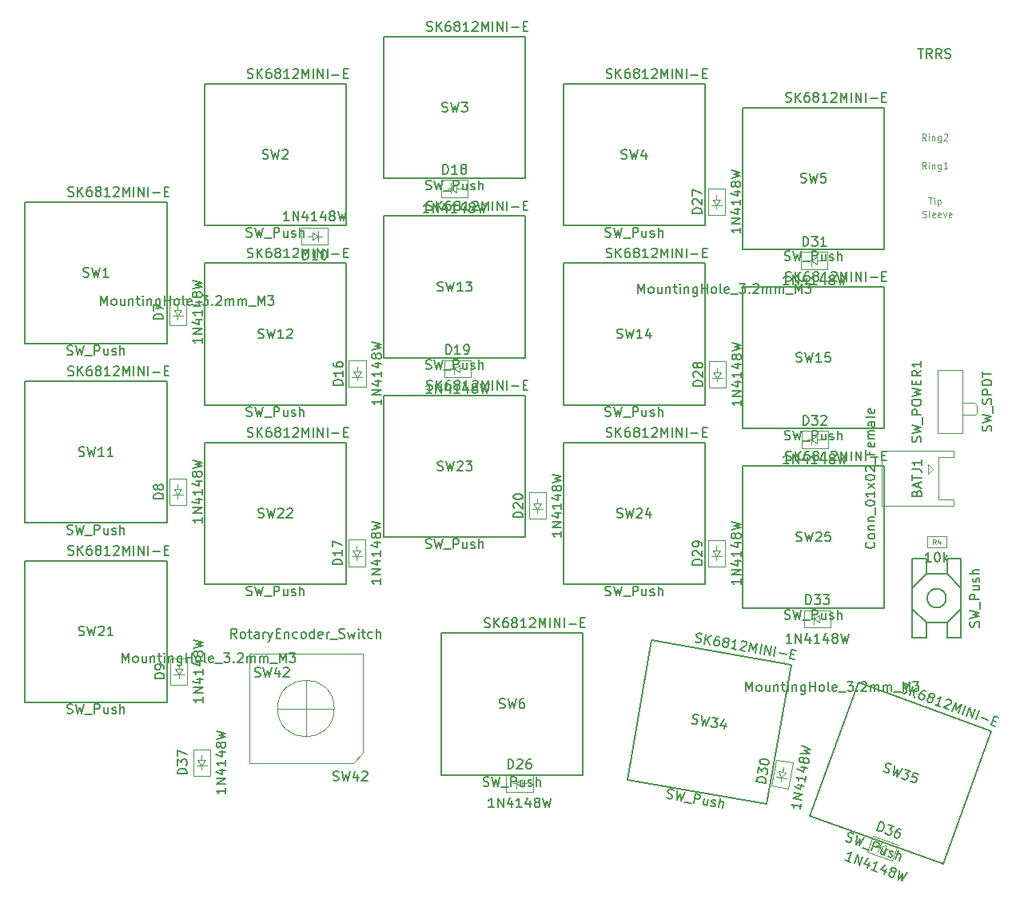
<source format=gbr>
%TF.GenerationSoftware,KiCad,Pcbnew,7.0.8*%
%TF.CreationDate,2023-11-08T13:39:32-05:00*%
%TF.ProjectId,bgkeeb,62676b65-6562-42e6-9b69-6361645f7063,rev?*%
%TF.SameCoordinates,Original*%
%TF.FileFunction,AssemblyDrawing,Top*%
%FSLAX46Y46*%
G04 Gerber Fmt 4.6, Leading zero omitted, Abs format (unit mm)*
G04 Created by KiCad (PCBNEW 7.0.8) date 2023-11-08 13:39:32*
%MOMM*%
%LPD*%
G01*
G04 APERTURE LIST*
%ADD10C,0.150000*%
%ADD11C,0.080000*%
%ADD12C,0.100000*%
%ADD13C,0.120000*%
G04 APERTURE END LIST*
D10*
X77064255Y-37383688D02*
X77207112Y-37431307D01*
X77207112Y-37431307D02*
X77445207Y-37431307D01*
X77445207Y-37431307D02*
X77540445Y-37383688D01*
X77540445Y-37383688D02*
X77588064Y-37336068D01*
X77588064Y-37336068D02*
X77635683Y-37240830D01*
X77635683Y-37240830D02*
X77635683Y-37145592D01*
X77635683Y-37145592D02*
X77588064Y-37050354D01*
X77588064Y-37050354D02*
X77540445Y-37002735D01*
X77540445Y-37002735D02*
X77445207Y-36955116D01*
X77445207Y-36955116D02*
X77254731Y-36907497D01*
X77254731Y-36907497D02*
X77159493Y-36859878D01*
X77159493Y-36859878D02*
X77111874Y-36812259D01*
X77111874Y-36812259D02*
X77064255Y-36717021D01*
X77064255Y-36717021D02*
X77064255Y-36621783D01*
X77064255Y-36621783D02*
X77111874Y-36526545D01*
X77111874Y-36526545D02*
X77159493Y-36478926D01*
X77159493Y-36478926D02*
X77254731Y-36431307D01*
X77254731Y-36431307D02*
X77492826Y-36431307D01*
X77492826Y-36431307D02*
X77635683Y-36478926D01*
X78064255Y-37431307D02*
X78064255Y-36431307D01*
X78635683Y-37431307D02*
X78207112Y-36859878D01*
X78635683Y-36431307D02*
X78064255Y-37002735D01*
X79492826Y-36431307D02*
X79302350Y-36431307D01*
X79302350Y-36431307D02*
X79207112Y-36478926D01*
X79207112Y-36478926D02*
X79159493Y-36526545D01*
X79159493Y-36526545D02*
X79064255Y-36669402D01*
X79064255Y-36669402D02*
X79016636Y-36859878D01*
X79016636Y-36859878D02*
X79016636Y-37240830D01*
X79016636Y-37240830D02*
X79064255Y-37336068D01*
X79064255Y-37336068D02*
X79111874Y-37383688D01*
X79111874Y-37383688D02*
X79207112Y-37431307D01*
X79207112Y-37431307D02*
X79397588Y-37431307D01*
X79397588Y-37431307D02*
X79492826Y-37383688D01*
X79492826Y-37383688D02*
X79540445Y-37336068D01*
X79540445Y-37336068D02*
X79588064Y-37240830D01*
X79588064Y-37240830D02*
X79588064Y-37002735D01*
X79588064Y-37002735D02*
X79540445Y-36907497D01*
X79540445Y-36907497D02*
X79492826Y-36859878D01*
X79492826Y-36859878D02*
X79397588Y-36812259D01*
X79397588Y-36812259D02*
X79207112Y-36812259D01*
X79207112Y-36812259D02*
X79111874Y-36859878D01*
X79111874Y-36859878D02*
X79064255Y-36907497D01*
X79064255Y-36907497D02*
X79016636Y-37002735D01*
X80159493Y-36859878D02*
X80064255Y-36812259D01*
X80064255Y-36812259D02*
X80016636Y-36764640D01*
X80016636Y-36764640D02*
X79969017Y-36669402D01*
X79969017Y-36669402D02*
X79969017Y-36621783D01*
X79969017Y-36621783D02*
X80016636Y-36526545D01*
X80016636Y-36526545D02*
X80064255Y-36478926D01*
X80064255Y-36478926D02*
X80159493Y-36431307D01*
X80159493Y-36431307D02*
X80349969Y-36431307D01*
X80349969Y-36431307D02*
X80445207Y-36478926D01*
X80445207Y-36478926D02*
X80492826Y-36526545D01*
X80492826Y-36526545D02*
X80540445Y-36621783D01*
X80540445Y-36621783D02*
X80540445Y-36669402D01*
X80540445Y-36669402D02*
X80492826Y-36764640D01*
X80492826Y-36764640D02*
X80445207Y-36812259D01*
X80445207Y-36812259D02*
X80349969Y-36859878D01*
X80349969Y-36859878D02*
X80159493Y-36859878D01*
X80159493Y-36859878D02*
X80064255Y-36907497D01*
X80064255Y-36907497D02*
X80016636Y-36955116D01*
X80016636Y-36955116D02*
X79969017Y-37050354D01*
X79969017Y-37050354D02*
X79969017Y-37240830D01*
X79969017Y-37240830D02*
X80016636Y-37336068D01*
X80016636Y-37336068D02*
X80064255Y-37383688D01*
X80064255Y-37383688D02*
X80159493Y-37431307D01*
X80159493Y-37431307D02*
X80349969Y-37431307D01*
X80349969Y-37431307D02*
X80445207Y-37383688D01*
X80445207Y-37383688D02*
X80492826Y-37336068D01*
X80492826Y-37336068D02*
X80540445Y-37240830D01*
X80540445Y-37240830D02*
X80540445Y-37050354D01*
X80540445Y-37050354D02*
X80492826Y-36955116D01*
X80492826Y-36955116D02*
X80445207Y-36907497D01*
X80445207Y-36907497D02*
X80349969Y-36859878D01*
X81492826Y-37431307D02*
X80921398Y-37431307D01*
X81207112Y-37431307D02*
X81207112Y-36431307D01*
X81207112Y-36431307D02*
X81111874Y-36574164D01*
X81111874Y-36574164D02*
X81016636Y-36669402D01*
X81016636Y-36669402D02*
X80921398Y-36717021D01*
X81873779Y-36526545D02*
X81921398Y-36478926D01*
X81921398Y-36478926D02*
X82016636Y-36431307D01*
X82016636Y-36431307D02*
X82254731Y-36431307D01*
X82254731Y-36431307D02*
X82349969Y-36478926D01*
X82349969Y-36478926D02*
X82397588Y-36526545D01*
X82397588Y-36526545D02*
X82445207Y-36621783D01*
X82445207Y-36621783D02*
X82445207Y-36717021D01*
X82445207Y-36717021D02*
X82397588Y-36859878D01*
X82397588Y-36859878D02*
X81826160Y-37431307D01*
X81826160Y-37431307D02*
X82445207Y-37431307D01*
X82873779Y-37431307D02*
X82873779Y-36431307D01*
X82873779Y-36431307D02*
X83207112Y-37145592D01*
X83207112Y-37145592D02*
X83540445Y-36431307D01*
X83540445Y-36431307D02*
X83540445Y-37431307D01*
X84016636Y-37431307D02*
X84016636Y-36431307D01*
X84492826Y-37431307D02*
X84492826Y-36431307D01*
X84492826Y-36431307D02*
X85064254Y-37431307D01*
X85064254Y-37431307D02*
X85064254Y-36431307D01*
X85540445Y-37431307D02*
X85540445Y-36431307D01*
X86016635Y-37050354D02*
X86778540Y-37050354D01*
X87254730Y-36907497D02*
X87588063Y-36907497D01*
X87730920Y-37431307D02*
X87254730Y-37431307D01*
X87254730Y-37431307D02*
X87254730Y-36431307D01*
X87254730Y-36431307D02*
X87730920Y-36431307D01*
X96064254Y-32383688D02*
X96207111Y-32431307D01*
X96207111Y-32431307D02*
X96445206Y-32431307D01*
X96445206Y-32431307D02*
X96540444Y-32383688D01*
X96540444Y-32383688D02*
X96588063Y-32336068D01*
X96588063Y-32336068D02*
X96635682Y-32240830D01*
X96635682Y-32240830D02*
X96635682Y-32145592D01*
X96635682Y-32145592D02*
X96588063Y-32050354D01*
X96588063Y-32050354D02*
X96540444Y-32002735D01*
X96540444Y-32002735D02*
X96445206Y-31955116D01*
X96445206Y-31955116D02*
X96254730Y-31907497D01*
X96254730Y-31907497D02*
X96159492Y-31859878D01*
X96159492Y-31859878D02*
X96111873Y-31812259D01*
X96111873Y-31812259D02*
X96064254Y-31717021D01*
X96064254Y-31717021D02*
X96064254Y-31621783D01*
X96064254Y-31621783D02*
X96111873Y-31526545D01*
X96111873Y-31526545D02*
X96159492Y-31478926D01*
X96159492Y-31478926D02*
X96254730Y-31431307D01*
X96254730Y-31431307D02*
X96492825Y-31431307D01*
X96492825Y-31431307D02*
X96635682Y-31478926D01*
X97064254Y-32431307D02*
X97064254Y-31431307D01*
X97635682Y-32431307D02*
X97207111Y-31859878D01*
X97635682Y-31431307D02*
X97064254Y-32002735D01*
X98492825Y-31431307D02*
X98302349Y-31431307D01*
X98302349Y-31431307D02*
X98207111Y-31478926D01*
X98207111Y-31478926D02*
X98159492Y-31526545D01*
X98159492Y-31526545D02*
X98064254Y-31669402D01*
X98064254Y-31669402D02*
X98016635Y-31859878D01*
X98016635Y-31859878D02*
X98016635Y-32240830D01*
X98016635Y-32240830D02*
X98064254Y-32336068D01*
X98064254Y-32336068D02*
X98111873Y-32383688D01*
X98111873Y-32383688D02*
X98207111Y-32431307D01*
X98207111Y-32431307D02*
X98397587Y-32431307D01*
X98397587Y-32431307D02*
X98492825Y-32383688D01*
X98492825Y-32383688D02*
X98540444Y-32336068D01*
X98540444Y-32336068D02*
X98588063Y-32240830D01*
X98588063Y-32240830D02*
X98588063Y-32002735D01*
X98588063Y-32002735D02*
X98540444Y-31907497D01*
X98540444Y-31907497D02*
X98492825Y-31859878D01*
X98492825Y-31859878D02*
X98397587Y-31812259D01*
X98397587Y-31812259D02*
X98207111Y-31812259D01*
X98207111Y-31812259D02*
X98111873Y-31859878D01*
X98111873Y-31859878D02*
X98064254Y-31907497D01*
X98064254Y-31907497D02*
X98016635Y-32002735D01*
X99159492Y-31859878D02*
X99064254Y-31812259D01*
X99064254Y-31812259D02*
X99016635Y-31764640D01*
X99016635Y-31764640D02*
X98969016Y-31669402D01*
X98969016Y-31669402D02*
X98969016Y-31621783D01*
X98969016Y-31621783D02*
X99016635Y-31526545D01*
X99016635Y-31526545D02*
X99064254Y-31478926D01*
X99064254Y-31478926D02*
X99159492Y-31431307D01*
X99159492Y-31431307D02*
X99349968Y-31431307D01*
X99349968Y-31431307D02*
X99445206Y-31478926D01*
X99445206Y-31478926D02*
X99492825Y-31526545D01*
X99492825Y-31526545D02*
X99540444Y-31621783D01*
X99540444Y-31621783D02*
X99540444Y-31669402D01*
X99540444Y-31669402D02*
X99492825Y-31764640D01*
X99492825Y-31764640D02*
X99445206Y-31812259D01*
X99445206Y-31812259D02*
X99349968Y-31859878D01*
X99349968Y-31859878D02*
X99159492Y-31859878D01*
X99159492Y-31859878D02*
X99064254Y-31907497D01*
X99064254Y-31907497D02*
X99016635Y-31955116D01*
X99016635Y-31955116D02*
X98969016Y-32050354D01*
X98969016Y-32050354D02*
X98969016Y-32240830D01*
X98969016Y-32240830D02*
X99016635Y-32336068D01*
X99016635Y-32336068D02*
X99064254Y-32383688D01*
X99064254Y-32383688D02*
X99159492Y-32431307D01*
X99159492Y-32431307D02*
X99349968Y-32431307D01*
X99349968Y-32431307D02*
X99445206Y-32383688D01*
X99445206Y-32383688D02*
X99492825Y-32336068D01*
X99492825Y-32336068D02*
X99540444Y-32240830D01*
X99540444Y-32240830D02*
X99540444Y-32050354D01*
X99540444Y-32050354D02*
X99492825Y-31955116D01*
X99492825Y-31955116D02*
X99445206Y-31907497D01*
X99445206Y-31907497D02*
X99349968Y-31859878D01*
X100492825Y-32431307D02*
X99921397Y-32431307D01*
X100207111Y-32431307D02*
X100207111Y-31431307D01*
X100207111Y-31431307D02*
X100111873Y-31574164D01*
X100111873Y-31574164D02*
X100016635Y-31669402D01*
X100016635Y-31669402D02*
X99921397Y-31717021D01*
X100873778Y-31526545D02*
X100921397Y-31478926D01*
X100921397Y-31478926D02*
X101016635Y-31431307D01*
X101016635Y-31431307D02*
X101254730Y-31431307D01*
X101254730Y-31431307D02*
X101349968Y-31478926D01*
X101349968Y-31478926D02*
X101397587Y-31526545D01*
X101397587Y-31526545D02*
X101445206Y-31621783D01*
X101445206Y-31621783D02*
X101445206Y-31717021D01*
X101445206Y-31717021D02*
X101397587Y-31859878D01*
X101397587Y-31859878D02*
X100826159Y-32431307D01*
X100826159Y-32431307D02*
X101445206Y-32431307D01*
X101873778Y-32431307D02*
X101873778Y-31431307D01*
X101873778Y-31431307D02*
X102207111Y-32145592D01*
X102207111Y-32145592D02*
X102540444Y-31431307D01*
X102540444Y-31431307D02*
X102540444Y-32431307D01*
X103016635Y-32431307D02*
X103016635Y-31431307D01*
X103492825Y-32431307D02*
X103492825Y-31431307D01*
X103492825Y-31431307D02*
X104064253Y-32431307D01*
X104064253Y-32431307D02*
X104064253Y-31431307D01*
X104540444Y-32431307D02*
X104540444Y-31431307D01*
X105016634Y-32050354D02*
X105778539Y-32050354D01*
X106254729Y-31907497D02*
X106588062Y-31907497D01*
X106730919Y-32431307D02*
X106254729Y-32431307D01*
X106254729Y-32431307D02*
X106254729Y-31431307D01*
X106254729Y-31431307D02*
X106730919Y-31431307D01*
X134064252Y-39883689D02*
X134207109Y-39931308D01*
X134207109Y-39931308D02*
X134445204Y-39931308D01*
X134445204Y-39931308D02*
X134540442Y-39883689D01*
X134540442Y-39883689D02*
X134588061Y-39836069D01*
X134588061Y-39836069D02*
X134635680Y-39740831D01*
X134635680Y-39740831D02*
X134635680Y-39645593D01*
X134635680Y-39645593D02*
X134588061Y-39550355D01*
X134588061Y-39550355D02*
X134540442Y-39502736D01*
X134540442Y-39502736D02*
X134445204Y-39455117D01*
X134445204Y-39455117D02*
X134254728Y-39407498D01*
X134254728Y-39407498D02*
X134159490Y-39359879D01*
X134159490Y-39359879D02*
X134111871Y-39312260D01*
X134111871Y-39312260D02*
X134064252Y-39217022D01*
X134064252Y-39217022D02*
X134064252Y-39121784D01*
X134064252Y-39121784D02*
X134111871Y-39026546D01*
X134111871Y-39026546D02*
X134159490Y-38978927D01*
X134159490Y-38978927D02*
X134254728Y-38931308D01*
X134254728Y-38931308D02*
X134492823Y-38931308D01*
X134492823Y-38931308D02*
X134635680Y-38978927D01*
X135064252Y-39931308D02*
X135064252Y-38931308D01*
X135635680Y-39931308D02*
X135207109Y-39359879D01*
X135635680Y-38931308D02*
X135064252Y-39502736D01*
X136492823Y-38931308D02*
X136302347Y-38931308D01*
X136302347Y-38931308D02*
X136207109Y-38978927D01*
X136207109Y-38978927D02*
X136159490Y-39026546D01*
X136159490Y-39026546D02*
X136064252Y-39169403D01*
X136064252Y-39169403D02*
X136016633Y-39359879D01*
X136016633Y-39359879D02*
X136016633Y-39740831D01*
X136016633Y-39740831D02*
X136064252Y-39836069D01*
X136064252Y-39836069D02*
X136111871Y-39883689D01*
X136111871Y-39883689D02*
X136207109Y-39931308D01*
X136207109Y-39931308D02*
X136397585Y-39931308D01*
X136397585Y-39931308D02*
X136492823Y-39883689D01*
X136492823Y-39883689D02*
X136540442Y-39836069D01*
X136540442Y-39836069D02*
X136588061Y-39740831D01*
X136588061Y-39740831D02*
X136588061Y-39502736D01*
X136588061Y-39502736D02*
X136540442Y-39407498D01*
X136540442Y-39407498D02*
X136492823Y-39359879D01*
X136492823Y-39359879D02*
X136397585Y-39312260D01*
X136397585Y-39312260D02*
X136207109Y-39312260D01*
X136207109Y-39312260D02*
X136111871Y-39359879D01*
X136111871Y-39359879D02*
X136064252Y-39407498D01*
X136064252Y-39407498D02*
X136016633Y-39502736D01*
X137159490Y-39359879D02*
X137064252Y-39312260D01*
X137064252Y-39312260D02*
X137016633Y-39264641D01*
X137016633Y-39264641D02*
X136969014Y-39169403D01*
X136969014Y-39169403D02*
X136969014Y-39121784D01*
X136969014Y-39121784D02*
X137016633Y-39026546D01*
X137016633Y-39026546D02*
X137064252Y-38978927D01*
X137064252Y-38978927D02*
X137159490Y-38931308D01*
X137159490Y-38931308D02*
X137349966Y-38931308D01*
X137349966Y-38931308D02*
X137445204Y-38978927D01*
X137445204Y-38978927D02*
X137492823Y-39026546D01*
X137492823Y-39026546D02*
X137540442Y-39121784D01*
X137540442Y-39121784D02*
X137540442Y-39169403D01*
X137540442Y-39169403D02*
X137492823Y-39264641D01*
X137492823Y-39264641D02*
X137445204Y-39312260D01*
X137445204Y-39312260D02*
X137349966Y-39359879D01*
X137349966Y-39359879D02*
X137159490Y-39359879D01*
X137159490Y-39359879D02*
X137064252Y-39407498D01*
X137064252Y-39407498D02*
X137016633Y-39455117D01*
X137016633Y-39455117D02*
X136969014Y-39550355D01*
X136969014Y-39550355D02*
X136969014Y-39740831D01*
X136969014Y-39740831D02*
X137016633Y-39836069D01*
X137016633Y-39836069D02*
X137064252Y-39883689D01*
X137064252Y-39883689D02*
X137159490Y-39931308D01*
X137159490Y-39931308D02*
X137349966Y-39931308D01*
X137349966Y-39931308D02*
X137445204Y-39883689D01*
X137445204Y-39883689D02*
X137492823Y-39836069D01*
X137492823Y-39836069D02*
X137540442Y-39740831D01*
X137540442Y-39740831D02*
X137540442Y-39550355D01*
X137540442Y-39550355D02*
X137492823Y-39455117D01*
X137492823Y-39455117D02*
X137445204Y-39407498D01*
X137445204Y-39407498D02*
X137349966Y-39359879D01*
X138492823Y-39931308D02*
X137921395Y-39931308D01*
X138207109Y-39931308D02*
X138207109Y-38931308D01*
X138207109Y-38931308D02*
X138111871Y-39074165D01*
X138111871Y-39074165D02*
X138016633Y-39169403D01*
X138016633Y-39169403D02*
X137921395Y-39217022D01*
X138873776Y-39026546D02*
X138921395Y-38978927D01*
X138921395Y-38978927D02*
X139016633Y-38931308D01*
X139016633Y-38931308D02*
X139254728Y-38931308D01*
X139254728Y-38931308D02*
X139349966Y-38978927D01*
X139349966Y-38978927D02*
X139397585Y-39026546D01*
X139397585Y-39026546D02*
X139445204Y-39121784D01*
X139445204Y-39121784D02*
X139445204Y-39217022D01*
X139445204Y-39217022D02*
X139397585Y-39359879D01*
X139397585Y-39359879D02*
X138826157Y-39931308D01*
X138826157Y-39931308D02*
X139445204Y-39931308D01*
X139873776Y-39931308D02*
X139873776Y-38931308D01*
X139873776Y-38931308D02*
X140207109Y-39645593D01*
X140207109Y-39645593D02*
X140540442Y-38931308D01*
X140540442Y-38931308D02*
X140540442Y-39931308D01*
X141016633Y-39931308D02*
X141016633Y-38931308D01*
X141492823Y-39931308D02*
X141492823Y-38931308D01*
X141492823Y-38931308D02*
X142064251Y-39931308D01*
X142064251Y-39931308D02*
X142064251Y-38931308D01*
X142540442Y-39931308D02*
X142540442Y-38931308D01*
X143016632Y-39550355D02*
X143778537Y-39550355D01*
X144254727Y-39407498D02*
X144588060Y-39407498D01*
X144730917Y-39931308D02*
X144254727Y-39931308D01*
X144254727Y-39931308D02*
X144254727Y-38931308D01*
X144254727Y-38931308D02*
X144730917Y-38931308D01*
X134064252Y-58883688D02*
X134207109Y-58931307D01*
X134207109Y-58931307D02*
X134445204Y-58931307D01*
X134445204Y-58931307D02*
X134540442Y-58883688D01*
X134540442Y-58883688D02*
X134588061Y-58836068D01*
X134588061Y-58836068D02*
X134635680Y-58740830D01*
X134635680Y-58740830D02*
X134635680Y-58645592D01*
X134635680Y-58645592D02*
X134588061Y-58550354D01*
X134588061Y-58550354D02*
X134540442Y-58502735D01*
X134540442Y-58502735D02*
X134445204Y-58455116D01*
X134445204Y-58455116D02*
X134254728Y-58407497D01*
X134254728Y-58407497D02*
X134159490Y-58359878D01*
X134159490Y-58359878D02*
X134111871Y-58312259D01*
X134111871Y-58312259D02*
X134064252Y-58217021D01*
X134064252Y-58217021D02*
X134064252Y-58121783D01*
X134064252Y-58121783D02*
X134111871Y-58026545D01*
X134111871Y-58026545D02*
X134159490Y-57978926D01*
X134159490Y-57978926D02*
X134254728Y-57931307D01*
X134254728Y-57931307D02*
X134492823Y-57931307D01*
X134492823Y-57931307D02*
X134635680Y-57978926D01*
X135064252Y-58931307D02*
X135064252Y-57931307D01*
X135635680Y-58931307D02*
X135207109Y-58359878D01*
X135635680Y-57931307D02*
X135064252Y-58502735D01*
X136492823Y-57931307D02*
X136302347Y-57931307D01*
X136302347Y-57931307D02*
X136207109Y-57978926D01*
X136207109Y-57978926D02*
X136159490Y-58026545D01*
X136159490Y-58026545D02*
X136064252Y-58169402D01*
X136064252Y-58169402D02*
X136016633Y-58359878D01*
X136016633Y-58359878D02*
X136016633Y-58740830D01*
X136016633Y-58740830D02*
X136064252Y-58836068D01*
X136064252Y-58836068D02*
X136111871Y-58883688D01*
X136111871Y-58883688D02*
X136207109Y-58931307D01*
X136207109Y-58931307D02*
X136397585Y-58931307D01*
X136397585Y-58931307D02*
X136492823Y-58883688D01*
X136492823Y-58883688D02*
X136540442Y-58836068D01*
X136540442Y-58836068D02*
X136588061Y-58740830D01*
X136588061Y-58740830D02*
X136588061Y-58502735D01*
X136588061Y-58502735D02*
X136540442Y-58407497D01*
X136540442Y-58407497D02*
X136492823Y-58359878D01*
X136492823Y-58359878D02*
X136397585Y-58312259D01*
X136397585Y-58312259D02*
X136207109Y-58312259D01*
X136207109Y-58312259D02*
X136111871Y-58359878D01*
X136111871Y-58359878D02*
X136064252Y-58407497D01*
X136064252Y-58407497D02*
X136016633Y-58502735D01*
X137159490Y-58359878D02*
X137064252Y-58312259D01*
X137064252Y-58312259D02*
X137016633Y-58264640D01*
X137016633Y-58264640D02*
X136969014Y-58169402D01*
X136969014Y-58169402D02*
X136969014Y-58121783D01*
X136969014Y-58121783D02*
X137016633Y-58026545D01*
X137016633Y-58026545D02*
X137064252Y-57978926D01*
X137064252Y-57978926D02*
X137159490Y-57931307D01*
X137159490Y-57931307D02*
X137349966Y-57931307D01*
X137349966Y-57931307D02*
X137445204Y-57978926D01*
X137445204Y-57978926D02*
X137492823Y-58026545D01*
X137492823Y-58026545D02*
X137540442Y-58121783D01*
X137540442Y-58121783D02*
X137540442Y-58169402D01*
X137540442Y-58169402D02*
X137492823Y-58264640D01*
X137492823Y-58264640D02*
X137445204Y-58312259D01*
X137445204Y-58312259D02*
X137349966Y-58359878D01*
X137349966Y-58359878D02*
X137159490Y-58359878D01*
X137159490Y-58359878D02*
X137064252Y-58407497D01*
X137064252Y-58407497D02*
X137016633Y-58455116D01*
X137016633Y-58455116D02*
X136969014Y-58550354D01*
X136969014Y-58550354D02*
X136969014Y-58740830D01*
X136969014Y-58740830D02*
X137016633Y-58836068D01*
X137016633Y-58836068D02*
X137064252Y-58883688D01*
X137064252Y-58883688D02*
X137159490Y-58931307D01*
X137159490Y-58931307D02*
X137349966Y-58931307D01*
X137349966Y-58931307D02*
X137445204Y-58883688D01*
X137445204Y-58883688D02*
X137492823Y-58836068D01*
X137492823Y-58836068D02*
X137540442Y-58740830D01*
X137540442Y-58740830D02*
X137540442Y-58550354D01*
X137540442Y-58550354D02*
X137492823Y-58455116D01*
X137492823Y-58455116D02*
X137445204Y-58407497D01*
X137445204Y-58407497D02*
X137349966Y-58359878D01*
X138492823Y-58931307D02*
X137921395Y-58931307D01*
X138207109Y-58931307D02*
X138207109Y-57931307D01*
X138207109Y-57931307D02*
X138111871Y-58074164D01*
X138111871Y-58074164D02*
X138016633Y-58169402D01*
X138016633Y-58169402D02*
X137921395Y-58217021D01*
X138873776Y-58026545D02*
X138921395Y-57978926D01*
X138921395Y-57978926D02*
X139016633Y-57931307D01*
X139016633Y-57931307D02*
X139254728Y-57931307D01*
X139254728Y-57931307D02*
X139349966Y-57978926D01*
X139349966Y-57978926D02*
X139397585Y-58026545D01*
X139397585Y-58026545D02*
X139445204Y-58121783D01*
X139445204Y-58121783D02*
X139445204Y-58217021D01*
X139445204Y-58217021D02*
X139397585Y-58359878D01*
X139397585Y-58359878D02*
X138826157Y-58931307D01*
X138826157Y-58931307D02*
X139445204Y-58931307D01*
X139873776Y-58931307D02*
X139873776Y-57931307D01*
X139873776Y-57931307D02*
X140207109Y-58645592D01*
X140207109Y-58645592D02*
X140540442Y-57931307D01*
X140540442Y-57931307D02*
X140540442Y-58931307D01*
X141016633Y-58931307D02*
X141016633Y-57931307D01*
X141492823Y-58931307D02*
X141492823Y-57931307D01*
X141492823Y-57931307D02*
X142064251Y-58931307D01*
X142064251Y-58931307D02*
X142064251Y-57931307D01*
X142540442Y-58931307D02*
X142540442Y-57931307D01*
X143016632Y-58550354D02*
X143778537Y-58550354D01*
X144254727Y-58407497D02*
X144588060Y-58407497D01*
X144730917Y-58931307D02*
X144254727Y-58931307D01*
X144254727Y-58931307D02*
X144254727Y-57931307D01*
X144254727Y-57931307D02*
X144730917Y-57931307D01*
X58064256Y-68883686D02*
X58207113Y-68931305D01*
X58207113Y-68931305D02*
X58445208Y-68931305D01*
X58445208Y-68931305D02*
X58540446Y-68883686D01*
X58540446Y-68883686D02*
X58588065Y-68836066D01*
X58588065Y-68836066D02*
X58635684Y-68740828D01*
X58635684Y-68740828D02*
X58635684Y-68645590D01*
X58635684Y-68645590D02*
X58588065Y-68550352D01*
X58588065Y-68550352D02*
X58540446Y-68502733D01*
X58540446Y-68502733D02*
X58445208Y-68455114D01*
X58445208Y-68455114D02*
X58254732Y-68407495D01*
X58254732Y-68407495D02*
X58159494Y-68359876D01*
X58159494Y-68359876D02*
X58111875Y-68312257D01*
X58111875Y-68312257D02*
X58064256Y-68217019D01*
X58064256Y-68217019D02*
X58064256Y-68121781D01*
X58064256Y-68121781D02*
X58111875Y-68026543D01*
X58111875Y-68026543D02*
X58159494Y-67978924D01*
X58159494Y-67978924D02*
X58254732Y-67931305D01*
X58254732Y-67931305D02*
X58492827Y-67931305D01*
X58492827Y-67931305D02*
X58635684Y-67978924D01*
X59064256Y-68931305D02*
X59064256Y-67931305D01*
X59635684Y-68931305D02*
X59207113Y-68359876D01*
X59635684Y-67931305D02*
X59064256Y-68502733D01*
X60492827Y-67931305D02*
X60302351Y-67931305D01*
X60302351Y-67931305D02*
X60207113Y-67978924D01*
X60207113Y-67978924D02*
X60159494Y-68026543D01*
X60159494Y-68026543D02*
X60064256Y-68169400D01*
X60064256Y-68169400D02*
X60016637Y-68359876D01*
X60016637Y-68359876D02*
X60016637Y-68740828D01*
X60016637Y-68740828D02*
X60064256Y-68836066D01*
X60064256Y-68836066D02*
X60111875Y-68883686D01*
X60111875Y-68883686D02*
X60207113Y-68931305D01*
X60207113Y-68931305D02*
X60397589Y-68931305D01*
X60397589Y-68931305D02*
X60492827Y-68883686D01*
X60492827Y-68883686D02*
X60540446Y-68836066D01*
X60540446Y-68836066D02*
X60588065Y-68740828D01*
X60588065Y-68740828D02*
X60588065Y-68502733D01*
X60588065Y-68502733D02*
X60540446Y-68407495D01*
X60540446Y-68407495D02*
X60492827Y-68359876D01*
X60492827Y-68359876D02*
X60397589Y-68312257D01*
X60397589Y-68312257D02*
X60207113Y-68312257D01*
X60207113Y-68312257D02*
X60111875Y-68359876D01*
X60111875Y-68359876D02*
X60064256Y-68407495D01*
X60064256Y-68407495D02*
X60016637Y-68502733D01*
X61159494Y-68359876D02*
X61064256Y-68312257D01*
X61064256Y-68312257D02*
X61016637Y-68264638D01*
X61016637Y-68264638D02*
X60969018Y-68169400D01*
X60969018Y-68169400D02*
X60969018Y-68121781D01*
X60969018Y-68121781D02*
X61016637Y-68026543D01*
X61016637Y-68026543D02*
X61064256Y-67978924D01*
X61064256Y-67978924D02*
X61159494Y-67931305D01*
X61159494Y-67931305D02*
X61349970Y-67931305D01*
X61349970Y-67931305D02*
X61445208Y-67978924D01*
X61445208Y-67978924D02*
X61492827Y-68026543D01*
X61492827Y-68026543D02*
X61540446Y-68121781D01*
X61540446Y-68121781D02*
X61540446Y-68169400D01*
X61540446Y-68169400D02*
X61492827Y-68264638D01*
X61492827Y-68264638D02*
X61445208Y-68312257D01*
X61445208Y-68312257D02*
X61349970Y-68359876D01*
X61349970Y-68359876D02*
X61159494Y-68359876D01*
X61159494Y-68359876D02*
X61064256Y-68407495D01*
X61064256Y-68407495D02*
X61016637Y-68455114D01*
X61016637Y-68455114D02*
X60969018Y-68550352D01*
X60969018Y-68550352D02*
X60969018Y-68740828D01*
X60969018Y-68740828D02*
X61016637Y-68836066D01*
X61016637Y-68836066D02*
X61064256Y-68883686D01*
X61064256Y-68883686D02*
X61159494Y-68931305D01*
X61159494Y-68931305D02*
X61349970Y-68931305D01*
X61349970Y-68931305D02*
X61445208Y-68883686D01*
X61445208Y-68883686D02*
X61492827Y-68836066D01*
X61492827Y-68836066D02*
X61540446Y-68740828D01*
X61540446Y-68740828D02*
X61540446Y-68550352D01*
X61540446Y-68550352D02*
X61492827Y-68455114D01*
X61492827Y-68455114D02*
X61445208Y-68407495D01*
X61445208Y-68407495D02*
X61349970Y-68359876D01*
X62492827Y-68931305D02*
X61921399Y-68931305D01*
X62207113Y-68931305D02*
X62207113Y-67931305D01*
X62207113Y-67931305D02*
X62111875Y-68074162D01*
X62111875Y-68074162D02*
X62016637Y-68169400D01*
X62016637Y-68169400D02*
X61921399Y-68217019D01*
X62873780Y-68026543D02*
X62921399Y-67978924D01*
X62921399Y-67978924D02*
X63016637Y-67931305D01*
X63016637Y-67931305D02*
X63254732Y-67931305D01*
X63254732Y-67931305D02*
X63349970Y-67978924D01*
X63349970Y-67978924D02*
X63397589Y-68026543D01*
X63397589Y-68026543D02*
X63445208Y-68121781D01*
X63445208Y-68121781D02*
X63445208Y-68217019D01*
X63445208Y-68217019D02*
X63397589Y-68359876D01*
X63397589Y-68359876D02*
X62826161Y-68931305D01*
X62826161Y-68931305D02*
X63445208Y-68931305D01*
X63873780Y-68931305D02*
X63873780Y-67931305D01*
X63873780Y-67931305D02*
X64207113Y-68645590D01*
X64207113Y-68645590D02*
X64540446Y-67931305D01*
X64540446Y-67931305D02*
X64540446Y-68931305D01*
X65016637Y-68931305D02*
X65016637Y-67931305D01*
X65492827Y-68931305D02*
X65492827Y-67931305D01*
X65492827Y-67931305D02*
X66064255Y-68931305D01*
X66064255Y-68931305D02*
X66064255Y-67931305D01*
X66540446Y-68931305D02*
X66540446Y-67931305D01*
X67016636Y-68550352D02*
X67778541Y-68550352D01*
X68254731Y-68407495D02*
X68588064Y-68407495D01*
X68730921Y-68931305D02*
X68254731Y-68931305D01*
X68254731Y-68931305D02*
X68254731Y-67931305D01*
X68254731Y-67931305D02*
X68730921Y-67931305D01*
X77064255Y-56383687D02*
X77207112Y-56431306D01*
X77207112Y-56431306D02*
X77445207Y-56431306D01*
X77445207Y-56431306D02*
X77540445Y-56383687D01*
X77540445Y-56383687D02*
X77588064Y-56336067D01*
X77588064Y-56336067D02*
X77635683Y-56240829D01*
X77635683Y-56240829D02*
X77635683Y-56145591D01*
X77635683Y-56145591D02*
X77588064Y-56050353D01*
X77588064Y-56050353D02*
X77540445Y-56002734D01*
X77540445Y-56002734D02*
X77445207Y-55955115D01*
X77445207Y-55955115D02*
X77254731Y-55907496D01*
X77254731Y-55907496D02*
X77159493Y-55859877D01*
X77159493Y-55859877D02*
X77111874Y-55812258D01*
X77111874Y-55812258D02*
X77064255Y-55717020D01*
X77064255Y-55717020D02*
X77064255Y-55621782D01*
X77064255Y-55621782D02*
X77111874Y-55526544D01*
X77111874Y-55526544D02*
X77159493Y-55478925D01*
X77159493Y-55478925D02*
X77254731Y-55431306D01*
X77254731Y-55431306D02*
X77492826Y-55431306D01*
X77492826Y-55431306D02*
X77635683Y-55478925D01*
X78064255Y-56431306D02*
X78064255Y-55431306D01*
X78635683Y-56431306D02*
X78207112Y-55859877D01*
X78635683Y-55431306D02*
X78064255Y-56002734D01*
X79492826Y-55431306D02*
X79302350Y-55431306D01*
X79302350Y-55431306D02*
X79207112Y-55478925D01*
X79207112Y-55478925D02*
X79159493Y-55526544D01*
X79159493Y-55526544D02*
X79064255Y-55669401D01*
X79064255Y-55669401D02*
X79016636Y-55859877D01*
X79016636Y-55859877D02*
X79016636Y-56240829D01*
X79016636Y-56240829D02*
X79064255Y-56336067D01*
X79064255Y-56336067D02*
X79111874Y-56383687D01*
X79111874Y-56383687D02*
X79207112Y-56431306D01*
X79207112Y-56431306D02*
X79397588Y-56431306D01*
X79397588Y-56431306D02*
X79492826Y-56383687D01*
X79492826Y-56383687D02*
X79540445Y-56336067D01*
X79540445Y-56336067D02*
X79588064Y-56240829D01*
X79588064Y-56240829D02*
X79588064Y-56002734D01*
X79588064Y-56002734D02*
X79540445Y-55907496D01*
X79540445Y-55907496D02*
X79492826Y-55859877D01*
X79492826Y-55859877D02*
X79397588Y-55812258D01*
X79397588Y-55812258D02*
X79207112Y-55812258D01*
X79207112Y-55812258D02*
X79111874Y-55859877D01*
X79111874Y-55859877D02*
X79064255Y-55907496D01*
X79064255Y-55907496D02*
X79016636Y-56002734D01*
X80159493Y-55859877D02*
X80064255Y-55812258D01*
X80064255Y-55812258D02*
X80016636Y-55764639D01*
X80016636Y-55764639D02*
X79969017Y-55669401D01*
X79969017Y-55669401D02*
X79969017Y-55621782D01*
X79969017Y-55621782D02*
X80016636Y-55526544D01*
X80016636Y-55526544D02*
X80064255Y-55478925D01*
X80064255Y-55478925D02*
X80159493Y-55431306D01*
X80159493Y-55431306D02*
X80349969Y-55431306D01*
X80349969Y-55431306D02*
X80445207Y-55478925D01*
X80445207Y-55478925D02*
X80492826Y-55526544D01*
X80492826Y-55526544D02*
X80540445Y-55621782D01*
X80540445Y-55621782D02*
X80540445Y-55669401D01*
X80540445Y-55669401D02*
X80492826Y-55764639D01*
X80492826Y-55764639D02*
X80445207Y-55812258D01*
X80445207Y-55812258D02*
X80349969Y-55859877D01*
X80349969Y-55859877D02*
X80159493Y-55859877D01*
X80159493Y-55859877D02*
X80064255Y-55907496D01*
X80064255Y-55907496D02*
X80016636Y-55955115D01*
X80016636Y-55955115D02*
X79969017Y-56050353D01*
X79969017Y-56050353D02*
X79969017Y-56240829D01*
X79969017Y-56240829D02*
X80016636Y-56336067D01*
X80016636Y-56336067D02*
X80064255Y-56383687D01*
X80064255Y-56383687D02*
X80159493Y-56431306D01*
X80159493Y-56431306D02*
X80349969Y-56431306D01*
X80349969Y-56431306D02*
X80445207Y-56383687D01*
X80445207Y-56383687D02*
X80492826Y-56336067D01*
X80492826Y-56336067D02*
X80540445Y-56240829D01*
X80540445Y-56240829D02*
X80540445Y-56050353D01*
X80540445Y-56050353D02*
X80492826Y-55955115D01*
X80492826Y-55955115D02*
X80445207Y-55907496D01*
X80445207Y-55907496D02*
X80349969Y-55859877D01*
X81492826Y-56431306D02*
X80921398Y-56431306D01*
X81207112Y-56431306D02*
X81207112Y-55431306D01*
X81207112Y-55431306D02*
X81111874Y-55574163D01*
X81111874Y-55574163D02*
X81016636Y-55669401D01*
X81016636Y-55669401D02*
X80921398Y-55717020D01*
X81873779Y-55526544D02*
X81921398Y-55478925D01*
X81921398Y-55478925D02*
X82016636Y-55431306D01*
X82016636Y-55431306D02*
X82254731Y-55431306D01*
X82254731Y-55431306D02*
X82349969Y-55478925D01*
X82349969Y-55478925D02*
X82397588Y-55526544D01*
X82397588Y-55526544D02*
X82445207Y-55621782D01*
X82445207Y-55621782D02*
X82445207Y-55717020D01*
X82445207Y-55717020D02*
X82397588Y-55859877D01*
X82397588Y-55859877D02*
X81826160Y-56431306D01*
X81826160Y-56431306D02*
X82445207Y-56431306D01*
X82873779Y-56431306D02*
X82873779Y-55431306D01*
X82873779Y-55431306D02*
X83207112Y-56145591D01*
X83207112Y-56145591D02*
X83540445Y-55431306D01*
X83540445Y-55431306D02*
X83540445Y-56431306D01*
X84016636Y-56431306D02*
X84016636Y-55431306D01*
X84492826Y-56431306D02*
X84492826Y-55431306D01*
X84492826Y-55431306D02*
X85064254Y-56431306D01*
X85064254Y-56431306D02*
X85064254Y-55431306D01*
X85540445Y-56431306D02*
X85540445Y-55431306D01*
X86016635Y-56050353D02*
X86778540Y-56050353D01*
X87254730Y-55907496D02*
X87588063Y-55907496D01*
X87730920Y-56431306D02*
X87254730Y-56431306D01*
X87254730Y-56431306D02*
X87254730Y-55431306D01*
X87254730Y-55431306D02*
X87730920Y-55431306D01*
X96064254Y-51383687D02*
X96207111Y-51431306D01*
X96207111Y-51431306D02*
X96445206Y-51431306D01*
X96445206Y-51431306D02*
X96540444Y-51383687D01*
X96540444Y-51383687D02*
X96588063Y-51336067D01*
X96588063Y-51336067D02*
X96635682Y-51240829D01*
X96635682Y-51240829D02*
X96635682Y-51145591D01*
X96635682Y-51145591D02*
X96588063Y-51050353D01*
X96588063Y-51050353D02*
X96540444Y-51002734D01*
X96540444Y-51002734D02*
X96445206Y-50955115D01*
X96445206Y-50955115D02*
X96254730Y-50907496D01*
X96254730Y-50907496D02*
X96159492Y-50859877D01*
X96159492Y-50859877D02*
X96111873Y-50812258D01*
X96111873Y-50812258D02*
X96064254Y-50717020D01*
X96064254Y-50717020D02*
X96064254Y-50621782D01*
X96064254Y-50621782D02*
X96111873Y-50526544D01*
X96111873Y-50526544D02*
X96159492Y-50478925D01*
X96159492Y-50478925D02*
X96254730Y-50431306D01*
X96254730Y-50431306D02*
X96492825Y-50431306D01*
X96492825Y-50431306D02*
X96635682Y-50478925D01*
X97064254Y-51431306D02*
X97064254Y-50431306D01*
X97635682Y-51431306D02*
X97207111Y-50859877D01*
X97635682Y-50431306D02*
X97064254Y-51002734D01*
X98492825Y-50431306D02*
X98302349Y-50431306D01*
X98302349Y-50431306D02*
X98207111Y-50478925D01*
X98207111Y-50478925D02*
X98159492Y-50526544D01*
X98159492Y-50526544D02*
X98064254Y-50669401D01*
X98064254Y-50669401D02*
X98016635Y-50859877D01*
X98016635Y-50859877D02*
X98016635Y-51240829D01*
X98016635Y-51240829D02*
X98064254Y-51336067D01*
X98064254Y-51336067D02*
X98111873Y-51383687D01*
X98111873Y-51383687D02*
X98207111Y-51431306D01*
X98207111Y-51431306D02*
X98397587Y-51431306D01*
X98397587Y-51431306D02*
X98492825Y-51383687D01*
X98492825Y-51383687D02*
X98540444Y-51336067D01*
X98540444Y-51336067D02*
X98588063Y-51240829D01*
X98588063Y-51240829D02*
X98588063Y-51002734D01*
X98588063Y-51002734D02*
X98540444Y-50907496D01*
X98540444Y-50907496D02*
X98492825Y-50859877D01*
X98492825Y-50859877D02*
X98397587Y-50812258D01*
X98397587Y-50812258D02*
X98207111Y-50812258D01*
X98207111Y-50812258D02*
X98111873Y-50859877D01*
X98111873Y-50859877D02*
X98064254Y-50907496D01*
X98064254Y-50907496D02*
X98016635Y-51002734D01*
X99159492Y-50859877D02*
X99064254Y-50812258D01*
X99064254Y-50812258D02*
X99016635Y-50764639D01*
X99016635Y-50764639D02*
X98969016Y-50669401D01*
X98969016Y-50669401D02*
X98969016Y-50621782D01*
X98969016Y-50621782D02*
X99016635Y-50526544D01*
X99016635Y-50526544D02*
X99064254Y-50478925D01*
X99064254Y-50478925D02*
X99159492Y-50431306D01*
X99159492Y-50431306D02*
X99349968Y-50431306D01*
X99349968Y-50431306D02*
X99445206Y-50478925D01*
X99445206Y-50478925D02*
X99492825Y-50526544D01*
X99492825Y-50526544D02*
X99540444Y-50621782D01*
X99540444Y-50621782D02*
X99540444Y-50669401D01*
X99540444Y-50669401D02*
X99492825Y-50764639D01*
X99492825Y-50764639D02*
X99445206Y-50812258D01*
X99445206Y-50812258D02*
X99349968Y-50859877D01*
X99349968Y-50859877D02*
X99159492Y-50859877D01*
X99159492Y-50859877D02*
X99064254Y-50907496D01*
X99064254Y-50907496D02*
X99016635Y-50955115D01*
X99016635Y-50955115D02*
X98969016Y-51050353D01*
X98969016Y-51050353D02*
X98969016Y-51240829D01*
X98969016Y-51240829D02*
X99016635Y-51336067D01*
X99016635Y-51336067D02*
X99064254Y-51383687D01*
X99064254Y-51383687D02*
X99159492Y-51431306D01*
X99159492Y-51431306D02*
X99349968Y-51431306D01*
X99349968Y-51431306D02*
X99445206Y-51383687D01*
X99445206Y-51383687D02*
X99492825Y-51336067D01*
X99492825Y-51336067D02*
X99540444Y-51240829D01*
X99540444Y-51240829D02*
X99540444Y-51050353D01*
X99540444Y-51050353D02*
X99492825Y-50955115D01*
X99492825Y-50955115D02*
X99445206Y-50907496D01*
X99445206Y-50907496D02*
X99349968Y-50859877D01*
X100492825Y-51431306D02*
X99921397Y-51431306D01*
X100207111Y-51431306D02*
X100207111Y-50431306D01*
X100207111Y-50431306D02*
X100111873Y-50574163D01*
X100111873Y-50574163D02*
X100016635Y-50669401D01*
X100016635Y-50669401D02*
X99921397Y-50717020D01*
X100873778Y-50526544D02*
X100921397Y-50478925D01*
X100921397Y-50478925D02*
X101016635Y-50431306D01*
X101016635Y-50431306D02*
X101254730Y-50431306D01*
X101254730Y-50431306D02*
X101349968Y-50478925D01*
X101349968Y-50478925D02*
X101397587Y-50526544D01*
X101397587Y-50526544D02*
X101445206Y-50621782D01*
X101445206Y-50621782D02*
X101445206Y-50717020D01*
X101445206Y-50717020D02*
X101397587Y-50859877D01*
X101397587Y-50859877D02*
X100826159Y-51431306D01*
X100826159Y-51431306D02*
X101445206Y-51431306D01*
X101873778Y-51431306D02*
X101873778Y-50431306D01*
X101873778Y-50431306D02*
X102207111Y-51145591D01*
X102207111Y-51145591D02*
X102540444Y-50431306D01*
X102540444Y-50431306D02*
X102540444Y-51431306D01*
X103016635Y-51431306D02*
X103016635Y-50431306D01*
X103492825Y-51431306D02*
X103492825Y-50431306D01*
X103492825Y-50431306D02*
X104064253Y-51431306D01*
X104064253Y-51431306D02*
X104064253Y-50431306D01*
X104540444Y-51431306D02*
X104540444Y-50431306D01*
X105016634Y-51050353D02*
X105778539Y-51050353D01*
X106254729Y-50907496D02*
X106588062Y-50907496D01*
X106730919Y-51431306D02*
X106254729Y-51431306D01*
X106254729Y-51431306D02*
X106254729Y-50431306D01*
X106254729Y-50431306D02*
X106730919Y-50431306D01*
X115064253Y-37383688D02*
X115207110Y-37431307D01*
X115207110Y-37431307D02*
X115445205Y-37431307D01*
X115445205Y-37431307D02*
X115540443Y-37383688D01*
X115540443Y-37383688D02*
X115588062Y-37336068D01*
X115588062Y-37336068D02*
X115635681Y-37240830D01*
X115635681Y-37240830D02*
X115635681Y-37145592D01*
X115635681Y-37145592D02*
X115588062Y-37050354D01*
X115588062Y-37050354D02*
X115540443Y-37002735D01*
X115540443Y-37002735D02*
X115445205Y-36955116D01*
X115445205Y-36955116D02*
X115254729Y-36907497D01*
X115254729Y-36907497D02*
X115159491Y-36859878D01*
X115159491Y-36859878D02*
X115111872Y-36812259D01*
X115111872Y-36812259D02*
X115064253Y-36717021D01*
X115064253Y-36717021D02*
X115064253Y-36621783D01*
X115064253Y-36621783D02*
X115111872Y-36526545D01*
X115111872Y-36526545D02*
X115159491Y-36478926D01*
X115159491Y-36478926D02*
X115254729Y-36431307D01*
X115254729Y-36431307D02*
X115492824Y-36431307D01*
X115492824Y-36431307D02*
X115635681Y-36478926D01*
X116064253Y-37431307D02*
X116064253Y-36431307D01*
X116635681Y-37431307D02*
X116207110Y-36859878D01*
X116635681Y-36431307D02*
X116064253Y-37002735D01*
X117492824Y-36431307D02*
X117302348Y-36431307D01*
X117302348Y-36431307D02*
X117207110Y-36478926D01*
X117207110Y-36478926D02*
X117159491Y-36526545D01*
X117159491Y-36526545D02*
X117064253Y-36669402D01*
X117064253Y-36669402D02*
X117016634Y-36859878D01*
X117016634Y-36859878D02*
X117016634Y-37240830D01*
X117016634Y-37240830D02*
X117064253Y-37336068D01*
X117064253Y-37336068D02*
X117111872Y-37383688D01*
X117111872Y-37383688D02*
X117207110Y-37431307D01*
X117207110Y-37431307D02*
X117397586Y-37431307D01*
X117397586Y-37431307D02*
X117492824Y-37383688D01*
X117492824Y-37383688D02*
X117540443Y-37336068D01*
X117540443Y-37336068D02*
X117588062Y-37240830D01*
X117588062Y-37240830D02*
X117588062Y-37002735D01*
X117588062Y-37002735D02*
X117540443Y-36907497D01*
X117540443Y-36907497D02*
X117492824Y-36859878D01*
X117492824Y-36859878D02*
X117397586Y-36812259D01*
X117397586Y-36812259D02*
X117207110Y-36812259D01*
X117207110Y-36812259D02*
X117111872Y-36859878D01*
X117111872Y-36859878D02*
X117064253Y-36907497D01*
X117064253Y-36907497D02*
X117016634Y-37002735D01*
X118159491Y-36859878D02*
X118064253Y-36812259D01*
X118064253Y-36812259D02*
X118016634Y-36764640D01*
X118016634Y-36764640D02*
X117969015Y-36669402D01*
X117969015Y-36669402D02*
X117969015Y-36621783D01*
X117969015Y-36621783D02*
X118016634Y-36526545D01*
X118016634Y-36526545D02*
X118064253Y-36478926D01*
X118064253Y-36478926D02*
X118159491Y-36431307D01*
X118159491Y-36431307D02*
X118349967Y-36431307D01*
X118349967Y-36431307D02*
X118445205Y-36478926D01*
X118445205Y-36478926D02*
X118492824Y-36526545D01*
X118492824Y-36526545D02*
X118540443Y-36621783D01*
X118540443Y-36621783D02*
X118540443Y-36669402D01*
X118540443Y-36669402D02*
X118492824Y-36764640D01*
X118492824Y-36764640D02*
X118445205Y-36812259D01*
X118445205Y-36812259D02*
X118349967Y-36859878D01*
X118349967Y-36859878D02*
X118159491Y-36859878D01*
X118159491Y-36859878D02*
X118064253Y-36907497D01*
X118064253Y-36907497D02*
X118016634Y-36955116D01*
X118016634Y-36955116D02*
X117969015Y-37050354D01*
X117969015Y-37050354D02*
X117969015Y-37240830D01*
X117969015Y-37240830D02*
X118016634Y-37336068D01*
X118016634Y-37336068D02*
X118064253Y-37383688D01*
X118064253Y-37383688D02*
X118159491Y-37431307D01*
X118159491Y-37431307D02*
X118349967Y-37431307D01*
X118349967Y-37431307D02*
X118445205Y-37383688D01*
X118445205Y-37383688D02*
X118492824Y-37336068D01*
X118492824Y-37336068D02*
X118540443Y-37240830D01*
X118540443Y-37240830D02*
X118540443Y-37050354D01*
X118540443Y-37050354D02*
X118492824Y-36955116D01*
X118492824Y-36955116D02*
X118445205Y-36907497D01*
X118445205Y-36907497D02*
X118349967Y-36859878D01*
X119492824Y-37431307D02*
X118921396Y-37431307D01*
X119207110Y-37431307D02*
X119207110Y-36431307D01*
X119207110Y-36431307D02*
X119111872Y-36574164D01*
X119111872Y-36574164D02*
X119016634Y-36669402D01*
X119016634Y-36669402D02*
X118921396Y-36717021D01*
X119873777Y-36526545D02*
X119921396Y-36478926D01*
X119921396Y-36478926D02*
X120016634Y-36431307D01*
X120016634Y-36431307D02*
X120254729Y-36431307D01*
X120254729Y-36431307D02*
X120349967Y-36478926D01*
X120349967Y-36478926D02*
X120397586Y-36526545D01*
X120397586Y-36526545D02*
X120445205Y-36621783D01*
X120445205Y-36621783D02*
X120445205Y-36717021D01*
X120445205Y-36717021D02*
X120397586Y-36859878D01*
X120397586Y-36859878D02*
X119826158Y-37431307D01*
X119826158Y-37431307D02*
X120445205Y-37431307D01*
X120873777Y-37431307D02*
X120873777Y-36431307D01*
X120873777Y-36431307D02*
X121207110Y-37145592D01*
X121207110Y-37145592D02*
X121540443Y-36431307D01*
X121540443Y-36431307D02*
X121540443Y-37431307D01*
X122016634Y-37431307D02*
X122016634Y-36431307D01*
X122492824Y-37431307D02*
X122492824Y-36431307D01*
X122492824Y-36431307D02*
X123064252Y-37431307D01*
X123064252Y-37431307D02*
X123064252Y-36431307D01*
X123540443Y-37431307D02*
X123540443Y-36431307D01*
X124016633Y-37050354D02*
X124778538Y-37050354D01*
X125254728Y-36907497D02*
X125588061Y-36907497D01*
X125730918Y-37431307D02*
X125254728Y-37431307D01*
X125254728Y-37431307D02*
X125254728Y-36431307D01*
X125254728Y-36431307D02*
X125730918Y-36431307D01*
X134064252Y-77883687D02*
X134207109Y-77931306D01*
X134207109Y-77931306D02*
X134445204Y-77931306D01*
X134445204Y-77931306D02*
X134540442Y-77883687D01*
X134540442Y-77883687D02*
X134588061Y-77836067D01*
X134588061Y-77836067D02*
X134635680Y-77740829D01*
X134635680Y-77740829D02*
X134635680Y-77645591D01*
X134635680Y-77645591D02*
X134588061Y-77550353D01*
X134588061Y-77550353D02*
X134540442Y-77502734D01*
X134540442Y-77502734D02*
X134445204Y-77455115D01*
X134445204Y-77455115D02*
X134254728Y-77407496D01*
X134254728Y-77407496D02*
X134159490Y-77359877D01*
X134159490Y-77359877D02*
X134111871Y-77312258D01*
X134111871Y-77312258D02*
X134064252Y-77217020D01*
X134064252Y-77217020D02*
X134064252Y-77121782D01*
X134064252Y-77121782D02*
X134111871Y-77026544D01*
X134111871Y-77026544D02*
X134159490Y-76978925D01*
X134159490Y-76978925D02*
X134254728Y-76931306D01*
X134254728Y-76931306D02*
X134492823Y-76931306D01*
X134492823Y-76931306D02*
X134635680Y-76978925D01*
X135064252Y-77931306D02*
X135064252Y-76931306D01*
X135635680Y-77931306D02*
X135207109Y-77359877D01*
X135635680Y-76931306D02*
X135064252Y-77502734D01*
X136492823Y-76931306D02*
X136302347Y-76931306D01*
X136302347Y-76931306D02*
X136207109Y-76978925D01*
X136207109Y-76978925D02*
X136159490Y-77026544D01*
X136159490Y-77026544D02*
X136064252Y-77169401D01*
X136064252Y-77169401D02*
X136016633Y-77359877D01*
X136016633Y-77359877D02*
X136016633Y-77740829D01*
X136016633Y-77740829D02*
X136064252Y-77836067D01*
X136064252Y-77836067D02*
X136111871Y-77883687D01*
X136111871Y-77883687D02*
X136207109Y-77931306D01*
X136207109Y-77931306D02*
X136397585Y-77931306D01*
X136397585Y-77931306D02*
X136492823Y-77883687D01*
X136492823Y-77883687D02*
X136540442Y-77836067D01*
X136540442Y-77836067D02*
X136588061Y-77740829D01*
X136588061Y-77740829D02*
X136588061Y-77502734D01*
X136588061Y-77502734D02*
X136540442Y-77407496D01*
X136540442Y-77407496D02*
X136492823Y-77359877D01*
X136492823Y-77359877D02*
X136397585Y-77312258D01*
X136397585Y-77312258D02*
X136207109Y-77312258D01*
X136207109Y-77312258D02*
X136111871Y-77359877D01*
X136111871Y-77359877D02*
X136064252Y-77407496D01*
X136064252Y-77407496D02*
X136016633Y-77502734D01*
X137159490Y-77359877D02*
X137064252Y-77312258D01*
X137064252Y-77312258D02*
X137016633Y-77264639D01*
X137016633Y-77264639D02*
X136969014Y-77169401D01*
X136969014Y-77169401D02*
X136969014Y-77121782D01*
X136969014Y-77121782D02*
X137016633Y-77026544D01*
X137016633Y-77026544D02*
X137064252Y-76978925D01*
X137064252Y-76978925D02*
X137159490Y-76931306D01*
X137159490Y-76931306D02*
X137349966Y-76931306D01*
X137349966Y-76931306D02*
X137445204Y-76978925D01*
X137445204Y-76978925D02*
X137492823Y-77026544D01*
X137492823Y-77026544D02*
X137540442Y-77121782D01*
X137540442Y-77121782D02*
X137540442Y-77169401D01*
X137540442Y-77169401D02*
X137492823Y-77264639D01*
X137492823Y-77264639D02*
X137445204Y-77312258D01*
X137445204Y-77312258D02*
X137349966Y-77359877D01*
X137349966Y-77359877D02*
X137159490Y-77359877D01*
X137159490Y-77359877D02*
X137064252Y-77407496D01*
X137064252Y-77407496D02*
X137016633Y-77455115D01*
X137016633Y-77455115D02*
X136969014Y-77550353D01*
X136969014Y-77550353D02*
X136969014Y-77740829D01*
X136969014Y-77740829D02*
X137016633Y-77836067D01*
X137016633Y-77836067D02*
X137064252Y-77883687D01*
X137064252Y-77883687D02*
X137159490Y-77931306D01*
X137159490Y-77931306D02*
X137349966Y-77931306D01*
X137349966Y-77931306D02*
X137445204Y-77883687D01*
X137445204Y-77883687D02*
X137492823Y-77836067D01*
X137492823Y-77836067D02*
X137540442Y-77740829D01*
X137540442Y-77740829D02*
X137540442Y-77550353D01*
X137540442Y-77550353D02*
X137492823Y-77455115D01*
X137492823Y-77455115D02*
X137445204Y-77407496D01*
X137445204Y-77407496D02*
X137349966Y-77359877D01*
X138492823Y-77931306D02*
X137921395Y-77931306D01*
X138207109Y-77931306D02*
X138207109Y-76931306D01*
X138207109Y-76931306D02*
X138111871Y-77074163D01*
X138111871Y-77074163D02*
X138016633Y-77169401D01*
X138016633Y-77169401D02*
X137921395Y-77217020D01*
X138873776Y-77026544D02*
X138921395Y-76978925D01*
X138921395Y-76978925D02*
X139016633Y-76931306D01*
X139016633Y-76931306D02*
X139254728Y-76931306D01*
X139254728Y-76931306D02*
X139349966Y-76978925D01*
X139349966Y-76978925D02*
X139397585Y-77026544D01*
X139397585Y-77026544D02*
X139445204Y-77121782D01*
X139445204Y-77121782D02*
X139445204Y-77217020D01*
X139445204Y-77217020D02*
X139397585Y-77359877D01*
X139397585Y-77359877D02*
X138826157Y-77931306D01*
X138826157Y-77931306D02*
X139445204Y-77931306D01*
X139873776Y-77931306D02*
X139873776Y-76931306D01*
X139873776Y-76931306D02*
X140207109Y-77645591D01*
X140207109Y-77645591D02*
X140540442Y-76931306D01*
X140540442Y-76931306D02*
X140540442Y-77931306D01*
X141016633Y-77931306D02*
X141016633Y-76931306D01*
X141492823Y-77931306D02*
X141492823Y-76931306D01*
X141492823Y-76931306D02*
X142064251Y-77931306D01*
X142064251Y-77931306D02*
X142064251Y-76931306D01*
X142540442Y-77931306D02*
X142540442Y-76931306D01*
X143016632Y-77550353D02*
X143778537Y-77550353D01*
X144254727Y-77407496D02*
X144588060Y-77407496D01*
X144730917Y-77931306D02*
X144254727Y-77931306D01*
X144254727Y-77931306D02*
X144254727Y-76931306D01*
X144254727Y-76931306D02*
X144730917Y-76931306D01*
X58064255Y-87883685D02*
X58207112Y-87931304D01*
X58207112Y-87931304D02*
X58445207Y-87931304D01*
X58445207Y-87931304D02*
X58540445Y-87883685D01*
X58540445Y-87883685D02*
X58588064Y-87836065D01*
X58588064Y-87836065D02*
X58635683Y-87740827D01*
X58635683Y-87740827D02*
X58635683Y-87645589D01*
X58635683Y-87645589D02*
X58588064Y-87550351D01*
X58588064Y-87550351D02*
X58540445Y-87502732D01*
X58540445Y-87502732D02*
X58445207Y-87455113D01*
X58445207Y-87455113D02*
X58254731Y-87407494D01*
X58254731Y-87407494D02*
X58159493Y-87359875D01*
X58159493Y-87359875D02*
X58111874Y-87312256D01*
X58111874Y-87312256D02*
X58064255Y-87217018D01*
X58064255Y-87217018D02*
X58064255Y-87121780D01*
X58064255Y-87121780D02*
X58111874Y-87026542D01*
X58111874Y-87026542D02*
X58159493Y-86978923D01*
X58159493Y-86978923D02*
X58254731Y-86931304D01*
X58254731Y-86931304D02*
X58492826Y-86931304D01*
X58492826Y-86931304D02*
X58635683Y-86978923D01*
X59064255Y-87931304D02*
X59064255Y-86931304D01*
X59635683Y-87931304D02*
X59207112Y-87359875D01*
X59635683Y-86931304D02*
X59064255Y-87502732D01*
X60492826Y-86931304D02*
X60302350Y-86931304D01*
X60302350Y-86931304D02*
X60207112Y-86978923D01*
X60207112Y-86978923D02*
X60159493Y-87026542D01*
X60159493Y-87026542D02*
X60064255Y-87169399D01*
X60064255Y-87169399D02*
X60016636Y-87359875D01*
X60016636Y-87359875D02*
X60016636Y-87740827D01*
X60016636Y-87740827D02*
X60064255Y-87836065D01*
X60064255Y-87836065D02*
X60111874Y-87883685D01*
X60111874Y-87883685D02*
X60207112Y-87931304D01*
X60207112Y-87931304D02*
X60397588Y-87931304D01*
X60397588Y-87931304D02*
X60492826Y-87883685D01*
X60492826Y-87883685D02*
X60540445Y-87836065D01*
X60540445Y-87836065D02*
X60588064Y-87740827D01*
X60588064Y-87740827D02*
X60588064Y-87502732D01*
X60588064Y-87502732D02*
X60540445Y-87407494D01*
X60540445Y-87407494D02*
X60492826Y-87359875D01*
X60492826Y-87359875D02*
X60397588Y-87312256D01*
X60397588Y-87312256D02*
X60207112Y-87312256D01*
X60207112Y-87312256D02*
X60111874Y-87359875D01*
X60111874Y-87359875D02*
X60064255Y-87407494D01*
X60064255Y-87407494D02*
X60016636Y-87502732D01*
X61159493Y-87359875D02*
X61064255Y-87312256D01*
X61064255Y-87312256D02*
X61016636Y-87264637D01*
X61016636Y-87264637D02*
X60969017Y-87169399D01*
X60969017Y-87169399D02*
X60969017Y-87121780D01*
X60969017Y-87121780D02*
X61016636Y-87026542D01*
X61016636Y-87026542D02*
X61064255Y-86978923D01*
X61064255Y-86978923D02*
X61159493Y-86931304D01*
X61159493Y-86931304D02*
X61349969Y-86931304D01*
X61349969Y-86931304D02*
X61445207Y-86978923D01*
X61445207Y-86978923D02*
X61492826Y-87026542D01*
X61492826Y-87026542D02*
X61540445Y-87121780D01*
X61540445Y-87121780D02*
X61540445Y-87169399D01*
X61540445Y-87169399D02*
X61492826Y-87264637D01*
X61492826Y-87264637D02*
X61445207Y-87312256D01*
X61445207Y-87312256D02*
X61349969Y-87359875D01*
X61349969Y-87359875D02*
X61159493Y-87359875D01*
X61159493Y-87359875D02*
X61064255Y-87407494D01*
X61064255Y-87407494D02*
X61016636Y-87455113D01*
X61016636Y-87455113D02*
X60969017Y-87550351D01*
X60969017Y-87550351D02*
X60969017Y-87740827D01*
X60969017Y-87740827D02*
X61016636Y-87836065D01*
X61016636Y-87836065D02*
X61064255Y-87883685D01*
X61064255Y-87883685D02*
X61159493Y-87931304D01*
X61159493Y-87931304D02*
X61349969Y-87931304D01*
X61349969Y-87931304D02*
X61445207Y-87883685D01*
X61445207Y-87883685D02*
X61492826Y-87836065D01*
X61492826Y-87836065D02*
X61540445Y-87740827D01*
X61540445Y-87740827D02*
X61540445Y-87550351D01*
X61540445Y-87550351D02*
X61492826Y-87455113D01*
X61492826Y-87455113D02*
X61445207Y-87407494D01*
X61445207Y-87407494D02*
X61349969Y-87359875D01*
X62492826Y-87931304D02*
X61921398Y-87931304D01*
X62207112Y-87931304D02*
X62207112Y-86931304D01*
X62207112Y-86931304D02*
X62111874Y-87074161D01*
X62111874Y-87074161D02*
X62016636Y-87169399D01*
X62016636Y-87169399D02*
X61921398Y-87217018D01*
X62873779Y-87026542D02*
X62921398Y-86978923D01*
X62921398Y-86978923D02*
X63016636Y-86931304D01*
X63016636Y-86931304D02*
X63254731Y-86931304D01*
X63254731Y-86931304D02*
X63349969Y-86978923D01*
X63349969Y-86978923D02*
X63397588Y-87026542D01*
X63397588Y-87026542D02*
X63445207Y-87121780D01*
X63445207Y-87121780D02*
X63445207Y-87217018D01*
X63445207Y-87217018D02*
X63397588Y-87359875D01*
X63397588Y-87359875D02*
X62826160Y-87931304D01*
X62826160Y-87931304D02*
X63445207Y-87931304D01*
X63873779Y-87931304D02*
X63873779Y-86931304D01*
X63873779Y-86931304D02*
X64207112Y-87645589D01*
X64207112Y-87645589D02*
X64540445Y-86931304D01*
X64540445Y-86931304D02*
X64540445Y-87931304D01*
X65016636Y-87931304D02*
X65016636Y-86931304D01*
X65492826Y-87931304D02*
X65492826Y-86931304D01*
X65492826Y-86931304D02*
X66064254Y-87931304D01*
X66064254Y-87931304D02*
X66064254Y-86931304D01*
X66540445Y-87931304D02*
X66540445Y-86931304D01*
X67016635Y-87550351D02*
X67778540Y-87550351D01*
X68254730Y-87407494D02*
X68588063Y-87407494D01*
X68730920Y-87931304D02*
X68254730Y-87931304D01*
X68254730Y-87931304D02*
X68254730Y-86931304D01*
X68254730Y-86931304D02*
X68730920Y-86931304D01*
X96064253Y-70383687D02*
X96207110Y-70431306D01*
X96207110Y-70431306D02*
X96445205Y-70431306D01*
X96445205Y-70431306D02*
X96540443Y-70383687D01*
X96540443Y-70383687D02*
X96588062Y-70336067D01*
X96588062Y-70336067D02*
X96635681Y-70240829D01*
X96635681Y-70240829D02*
X96635681Y-70145591D01*
X96635681Y-70145591D02*
X96588062Y-70050353D01*
X96588062Y-70050353D02*
X96540443Y-70002734D01*
X96540443Y-70002734D02*
X96445205Y-69955115D01*
X96445205Y-69955115D02*
X96254729Y-69907496D01*
X96254729Y-69907496D02*
X96159491Y-69859877D01*
X96159491Y-69859877D02*
X96111872Y-69812258D01*
X96111872Y-69812258D02*
X96064253Y-69717020D01*
X96064253Y-69717020D02*
X96064253Y-69621782D01*
X96064253Y-69621782D02*
X96111872Y-69526544D01*
X96111872Y-69526544D02*
X96159491Y-69478925D01*
X96159491Y-69478925D02*
X96254729Y-69431306D01*
X96254729Y-69431306D02*
X96492824Y-69431306D01*
X96492824Y-69431306D02*
X96635681Y-69478925D01*
X97064253Y-70431306D02*
X97064253Y-69431306D01*
X97635681Y-70431306D02*
X97207110Y-69859877D01*
X97635681Y-69431306D02*
X97064253Y-70002734D01*
X98492824Y-69431306D02*
X98302348Y-69431306D01*
X98302348Y-69431306D02*
X98207110Y-69478925D01*
X98207110Y-69478925D02*
X98159491Y-69526544D01*
X98159491Y-69526544D02*
X98064253Y-69669401D01*
X98064253Y-69669401D02*
X98016634Y-69859877D01*
X98016634Y-69859877D02*
X98016634Y-70240829D01*
X98016634Y-70240829D02*
X98064253Y-70336067D01*
X98064253Y-70336067D02*
X98111872Y-70383687D01*
X98111872Y-70383687D02*
X98207110Y-70431306D01*
X98207110Y-70431306D02*
X98397586Y-70431306D01*
X98397586Y-70431306D02*
X98492824Y-70383687D01*
X98492824Y-70383687D02*
X98540443Y-70336067D01*
X98540443Y-70336067D02*
X98588062Y-70240829D01*
X98588062Y-70240829D02*
X98588062Y-70002734D01*
X98588062Y-70002734D02*
X98540443Y-69907496D01*
X98540443Y-69907496D02*
X98492824Y-69859877D01*
X98492824Y-69859877D02*
X98397586Y-69812258D01*
X98397586Y-69812258D02*
X98207110Y-69812258D01*
X98207110Y-69812258D02*
X98111872Y-69859877D01*
X98111872Y-69859877D02*
X98064253Y-69907496D01*
X98064253Y-69907496D02*
X98016634Y-70002734D01*
X99159491Y-69859877D02*
X99064253Y-69812258D01*
X99064253Y-69812258D02*
X99016634Y-69764639D01*
X99016634Y-69764639D02*
X98969015Y-69669401D01*
X98969015Y-69669401D02*
X98969015Y-69621782D01*
X98969015Y-69621782D02*
X99016634Y-69526544D01*
X99016634Y-69526544D02*
X99064253Y-69478925D01*
X99064253Y-69478925D02*
X99159491Y-69431306D01*
X99159491Y-69431306D02*
X99349967Y-69431306D01*
X99349967Y-69431306D02*
X99445205Y-69478925D01*
X99445205Y-69478925D02*
X99492824Y-69526544D01*
X99492824Y-69526544D02*
X99540443Y-69621782D01*
X99540443Y-69621782D02*
X99540443Y-69669401D01*
X99540443Y-69669401D02*
X99492824Y-69764639D01*
X99492824Y-69764639D02*
X99445205Y-69812258D01*
X99445205Y-69812258D02*
X99349967Y-69859877D01*
X99349967Y-69859877D02*
X99159491Y-69859877D01*
X99159491Y-69859877D02*
X99064253Y-69907496D01*
X99064253Y-69907496D02*
X99016634Y-69955115D01*
X99016634Y-69955115D02*
X98969015Y-70050353D01*
X98969015Y-70050353D02*
X98969015Y-70240829D01*
X98969015Y-70240829D02*
X99016634Y-70336067D01*
X99016634Y-70336067D02*
X99064253Y-70383687D01*
X99064253Y-70383687D02*
X99159491Y-70431306D01*
X99159491Y-70431306D02*
X99349967Y-70431306D01*
X99349967Y-70431306D02*
X99445205Y-70383687D01*
X99445205Y-70383687D02*
X99492824Y-70336067D01*
X99492824Y-70336067D02*
X99540443Y-70240829D01*
X99540443Y-70240829D02*
X99540443Y-70050353D01*
X99540443Y-70050353D02*
X99492824Y-69955115D01*
X99492824Y-69955115D02*
X99445205Y-69907496D01*
X99445205Y-69907496D02*
X99349967Y-69859877D01*
X100492824Y-70431306D02*
X99921396Y-70431306D01*
X100207110Y-70431306D02*
X100207110Y-69431306D01*
X100207110Y-69431306D02*
X100111872Y-69574163D01*
X100111872Y-69574163D02*
X100016634Y-69669401D01*
X100016634Y-69669401D02*
X99921396Y-69717020D01*
X100873777Y-69526544D02*
X100921396Y-69478925D01*
X100921396Y-69478925D02*
X101016634Y-69431306D01*
X101016634Y-69431306D02*
X101254729Y-69431306D01*
X101254729Y-69431306D02*
X101349967Y-69478925D01*
X101349967Y-69478925D02*
X101397586Y-69526544D01*
X101397586Y-69526544D02*
X101445205Y-69621782D01*
X101445205Y-69621782D02*
X101445205Y-69717020D01*
X101445205Y-69717020D02*
X101397586Y-69859877D01*
X101397586Y-69859877D02*
X100826158Y-70431306D01*
X100826158Y-70431306D02*
X101445205Y-70431306D01*
X101873777Y-70431306D02*
X101873777Y-69431306D01*
X101873777Y-69431306D02*
X102207110Y-70145591D01*
X102207110Y-70145591D02*
X102540443Y-69431306D01*
X102540443Y-69431306D02*
X102540443Y-70431306D01*
X103016634Y-70431306D02*
X103016634Y-69431306D01*
X103492824Y-70431306D02*
X103492824Y-69431306D01*
X103492824Y-69431306D02*
X104064252Y-70431306D01*
X104064252Y-70431306D02*
X104064252Y-69431306D01*
X104540443Y-70431306D02*
X104540443Y-69431306D01*
X105016633Y-70050353D02*
X105778538Y-70050353D01*
X106254728Y-69907496D02*
X106588061Y-69907496D01*
X106730918Y-70431306D02*
X106254728Y-70431306D01*
X106254728Y-70431306D02*
X106254728Y-69431306D01*
X106254728Y-69431306D02*
X106730918Y-69431306D01*
X102145260Y-95571604D02*
X102288117Y-95619223D01*
X102288117Y-95619223D02*
X102526212Y-95619223D01*
X102526212Y-95619223D02*
X102621450Y-95571604D01*
X102621450Y-95571604D02*
X102669069Y-95523984D01*
X102669069Y-95523984D02*
X102716688Y-95428746D01*
X102716688Y-95428746D02*
X102716688Y-95333508D01*
X102716688Y-95333508D02*
X102669069Y-95238270D01*
X102669069Y-95238270D02*
X102621450Y-95190651D01*
X102621450Y-95190651D02*
X102526212Y-95143032D01*
X102526212Y-95143032D02*
X102335736Y-95095413D01*
X102335736Y-95095413D02*
X102240498Y-95047794D01*
X102240498Y-95047794D02*
X102192879Y-95000175D01*
X102192879Y-95000175D02*
X102145260Y-94904937D01*
X102145260Y-94904937D02*
X102145260Y-94809699D01*
X102145260Y-94809699D02*
X102192879Y-94714461D01*
X102192879Y-94714461D02*
X102240498Y-94666842D01*
X102240498Y-94666842D02*
X102335736Y-94619223D01*
X102335736Y-94619223D02*
X102573831Y-94619223D01*
X102573831Y-94619223D02*
X102716688Y-94666842D01*
X103145260Y-95619223D02*
X103145260Y-94619223D01*
X103716688Y-95619223D02*
X103288117Y-95047794D01*
X103716688Y-94619223D02*
X103145260Y-95190651D01*
X104573831Y-94619223D02*
X104383355Y-94619223D01*
X104383355Y-94619223D02*
X104288117Y-94666842D01*
X104288117Y-94666842D02*
X104240498Y-94714461D01*
X104240498Y-94714461D02*
X104145260Y-94857318D01*
X104145260Y-94857318D02*
X104097641Y-95047794D01*
X104097641Y-95047794D02*
X104097641Y-95428746D01*
X104097641Y-95428746D02*
X104145260Y-95523984D01*
X104145260Y-95523984D02*
X104192879Y-95571604D01*
X104192879Y-95571604D02*
X104288117Y-95619223D01*
X104288117Y-95619223D02*
X104478593Y-95619223D01*
X104478593Y-95619223D02*
X104573831Y-95571604D01*
X104573831Y-95571604D02*
X104621450Y-95523984D01*
X104621450Y-95523984D02*
X104669069Y-95428746D01*
X104669069Y-95428746D02*
X104669069Y-95190651D01*
X104669069Y-95190651D02*
X104621450Y-95095413D01*
X104621450Y-95095413D02*
X104573831Y-95047794D01*
X104573831Y-95047794D02*
X104478593Y-95000175D01*
X104478593Y-95000175D02*
X104288117Y-95000175D01*
X104288117Y-95000175D02*
X104192879Y-95047794D01*
X104192879Y-95047794D02*
X104145260Y-95095413D01*
X104145260Y-95095413D02*
X104097641Y-95190651D01*
X105240498Y-95047794D02*
X105145260Y-95000175D01*
X105145260Y-95000175D02*
X105097641Y-94952556D01*
X105097641Y-94952556D02*
X105050022Y-94857318D01*
X105050022Y-94857318D02*
X105050022Y-94809699D01*
X105050022Y-94809699D02*
X105097641Y-94714461D01*
X105097641Y-94714461D02*
X105145260Y-94666842D01*
X105145260Y-94666842D02*
X105240498Y-94619223D01*
X105240498Y-94619223D02*
X105430974Y-94619223D01*
X105430974Y-94619223D02*
X105526212Y-94666842D01*
X105526212Y-94666842D02*
X105573831Y-94714461D01*
X105573831Y-94714461D02*
X105621450Y-94809699D01*
X105621450Y-94809699D02*
X105621450Y-94857318D01*
X105621450Y-94857318D02*
X105573831Y-94952556D01*
X105573831Y-94952556D02*
X105526212Y-95000175D01*
X105526212Y-95000175D02*
X105430974Y-95047794D01*
X105430974Y-95047794D02*
X105240498Y-95047794D01*
X105240498Y-95047794D02*
X105145260Y-95095413D01*
X105145260Y-95095413D02*
X105097641Y-95143032D01*
X105097641Y-95143032D02*
X105050022Y-95238270D01*
X105050022Y-95238270D02*
X105050022Y-95428746D01*
X105050022Y-95428746D02*
X105097641Y-95523984D01*
X105097641Y-95523984D02*
X105145260Y-95571604D01*
X105145260Y-95571604D02*
X105240498Y-95619223D01*
X105240498Y-95619223D02*
X105430974Y-95619223D01*
X105430974Y-95619223D02*
X105526212Y-95571604D01*
X105526212Y-95571604D02*
X105573831Y-95523984D01*
X105573831Y-95523984D02*
X105621450Y-95428746D01*
X105621450Y-95428746D02*
X105621450Y-95238270D01*
X105621450Y-95238270D02*
X105573831Y-95143032D01*
X105573831Y-95143032D02*
X105526212Y-95095413D01*
X105526212Y-95095413D02*
X105430974Y-95047794D01*
X106573831Y-95619223D02*
X106002403Y-95619223D01*
X106288117Y-95619223D02*
X106288117Y-94619223D01*
X106288117Y-94619223D02*
X106192879Y-94762080D01*
X106192879Y-94762080D02*
X106097641Y-94857318D01*
X106097641Y-94857318D02*
X106002403Y-94904937D01*
X106954784Y-94714461D02*
X107002403Y-94666842D01*
X107002403Y-94666842D02*
X107097641Y-94619223D01*
X107097641Y-94619223D02*
X107335736Y-94619223D01*
X107335736Y-94619223D02*
X107430974Y-94666842D01*
X107430974Y-94666842D02*
X107478593Y-94714461D01*
X107478593Y-94714461D02*
X107526212Y-94809699D01*
X107526212Y-94809699D02*
X107526212Y-94904937D01*
X107526212Y-94904937D02*
X107478593Y-95047794D01*
X107478593Y-95047794D02*
X106907165Y-95619223D01*
X106907165Y-95619223D02*
X107526212Y-95619223D01*
X107954784Y-95619223D02*
X107954784Y-94619223D01*
X107954784Y-94619223D02*
X108288117Y-95333508D01*
X108288117Y-95333508D02*
X108621450Y-94619223D01*
X108621450Y-94619223D02*
X108621450Y-95619223D01*
X109097641Y-95619223D02*
X109097641Y-94619223D01*
X109573831Y-95619223D02*
X109573831Y-94619223D01*
X109573831Y-94619223D02*
X110145259Y-95619223D01*
X110145259Y-95619223D02*
X110145259Y-94619223D01*
X110621450Y-95619223D02*
X110621450Y-94619223D01*
X111097640Y-95238270D02*
X111859545Y-95238270D01*
X112335735Y-95095413D02*
X112669068Y-95095413D01*
X112811925Y-95619223D02*
X112335735Y-95619223D01*
X112335735Y-95619223D02*
X112335735Y-94619223D01*
X112335735Y-94619223D02*
X112811925Y-94619223D01*
X124488887Y-97112295D02*
X124621305Y-97183997D01*
X124621305Y-97183997D02*
X124855783Y-97225342D01*
X124855783Y-97225342D02*
X124957844Y-97194984D01*
X124957844Y-97194984D02*
X125013008Y-97156358D01*
X125013008Y-97156358D02*
X125076442Y-97070835D01*
X125076442Y-97070835D02*
X125092980Y-96977044D01*
X125092980Y-96977044D02*
X125062622Y-96874984D01*
X125062622Y-96874984D02*
X125023995Y-96819819D01*
X125023995Y-96819819D02*
X124938473Y-96756386D01*
X124938473Y-96756386D02*
X124759159Y-96676414D01*
X124759159Y-96676414D02*
X124673637Y-96612981D01*
X124673637Y-96612981D02*
X124635011Y-96557816D01*
X124635011Y-96557816D02*
X124604653Y-96455756D01*
X124604653Y-96455756D02*
X124621191Y-96361965D01*
X124621191Y-96361965D02*
X124684624Y-96276443D01*
X124684624Y-96276443D02*
X124739789Y-96237816D01*
X124739789Y-96237816D02*
X124841849Y-96207458D01*
X124841849Y-96207458D02*
X125076327Y-96248803D01*
X125076327Y-96248803D02*
X125208745Y-96320506D01*
X125465426Y-97332838D02*
X125639074Y-96348031D01*
X126028174Y-97432066D02*
X125705341Y-96794898D01*
X126201822Y-96447258D02*
X125539847Y-96910778D01*
X127045943Y-96596100D02*
X126858360Y-96563024D01*
X126858360Y-96563024D02*
X126756300Y-96593381D01*
X126756300Y-96593381D02*
X126701136Y-96632008D01*
X126701136Y-96632008D02*
X126582537Y-96756157D01*
X126582537Y-96756157D02*
X126502566Y-96935470D01*
X126502566Y-96935470D02*
X126436414Y-97310635D01*
X126436414Y-97310635D02*
X126466772Y-97412695D01*
X126466772Y-97412695D02*
X126505399Y-97467860D01*
X126505399Y-97467860D02*
X126590921Y-97531294D01*
X126590921Y-97531294D02*
X126778503Y-97564369D01*
X126778503Y-97564369D02*
X126880563Y-97534012D01*
X126880563Y-97534012D02*
X126935728Y-97495385D01*
X126935728Y-97495385D02*
X126999162Y-97409863D01*
X126999162Y-97409863D02*
X127040506Y-97175385D01*
X127040506Y-97175385D02*
X127010149Y-97073325D01*
X127010149Y-97073325D02*
X126971522Y-97018160D01*
X126971522Y-97018160D02*
X126886000Y-96954726D01*
X126886000Y-96954726D02*
X126698417Y-96921651D01*
X126698417Y-96921651D02*
X126596357Y-96952008D01*
X126596357Y-96952008D02*
X126541193Y-96990635D01*
X126541193Y-96990635D02*
X126477759Y-97076157D01*
X127628061Y-97133925D02*
X127542538Y-97070492D01*
X127542538Y-97070492D02*
X127503912Y-97015327D01*
X127503912Y-97015327D02*
X127473554Y-96913267D01*
X127473554Y-96913267D02*
X127481823Y-96866372D01*
X127481823Y-96866372D02*
X127545257Y-96780849D01*
X127545257Y-96780849D02*
X127600421Y-96742223D01*
X127600421Y-96742223D02*
X127702481Y-96711865D01*
X127702481Y-96711865D02*
X127890064Y-96744941D01*
X127890064Y-96744941D02*
X127975586Y-96808374D01*
X127975586Y-96808374D02*
X128014213Y-96863539D01*
X128014213Y-96863539D02*
X128044570Y-96965599D01*
X128044570Y-96965599D02*
X128036301Y-97012495D01*
X128036301Y-97012495D02*
X127972868Y-97098017D01*
X127972868Y-97098017D02*
X127917703Y-97136644D01*
X127917703Y-97136644D02*
X127815643Y-97167001D01*
X127815643Y-97167001D02*
X127628061Y-97133925D01*
X127628061Y-97133925D02*
X127526000Y-97164283D01*
X127526000Y-97164283D02*
X127470836Y-97202910D01*
X127470836Y-97202910D02*
X127407402Y-97288432D01*
X127407402Y-97288432D02*
X127374326Y-97476014D01*
X127374326Y-97476014D02*
X127404684Y-97578075D01*
X127404684Y-97578075D02*
X127443311Y-97633239D01*
X127443311Y-97633239D02*
X127528833Y-97696673D01*
X127528833Y-97696673D02*
X127716415Y-97729749D01*
X127716415Y-97729749D02*
X127818476Y-97699391D01*
X127818476Y-97699391D02*
X127873640Y-97660764D01*
X127873640Y-97660764D02*
X127937074Y-97575242D01*
X127937074Y-97575242D02*
X127970150Y-97387660D01*
X127970150Y-97387660D02*
X127939792Y-97285599D01*
X127939792Y-97285599D02*
X127901165Y-97230435D01*
X127901165Y-97230435D02*
X127815643Y-97167001D01*
X128841910Y-97928204D02*
X128279163Y-97828976D01*
X128560536Y-97878590D02*
X128734185Y-96893782D01*
X128734185Y-96893782D02*
X128615587Y-97017931D01*
X128615587Y-97017931D02*
X128505257Y-97095184D01*
X128505257Y-97095184D02*
X128403197Y-97125542D01*
X129374185Y-97103339D02*
X129429350Y-97064712D01*
X129429350Y-97064712D02*
X129531410Y-97034355D01*
X129531410Y-97034355D02*
X129765888Y-97075699D01*
X129765888Y-97075699D02*
X129851410Y-97139133D01*
X129851410Y-97139133D02*
X129890037Y-97194297D01*
X129890037Y-97194297D02*
X129920395Y-97296358D01*
X129920395Y-97296358D02*
X129903857Y-97390149D01*
X129903857Y-97390149D02*
X129832154Y-97522567D01*
X129832154Y-97522567D02*
X129170179Y-97986086D01*
X129170179Y-97986086D02*
X129779822Y-98093583D01*
X130201883Y-98168004D02*
X130375531Y-97183196D01*
X130375531Y-97183196D02*
X130579766Y-97944513D01*
X130579766Y-97944513D02*
X131032070Y-97298961D01*
X131032070Y-97298961D02*
X130858421Y-98283769D01*
X131327377Y-98366459D02*
X131501025Y-97381651D01*
X131796333Y-98449148D02*
X131969981Y-97464340D01*
X131969981Y-97464340D02*
X132359080Y-98548376D01*
X132359080Y-98548376D02*
X132532728Y-97563568D01*
X132828036Y-98631065D02*
X133001684Y-97646258D01*
X133363143Y-98338590D02*
X134113473Y-98470893D01*
X134607236Y-98412896D02*
X134935505Y-98470779D01*
X134985233Y-99011437D02*
X134516277Y-98928748D01*
X134516277Y-98928748D02*
X134689926Y-97943940D01*
X134689926Y-97943940D02*
X135158882Y-98026630D01*
X149448354Y-88645223D02*
X148876926Y-88645223D01*
X149162640Y-88645223D02*
X149162640Y-87645223D01*
X149162640Y-87645223D02*
X149067402Y-87788080D01*
X149067402Y-87788080D02*
X148972164Y-87883318D01*
X148972164Y-87883318D02*
X148876926Y-87930937D01*
X150067402Y-87645223D02*
X150162640Y-87645223D01*
X150162640Y-87645223D02*
X150257878Y-87692842D01*
X150257878Y-87692842D02*
X150305497Y-87740461D01*
X150305497Y-87740461D02*
X150353116Y-87835699D01*
X150353116Y-87835699D02*
X150400735Y-88026175D01*
X150400735Y-88026175D02*
X150400735Y-88264270D01*
X150400735Y-88264270D02*
X150353116Y-88454746D01*
X150353116Y-88454746D02*
X150305497Y-88549984D01*
X150305497Y-88549984D02*
X150257878Y-88597604D01*
X150257878Y-88597604D02*
X150162640Y-88645223D01*
X150162640Y-88645223D02*
X150067402Y-88645223D01*
X150067402Y-88645223D02*
X149972164Y-88597604D01*
X149972164Y-88597604D02*
X149924545Y-88549984D01*
X149924545Y-88549984D02*
X149876926Y-88454746D01*
X149876926Y-88454746D02*
X149829307Y-88264270D01*
X149829307Y-88264270D02*
X149829307Y-88026175D01*
X149829307Y-88026175D02*
X149876926Y-87835699D01*
X149876926Y-87835699D02*
X149924545Y-87740461D01*
X149924545Y-87740461D02*
X149972164Y-87692842D01*
X149972164Y-87692842D02*
X150067402Y-87645223D01*
X150829307Y-88645223D02*
X150829307Y-87645223D01*
X150924545Y-88264270D02*
X151210259Y-88645223D01*
X151210259Y-87978556D02*
X150829307Y-88359508D01*
D11*
X149960259Y-86767553D02*
X149793593Y-86529458D01*
X149674545Y-86767553D02*
X149674545Y-86267553D01*
X149674545Y-86267553D02*
X149865021Y-86267553D01*
X149865021Y-86267553D02*
X149912640Y-86291363D01*
X149912640Y-86291363D02*
X149936450Y-86315172D01*
X149936450Y-86315172D02*
X149960259Y-86362791D01*
X149960259Y-86362791D02*
X149960259Y-86434220D01*
X149960259Y-86434220D02*
X149936450Y-86481839D01*
X149936450Y-86481839D02*
X149912640Y-86505648D01*
X149912640Y-86505648D02*
X149865021Y-86529458D01*
X149865021Y-86529458D02*
X149674545Y-86529458D01*
X150388831Y-86434220D02*
X150388831Y-86767553D01*
X150269783Y-86243744D02*
X150150736Y-86600886D01*
X150150736Y-86600886D02*
X150460259Y-86600886D01*
D10*
X76949969Y-54188688D02*
X77092826Y-54236307D01*
X77092826Y-54236307D02*
X77330921Y-54236307D01*
X77330921Y-54236307D02*
X77426159Y-54188688D01*
X77426159Y-54188688D02*
X77473778Y-54141068D01*
X77473778Y-54141068D02*
X77521397Y-54045830D01*
X77521397Y-54045830D02*
X77521397Y-53950592D01*
X77521397Y-53950592D02*
X77473778Y-53855354D01*
X77473778Y-53855354D02*
X77426159Y-53807735D01*
X77426159Y-53807735D02*
X77330921Y-53760116D01*
X77330921Y-53760116D02*
X77140445Y-53712497D01*
X77140445Y-53712497D02*
X77045207Y-53664878D01*
X77045207Y-53664878D02*
X76997588Y-53617259D01*
X76997588Y-53617259D02*
X76949969Y-53522021D01*
X76949969Y-53522021D02*
X76949969Y-53426783D01*
X76949969Y-53426783D02*
X76997588Y-53331545D01*
X76997588Y-53331545D02*
X77045207Y-53283926D01*
X77045207Y-53283926D02*
X77140445Y-53236307D01*
X77140445Y-53236307D02*
X77378540Y-53236307D01*
X77378540Y-53236307D02*
X77521397Y-53283926D01*
X77854731Y-53236307D02*
X78092826Y-54236307D01*
X78092826Y-54236307D02*
X78283302Y-53522021D01*
X78283302Y-53522021D02*
X78473778Y-54236307D01*
X78473778Y-54236307D02*
X78711874Y-53236307D01*
X78854731Y-54331545D02*
X79616635Y-54331545D01*
X79854731Y-54236307D02*
X79854731Y-53236307D01*
X79854731Y-53236307D02*
X80235683Y-53236307D01*
X80235683Y-53236307D02*
X80330921Y-53283926D01*
X80330921Y-53283926D02*
X80378540Y-53331545D01*
X80378540Y-53331545D02*
X80426159Y-53426783D01*
X80426159Y-53426783D02*
X80426159Y-53569640D01*
X80426159Y-53569640D02*
X80378540Y-53664878D01*
X80378540Y-53664878D02*
X80330921Y-53712497D01*
X80330921Y-53712497D02*
X80235683Y-53760116D01*
X80235683Y-53760116D02*
X79854731Y-53760116D01*
X81283302Y-53569640D02*
X81283302Y-54236307D01*
X80854731Y-53569640D02*
X80854731Y-54093449D01*
X80854731Y-54093449D02*
X80902350Y-54188688D01*
X80902350Y-54188688D02*
X80997588Y-54236307D01*
X80997588Y-54236307D02*
X81140445Y-54236307D01*
X81140445Y-54236307D02*
X81235683Y-54188688D01*
X81235683Y-54188688D02*
X81283302Y-54141068D01*
X81711874Y-54188688D02*
X81807112Y-54236307D01*
X81807112Y-54236307D02*
X81997588Y-54236307D01*
X81997588Y-54236307D02*
X82092826Y-54188688D01*
X82092826Y-54188688D02*
X82140445Y-54093449D01*
X82140445Y-54093449D02*
X82140445Y-54045830D01*
X82140445Y-54045830D02*
X82092826Y-53950592D01*
X82092826Y-53950592D02*
X81997588Y-53902973D01*
X81997588Y-53902973D02*
X81854731Y-53902973D01*
X81854731Y-53902973D02*
X81759493Y-53855354D01*
X81759493Y-53855354D02*
X81711874Y-53760116D01*
X81711874Y-53760116D02*
X81711874Y-53712497D01*
X81711874Y-53712497D02*
X81759493Y-53617259D01*
X81759493Y-53617259D02*
X81854731Y-53569640D01*
X81854731Y-53569640D02*
X81997588Y-53569640D01*
X81997588Y-53569640D02*
X82092826Y-53617259D01*
X82569017Y-54236307D02*
X82569017Y-53236307D01*
X82997588Y-54236307D02*
X82997588Y-53712497D01*
X82997588Y-53712497D02*
X82949969Y-53617259D01*
X82949969Y-53617259D02*
X82854731Y-53569640D01*
X82854731Y-53569640D02*
X82711874Y-53569640D01*
X82711874Y-53569640D02*
X82616636Y-53617259D01*
X82616636Y-53617259D02*
X82569017Y-53664878D01*
X78664255Y-45933688D02*
X78807112Y-45981307D01*
X78807112Y-45981307D02*
X79045207Y-45981307D01*
X79045207Y-45981307D02*
X79140445Y-45933688D01*
X79140445Y-45933688D02*
X79188064Y-45886068D01*
X79188064Y-45886068D02*
X79235683Y-45790830D01*
X79235683Y-45790830D02*
X79235683Y-45695592D01*
X79235683Y-45695592D02*
X79188064Y-45600354D01*
X79188064Y-45600354D02*
X79140445Y-45552735D01*
X79140445Y-45552735D02*
X79045207Y-45505116D01*
X79045207Y-45505116D02*
X78854731Y-45457497D01*
X78854731Y-45457497D02*
X78759493Y-45409878D01*
X78759493Y-45409878D02*
X78711874Y-45362259D01*
X78711874Y-45362259D02*
X78664255Y-45267021D01*
X78664255Y-45267021D02*
X78664255Y-45171783D01*
X78664255Y-45171783D02*
X78711874Y-45076545D01*
X78711874Y-45076545D02*
X78759493Y-45028926D01*
X78759493Y-45028926D02*
X78854731Y-44981307D01*
X78854731Y-44981307D02*
X79092826Y-44981307D01*
X79092826Y-44981307D02*
X79235683Y-45028926D01*
X79569017Y-44981307D02*
X79807112Y-45981307D01*
X79807112Y-45981307D02*
X79997588Y-45267021D01*
X79997588Y-45267021D02*
X80188064Y-45981307D01*
X80188064Y-45981307D02*
X80426160Y-44981307D01*
X80759493Y-45076545D02*
X80807112Y-45028926D01*
X80807112Y-45028926D02*
X80902350Y-44981307D01*
X80902350Y-44981307D02*
X81140445Y-44981307D01*
X81140445Y-44981307D02*
X81235683Y-45028926D01*
X81235683Y-45028926D02*
X81283302Y-45076545D01*
X81283302Y-45076545D02*
X81330921Y-45171783D01*
X81330921Y-45171783D02*
X81330921Y-45267021D01*
X81330921Y-45267021D02*
X81283302Y-45409878D01*
X81283302Y-45409878D02*
X80711874Y-45981307D01*
X80711874Y-45981307D02*
X81330921Y-45981307D01*
X95949968Y-49188688D02*
X96092825Y-49236307D01*
X96092825Y-49236307D02*
X96330920Y-49236307D01*
X96330920Y-49236307D02*
X96426158Y-49188688D01*
X96426158Y-49188688D02*
X96473777Y-49141068D01*
X96473777Y-49141068D02*
X96521396Y-49045830D01*
X96521396Y-49045830D02*
X96521396Y-48950592D01*
X96521396Y-48950592D02*
X96473777Y-48855354D01*
X96473777Y-48855354D02*
X96426158Y-48807735D01*
X96426158Y-48807735D02*
X96330920Y-48760116D01*
X96330920Y-48760116D02*
X96140444Y-48712497D01*
X96140444Y-48712497D02*
X96045206Y-48664878D01*
X96045206Y-48664878D02*
X95997587Y-48617259D01*
X95997587Y-48617259D02*
X95949968Y-48522021D01*
X95949968Y-48522021D02*
X95949968Y-48426783D01*
X95949968Y-48426783D02*
X95997587Y-48331545D01*
X95997587Y-48331545D02*
X96045206Y-48283926D01*
X96045206Y-48283926D02*
X96140444Y-48236307D01*
X96140444Y-48236307D02*
X96378539Y-48236307D01*
X96378539Y-48236307D02*
X96521396Y-48283926D01*
X96854730Y-48236307D02*
X97092825Y-49236307D01*
X97092825Y-49236307D02*
X97283301Y-48522021D01*
X97283301Y-48522021D02*
X97473777Y-49236307D01*
X97473777Y-49236307D02*
X97711873Y-48236307D01*
X97854730Y-49331545D02*
X98616634Y-49331545D01*
X98854730Y-49236307D02*
X98854730Y-48236307D01*
X98854730Y-48236307D02*
X99235682Y-48236307D01*
X99235682Y-48236307D02*
X99330920Y-48283926D01*
X99330920Y-48283926D02*
X99378539Y-48331545D01*
X99378539Y-48331545D02*
X99426158Y-48426783D01*
X99426158Y-48426783D02*
X99426158Y-48569640D01*
X99426158Y-48569640D02*
X99378539Y-48664878D01*
X99378539Y-48664878D02*
X99330920Y-48712497D01*
X99330920Y-48712497D02*
X99235682Y-48760116D01*
X99235682Y-48760116D02*
X98854730Y-48760116D01*
X100283301Y-48569640D02*
X100283301Y-49236307D01*
X99854730Y-48569640D02*
X99854730Y-49093449D01*
X99854730Y-49093449D02*
X99902349Y-49188688D01*
X99902349Y-49188688D02*
X99997587Y-49236307D01*
X99997587Y-49236307D02*
X100140444Y-49236307D01*
X100140444Y-49236307D02*
X100235682Y-49188688D01*
X100235682Y-49188688D02*
X100283301Y-49141068D01*
X100711873Y-49188688D02*
X100807111Y-49236307D01*
X100807111Y-49236307D02*
X100997587Y-49236307D01*
X100997587Y-49236307D02*
X101092825Y-49188688D01*
X101092825Y-49188688D02*
X101140444Y-49093449D01*
X101140444Y-49093449D02*
X101140444Y-49045830D01*
X101140444Y-49045830D02*
X101092825Y-48950592D01*
X101092825Y-48950592D02*
X100997587Y-48902973D01*
X100997587Y-48902973D02*
X100854730Y-48902973D01*
X100854730Y-48902973D02*
X100759492Y-48855354D01*
X100759492Y-48855354D02*
X100711873Y-48760116D01*
X100711873Y-48760116D02*
X100711873Y-48712497D01*
X100711873Y-48712497D02*
X100759492Y-48617259D01*
X100759492Y-48617259D02*
X100854730Y-48569640D01*
X100854730Y-48569640D02*
X100997587Y-48569640D01*
X100997587Y-48569640D02*
X101092825Y-48617259D01*
X101569016Y-49236307D02*
X101569016Y-48236307D01*
X101997587Y-49236307D02*
X101997587Y-48712497D01*
X101997587Y-48712497D02*
X101949968Y-48617259D01*
X101949968Y-48617259D02*
X101854730Y-48569640D01*
X101854730Y-48569640D02*
X101711873Y-48569640D01*
X101711873Y-48569640D02*
X101616635Y-48617259D01*
X101616635Y-48617259D02*
X101569016Y-48664878D01*
X97664254Y-40933688D02*
X97807111Y-40981307D01*
X97807111Y-40981307D02*
X98045206Y-40981307D01*
X98045206Y-40981307D02*
X98140444Y-40933688D01*
X98140444Y-40933688D02*
X98188063Y-40886068D01*
X98188063Y-40886068D02*
X98235682Y-40790830D01*
X98235682Y-40790830D02*
X98235682Y-40695592D01*
X98235682Y-40695592D02*
X98188063Y-40600354D01*
X98188063Y-40600354D02*
X98140444Y-40552735D01*
X98140444Y-40552735D02*
X98045206Y-40505116D01*
X98045206Y-40505116D02*
X97854730Y-40457497D01*
X97854730Y-40457497D02*
X97759492Y-40409878D01*
X97759492Y-40409878D02*
X97711873Y-40362259D01*
X97711873Y-40362259D02*
X97664254Y-40267021D01*
X97664254Y-40267021D02*
X97664254Y-40171783D01*
X97664254Y-40171783D02*
X97711873Y-40076545D01*
X97711873Y-40076545D02*
X97759492Y-40028926D01*
X97759492Y-40028926D02*
X97854730Y-39981307D01*
X97854730Y-39981307D02*
X98092825Y-39981307D01*
X98092825Y-39981307D02*
X98235682Y-40028926D01*
X98569016Y-39981307D02*
X98807111Y-40981307D01*
X98807111Y-40981307D02*
X98997587Y-40267021D01*
X98997587Y-40267021D02*
X99188063Y-40981307D01*
X99188063Y-40981307D02*
X99426159Y-39981307D01*
X99711873Y-39981307D02*
X100330920Y-39981307D01*
X100330920Y-39981307D02*
X99997587Y-40362259D01*
X99997587Y-40362259D02*
X100140444Y-40362259D01*
X100140444Y-40362259D02*
X100235682Y-40409878D01*
X100235682Y-40409878D02*
X100283301Y-40457497D01*
X100283301Y-40457497D02*
X100330920Y-40552735D01*
X100330920Y-40552735D02*
X100330920Y-40790830D01*
X100330920Y-40790830D02*
X100283301Y-40886068D01*
X100283301Y-40886068D02*
X100235682Y-40933688D01*
X100235682Y-40933688D02*
X100140444Y-40981307D01*
X100140444Y-40981307D02*
X99854730Y-40981307D01*
X99854730Y-40981307D02*
X99759492Y-40933688D01*
X99759492Y-40933688D02*
X99711873Y-40886068D01*
X114949967Y-54188688D02*
X115092824Y-54236307D01*
X115092824Y-54236307D02*
X115330919Y-54236307D01*
X115330919Y-54236307D02*
X115426157Y-54188688D01*
X115426157Y-54188688D02*
X115473776Y-54141068D01*
X115473776Y-54141068D02*
X115521395Y-54045830D01*
X115521395Y-54045830D02*
X115521395Y-53950592D01*
X115521395Y-53950592D02*
X115473776Y-53855354D01*
X115473776Y-53855354D02*
X115426157Y-53807735D01*
X115426157Y-53807735D02*
X115330919Y-53760116D01*
X115330919Y-53760116D02*
X115140443Y-53712497D01*
X115140443Y-53712497D02*
X115045205Y-53664878D01*
X115045205Y-53664878D02*
X114997586Y-53617259D01*
X114997586Y-53617259D02*
X114949967Y-53522021D01*
X114949967Y-53522021D02*
X114949967Y-53426783D01*
X114949967Y-53426783D02*
X114997586Y-53331545D01*
X114997586Y-53331545D02*
X115045205Y-53283926D01*
X115045205Y-53283926D02*
X115140443Y-53236307D01*
X115140443Y-53236307D02*
X115378538Y-53236307D01*
X115378538Y-53236307D02*
X115521395Y-53283926D01*
X115854729Y-53236307D02*
X116092824Y-54236307D01*
X116092824Y-54236307D02*
X116283300Y-53522021D01*
X116283300Y-53522021D02*
X116473776Y-54236307D01*
X116473776Y-54236307D02*
X116711872Y-53236307D01*
X116854729Y-54331545D02*
X117616633Y-54331545D01*
X117854729Y-54236307D02*
X117854729Y-53236307D01*
X117854729Y-53236307D02*
X118235681Y-53236307D01*
X118235681Y-53236307D02*
X118330919Y-53283926D01*
X118330919Y-53283926D02*
X118378538Y-53331545D01*
X118378538Y-53331545D02*
X118426157Y-53426783D01*
X118426157Y-53426783D02*
X118426157Y-53569640D01*
X118426157Y-53569640D02*
X118378538Y-53664878D01*
X118378538Y-53664878D02*
X118330919Y-53712497D01*
X118330919Y-53712497D02*
X118235681Y-53760116D01*
X118235681Y-53760116D02*
X117854729Y-53760116D01*
X119283300Y-53569640D02*
X119283300Y-54236307D01*
X118854729Y-53569640D02*
X118854729Y-54093449D01*
X118854729Y-54093449D02*
X118902348Y-54188688D01*
X118902348Y-54188688D02*
X118997586Y-54236307D01*
X118997586Y-54236307D02*
X119140443Y-54236307D01*
X119140443Y-54236307D02*
X119235681Y-54188688D01*
X119235681Y-54188688D02*
X119283300Y-54141068D01*
X119711872Y-54188688D02*
X119807110Y-54236307D01*
X119807110Y-54236307D02*
X119997586Y-54236307D01*
X119997586Y-54236307D02*
X120092824Y-54188688D01*
X120092824Y-54188688D02*
X120140443Y-54093449D01*
X120140443Y-54093449D02*
X120140443Y-54045830D01*
X120140443Y-54045830D02*
X120092824Y-53950592D01*
X120092824Y-53950592D02*
X119997586Y-53902973D01*
X119997586Y-53902973D02*
X119854729Y-53902973D01*
X119854729Y-53902973D02*
X119759491Y-53855354D01*
X119759491Y-53855354D02*
X119711872Y-53760116D01*
X119711872Y-53760116D02*
X119711872Y-53712497D01*
X119711872Y-53712497D02*
X119759491Y-53617259D01*
X119759491Y-53617259D02*
X119854729Y-53569640D01*
X119854729Y-53569640D02*
X119997586Y-53569640D01*
X119997586Y-53569640D02*
X120092824Y-53617259D01*
X120569015Y-54236307D02*
X120569015Y-53236307D01*
X120997586Y-54236307D02*
X120997586Y-53712497D01*
X120997586Y-53712497D02*
X120949967Y-53617259D01*
X120949967Y-53617259D02*
X120854729Y-53569640D01*
X120854729Y-53569640D02*
X120711872Y-53569640D01*
X120711872Y-53569640D02*
X120616634Y-53617259D01*
X120616634Y-53617259D02*
X120569015Y-53664878D01*
X116664253Y-45933688D02*
X116807110Y-45981307D01*
X116807110Y-45981307D02*
X117045205Y-45981307D01*
X117045205Y-45981307D02*
X117140443Y-45933688D01*
X117140443Y-45933688D02*
X117188062Y-45886068D01*
X117188062Y-45886068D02*
X117235681Y-45790830D01*
X117235681Y-45790830D02*
X117235681Y-45695592D01*
X117235681Y-45695592D02*
X117188062Y-45600354D01*
X117188062Y-45600354D02*
X117140443Y-45552735D01*
X117140443Y-45552735D02*
X117045205Y-45505116D01*
X117045205Y-45505116D02*
X116854729Y-45457497D01*
X116854729Y-45457497D02*
X116759491Y-45409878D01*
X116759491Y-45409878D02*
X116711872Y-45362259D01*
X116711872Y-45362259D02*
X116664253Y-45267021D01*
X116664253Y-45267021D02*
X116664253Y-45171783D01*
X116664253Y-45171783D02*
X116711872Y-45076545D01*
X116711872Y-45076545D02*
X116759491Y-45028926D01*
X116759491Y-45028926D02*
X116854729Y-44981307D01*
X116854729Y-44981307D02*
X117092824Y-44981307D01*
X117092824Y-44981307D02*
X117235681Y-45028926D01*
X117569015Y-44981307D02*
X117807110Y-45981307D01*
X117807110Y-45981307D02*
X117997586Y-45267021D01*
X117997586Y-45267021D02*
X118188062Y-45981307D01*
X118188062Y-45981307D02*
X118426158Y-44981307D01*
X119235681Y-45314640D02*
X119235681Y-45981307D01*
X118997586Y-44933688D02*
X118759491Y-45647973D01*
X118759491Y-45647973D02*
X119378538Y-45647973D01*
X133949966Y-56688689D02*
X134092823Y-56736308D01*
X134092823Y-56736308D02*
X134330918Y-56736308D01*
X134330918Y-56736308D02*
X134426156Y-56688689D01*
X134426156Y-56688689D02*
X134473775Y-56641069D01*
X134473775Y-56641069D02*
X134521394Y-56545831D01*
X134521394Y-56545831D02*
X134521394Y-56450593D01*
X134521394Y-56450593D02*
X134473775Y-56355355D01*
X134473775Y-56355355D02*
X134426156Y-56307736D01*
X134426156Y-56307736D02*
X134330918Y-56260117D01*
X134330918Y-56260117D02*
X134140442Y-56212498D01*
X134140442Y-56212498D02*
X134045204Y-56164879D01*
X134045204Y-56164879D02*
X133997585Y-56117260D01*
X133997585Y-56117260D02*
X133949966Y-56022022D01*
X133949966Y-56022022D02*
X133949966Y-55926784D01*
X133949966Y-55926784D02*
X133997585Y-55831546D01*
X133997585Y-55831546D02*
X134045204Y-55783927D01*
X134045204Y-55783927D02*
X134140442Y-55736308D01*
X134140442Y-55736308D02*
X134378537Y-55736308D01*
X134378537Y-55736308D02*
X134521394Y-55783927D01*
X134854728Y-55736308D02*
X135092823Y-56736308D01*
X135092823Y-56736308D02*
X135283299Y-56022022D01*
X135283299Y-56022022D02*
X135473775Y-56736308D01*
X135473775Y-56736308D02*
X135711871Y-55736308D01*
X135854728Y-56831546D02*
X136616632Y-56831546D01*
X136854728Y-56736308D02*
X136854728Y-55736308D01*
X136854728Y-55736308D02*
X137235680Y-55736308D01*
X137235680Y-55736308D02*
X137330918Y-55783927D01*
X137330918Y-55783927D02*
X137378537Y-55831546D01*
X137378537Y-55831546D02*
X137426156Y-55926784D01*
X137426156Y-55926784D02*
X137426156Y-56069641D01*
X137426156Y-56069641D02*
X137378537Y-56164879D01*
X137378537Y-56164879D02*
X137330918Y-56212498D01*
X137330918Y-56212498D02*
X137235680Y-56260117D01*
X137235680Y-56260117D02*
X136854728Y-56260117D01*
X138283299Y-56069641D02*
X138283299Y-56736308D01*
X137854728Y-56069641D02*
X137854728Y-56593450D01*
X137854728Y-56593450D02*
X137902347Y-56688689D01*
X137902347Y-56688689D02*
X137997585Y-56736308D01*
X137997585Y-56736308D02*
X138140442Y-56736308D01*
X138140442Y-56736308D02*
X138235680Y-56688689D01*
X138235680Y-56688689D02*
X138283299Y-56641069D01*
X138711871Y-56688689D02*
X138807109Y-56736308D01*
X138807109Y-56736308D02*
X138997585Y-56736308D01*
X138997585Y-56736308D02*
X139092823Y-56688689D01*
X139092823Y-56688689D02*
X139140442Y-56593450D01*
X139140442Y-56593450D02*
X139140442Y-56545831D01*
X139140442Y-56545831D02*
X139092823Y-56450593D01*
X139092823Y-56450593D02*
X138997585Y-56402974D01*
X138997585Y-56402974D02*
X138854728Y-56402974D01*
X138854728Y-56402974D02*
X138759490Y-56355355D01*
X138759490Y-56355355D02*
X138711871Y-56260117D01*
X138711871Y-56260117D02*
X138711871Y-56212498D01*
X138711871Y-56212498D02*
X138759490Y-56117260D01*
X138759490Y-56117260D02*
X138854728Y-56069641D01*
X138854728Y-56069641D02*
X138997585Y-56069641D01*
X138997585Y-56069641D02*
X139092823Y-56117260D01*
X139569014Y-56736308D02*
X139569014Y-55736308D01*
X139997585Y-56736308D02*
X139997585Y-56212498D01*
X139997585Y-56212498D02*
X139949966Y-56117260D01*
X139949966Y-56117260D02*
X139854728Y-56069641D01*
X139854728Y-56069641D02*
X139711871Y-56069641D01*
X139711871Y-56069641D02*
X139616633Y-56117260D01*
X139616633Y-56117260D02*
X139569014Y-56164879D01*
X135664252Y-48433689D02*
X135807109Y-48481308D01*
X135807109Y-48481308D02*
X136045204Y-48481308D01*
X136045204Y-48481308D02*
X136140442Y-48433689D01*
X136140442Y-48433689D02*
X136188061Y-48386069D01*
X136188061Y-48386069D02*
X136235680Y-48290831D01*
X136235680Y-48290831D02*
X136235680Y-48195593D01*
X136235680Y-48195593D02*
X136188061Y-48100355D01*
X136188061Y-48100355D02*
X136140442Y-48052736D01*
X136140442Y-48052736D02*
X136045204Y-48005117D01*
X136045204Y-48005117D02*
X135854728Y-47957498D01*
X135854728Y-47957498D02*
X135759490Y-47909879D01*
X135759490Y-47909879D02*
X135711871Y-47862260D01*
X135711871Y-47862260D02*
X135664252Y-47767022D01*
X135664252Y-47767022D02*
X135664252Y-47671784D01*
X135664252Y-47671784D02*
X135711871Y-47576546D01*
X135711871Y-47576546D02*
X135759490Y-47528927D01*
X135759490Y-47528927D02*
X135854728Y-47481308D01*
X135854728Y-47481308D02*
X136092823Y-47481308D01*
X136092823Y-47481308D02*
X136235680Y-47528927D01*
X136569014Y-47481308D02*
X136807109Y-48481308D01*
X136807109Y-48481308D02*
X136997585Y-47767022D01*
X136997585Y-47767022D02*
X137188061Y-48481308D01*
X137188061Y-48481308D02*
X137426157Y-47481308D01*
X138283299Y-47481308D02*
X137807109Y-47481308D01*
X137807109Y-47481308D02*
X137759490Y-47957498D01*
X137759490Y-47957498D02*
X137807109Y-47909879D01*
X137807109Y-47909879D02*
X137902347Y-47862260D01*
X137902347Y-47862260D02*
X138140442Y-47862260D01*
X138140442Y-47862260D02*
X138235680Y-47909879D01*
X138235680Y-47909879D02*
X138283299Y-47957498D01*
X138283299Y-47957498D02*
X138330918Y-48052736D01*
X138330918Y-48052736D02*
X138330918Y-48290831D01*
X138330918Y-48290831D02*
X138283299Y-48386069D01*
X138283299Y-48386069D02*
X138235680Y-48433689D01*
X138235680Y-48433689D02*
X138140442Y-48481308D01*
X138140442Y-48481308D02*
X137902347Y-48481308D01*
X137902347Y-48481308D02*
X137807109Y-48433689D01*
X137807109Y-48433689D02*
X137759490Y-48386069D01*
X57949970Y-85688686D02*
X58092827Y-85736305D01*
X58092827Y-85736305D02*
X58330922Y-85736305D01*
X58330922Y-85736305D02*
X58426160Y-85688686D01*
X58426160Y-85688686D02*
X58473779Y-85641066D01*
X58473779Y-85641066D02*
X58521398Y-85545828D01*
X58521398Y-85545828D02*
X58521398Y-85450590D01*
X58521398Y-85450590D02*
X58473779Y-85355352D01*
X58473779Y-85355352D02*
X58426160Y-85307733D01*
X58426160Y-85307733D02*
X58330922Y-85260114D01*
X58330922Y-85260114D02*
X58140446Y-85212495D01*
X58140446Y-85212495D02*
X58045208Y-85164876D01*
X58045208Y-85164876D02*
X57997589Y-85117257D01*
X57997589Y-85117257D02*
X57949970Y-85022019D01*
X57949970Y-85022019D02*
X57949970Y-84926781D01*
X57949970Y-84926781D02*
X57997589Y-84831543D01*
X57997589Y-84831543D02*
X58045208Y-84783924D01*
X58045208Y-84783924D02*
X58140446Y-84736305D01*
X58140446Y-84736305D02*
X58378541Y-84736305D01*
X58378541Y-84736305D02*
X58521398Y-84783924D01*
X58854732Y-84736305D02*
X59092827Y-85736305D01*
X59092827Y-85736305D02*
X59283303Y-85022019D01*
X59283303Y-85022019D02*
X59473779Y-85736305D01*
X59473779Y-85736305D02*
X59711875Y-84736305D01*
X59854732Y-85831543D02*
X60616636Y-85831543D01*
X60854732Y-85736305D02*
X60854732Y-84736305D01*
X60854732Y-84736305D02*
X61235684Y-84736305D01*
X61235684Y-84736305D02*
X61330922Y-84783924D01*
X61330922Y-84783924D02*
X61378541Y-84831543D01*
X61378541Y-84831543D02*
X61426160Y-84926781D01*
X61426160Y-84926781D02*
X61426160Y-85069638D01*
X61426160Y-85069638D02*
X61378541Y-85164876D01*
X61378541Y-85164876D02*
X61330922Y-85212495D01*
X61330922Y-85212495D02*
X61235684Y-85260114D01*
X61235684Y-85260114D02*
X60854732Y-85260114D01*
X62283303Y-85069638D02*
X62283303Y-85736305D01*
X61854732Y-85069638D02*
X61854732Y-85593447D01*
X61854732Y-85593447D02*
X61902351Y-85688686D01*
X61902351Y-85688686D02*
X61997589Y-85736305D01*
X61997589Y-85736305D02*
X62140446Y-85736305D01*
X62140446Y-85736305D02*
X62235684Y-85688686D01*
X62235684Y-85688686D02*
X62283303Y-85641066D01*
X62711875Y-85688686D02*
X62807113Y-85736305D01*
X62807113Y-85736305D02*
X62997589Y-85736305D01*
X62997589Y-85736305D02*
X63092827Y-85688686D01*
X63092827Y-85688686D02*
X63140446Y-85593447D01*
X63140446Y-85593447D02*
X63140446Y-85545828D01*
X63140446Y-85545828D02*
X63092827Y-85450590D01*
X63092827Y-85450590D02*
X62997589Y-85402971D01*
X62997589Y-85402971D02*
X62854732Y-85402971D01*
X62854732Y-85402971D02*
X62759494Y-85355352D01*
X62759494Y-85355352D02*
X62711875Y-85260114D01*
X62711875Y-85260114D02*
X62711875Y-85212495D01*
X62711875Y-85212495D02*
X62759494Y-85117257D01*
X62759494Y-85117257D02*
X62854732Y-85069638D01*
X62854732Y-85069638D02*
X62997589Y-85069638D01*
X62997589Y-85069638D02*
X63092827Y-85117257D01*
X63569018Y-85736305D02*
X63569018Y-84736305D01*
X63997589Y-85736305D02*
X63997589Y-85212495D01*
X63997589Y-85212495D02*
X63949970Y-85117257D01*
X63949970Y-85117257D02*
X63854732Y-85069638D01*
X63854732Y-85069638D02*
X63711875Y-85069638D01*
X63711875Y-85069638D02*
X63616637Y-85117257D01*
X63616637Y-85117257D02*
X63569018Y-85164876D01*
X59188065Y-77433686D02*
X59330922Y-77481305D01*
X59330922Y-77481305D02*
X59569017Y-77481305D01*
X59569017Y-77481305D02*
X59664255Y-77433686D01*
X59664255Y-77433686D02*
X59711874Y-77386066D01*
X59711874Y-77386066D02*
X59759493Y-77290828D01*
X59759493Y-77290828D02*
X59759493Y-77195590D01*
X59759493Y-77195590D02*
X59711874Y-77100352D01*
X59711874Y-77100352D02*
X59664255Y-77052733D01*
X59664255Y-77052733D02*
X59569017Y-77005114D01*
X59569017Y-77005114D02*
X59378541Y-76957495D01*
X59378541Y-76957495D02*
X59283303Y-76909876D01*
X59283303Y-76909876D02*
X59235684Y-76862257D01*
X59235684Y-76862257D02*
X59188065Y-76767019D01*
X59188065Y-76767019D02*
X59188065Y-76671781D01*
X59188065Y-76671781D02*
X59235684Y-76576543D01*
X59235684Y-76576543D02*
X59283303Y-76528924D01*
X59283303Y-76528924D02*
X59378541Y-76481305D01*
X59378541Y-76481305D02*
X59616636Y-76481305D01*
X59616636Y-76481305D02*
X59759493Y-76528924D01*
X60092827Y-76481305D02*
X60330922Y-77481305D01*
X60330922Y-77481305D02*
X60521398Y-76767019D01*
X60521398Y-76767019D02*
X60711874Y-77481305D01*
X60711874Y-77481305D02*
X60949970Y-76481305D01*
X61854731Y-77481305D02*
X61283303Y-77481305D01*
X61569017Y-77481305D02*
X61569017Y-76481305D01*
X61569017Y-76481305D02*
X61473779Y-76624162D01*
X61473779Y-76624162D02*
X61378541Y-76719400D01*
X61378541Y-76719400D02*
X61283303Y-76767019D01*
X62807112Y-77481305D02*
X62235684Y-77481305D01*
X62521398Y-77481305D02*
X62521398Y-76481305D01*
X62521398Y-76481305D02*
X62426160Y-76624162D01*
X62426160Y-76624162D02*
X62330922Y-76719400D01*
X62330922Y-76719400D02*
X62235684Y-76767019D01*
X76949969Y-73188687D02*
X77092826Y-73236306D01*
X77092826Y-73236306D02*
X77330921Y-73236306D01*
X77330921Y-73236306D02*
X77426159Y-73188687D01*
X77426159Y-73188687D02*
X77473778Y-73141067D01*
X77473778Y-73141067D02*
X77521397Y-73045829D01*
X77521397Y-73045829D02*
X77521397Y-72950591D01*
X77521397Y-72950591D02*
X77473778Y-72855353D01*
X77473778Y-72855353D02*
X77426159Y-72807734D01*
X77426159Y-72807734D02*
X77330921Y-72760115D01*
X77330921Y-72760115D02*
X77140445Y-72712496D01*
X77140445Y-72712496D02*
X77045207Y-72664877D01*
X77045207Y-72664877D02*
X76997588Y-72617258D01*
X76997588Y-72617258D02*
X76949969Y-72522020D01*
X76949969Y-72522020D02*
X76949969Y-72426782D01*
X76949969Y-72426782D02*
X76997588Y-72331544D01*
X76997588Y-72331544D02*
X77045207Y-72283925D01*
X77045207Y-72283925D02*
X77140445Y-72236306D01*
X77140445Y-72236306D02*
X77378540Y-72236306D01*
X77378540Y-72236306D02*
X77521397Y-72283925D01*
X77854731Y-72236306D02*
X78092826Y-73236306D01*
X78092826Y-73236306D02*
X78283302Y-72522020D01*
X78283302Y-72522020D02*
X78473778Y-73236306D01*
X78473778Y-73236306D02*
X78711874Y-72236306D01*
X78854731Y-73331544D02*
X79616635Y-73331544D01*
X79854731Y-73236306D02*
X79854731Y-72236306D01*
X79854731Y-72236306D02*
X80235683Y-72236306D01*
X80235683Y-72236306D02*
X80330921Y-72283925D01*
X80330921Y-72283925D02*
X80378540Y-72331544D01*
X80378540Y-72331544D02*
X80426159Y-72426782D01*
X80426159Y-72426782D02*
X80426159Y-72569639D01*
X80426159Y-72569639D02*
X80378540Y-72664877D01*
X80378540Y-72664877D02*
X80330921Y-72712496D01*
X80330921Y-72712496D02*
X80235683Y-72760115D01*
X80235683Y-72760115D02*
X79854731Y-72760115D01*
X81283302Y-72569639D02*
X81283302Y-73236306D01*
X80854731Y-72569639D02*
X80854731Y-73093448D01*
X80854731Y-73093448D02*
X80902350Y-73188687D01*
X80902350Y-73188687D02*
X80997588Y-73236306D01*
X80997588Y-73236306D02*
X81140445Y-73236306D01*
X81140445Y-73236306D02*
X81235683Y-73188687D01*
X81235683Y-73188687D02*
X81283302Y-73141067D01*
X81711874Y-73188687D02*
X81807112Y-73236306D01*
X81807112Y-73236306D02*
X81997588Y-73236306D01*
X81997588Y-73236306D02*
X82092826Y-73188687D01*
X82092826Y-73188687D02*
X82140445Y-73093448D01*
X82140445Y-73093448D02*
X82140445Y-73045829D01*
X82140445Y-73045829D02*
X82092826Y-72950591D01*
X82092826Y-72950591D02*
X81997588Y-72902972D01*
X81997588Y-72902972D02*
X81854731Y-72902972D01*
X81854731Y-72902972D02*
X81759493Y-72855353D01*
X81759493Y-72855353D02*
X81711874Y-72760115D01*
X81711874Y-72760115D02*
X81711874Y-72712496D01*
X81711874Y-72712496D02*
X81759493Y-72617258D01*
X81759493Y-72617258D02*
X81854731Y-72569639D01*
X81854731Y-72569639D02*
X81997588Y-72569639D01*
X81997588Y-72569639D02*
X82092826Y-72617258D01*
X82569017Y-73236306D02*
X82569017Y-72236306D01*
X82997588Y-73236306D02*
X82997588Y-72712496D01*
X82997588Y-72712496D02*
X82949969Y-72617258D01*
X82949969Y-72617258D02*
X82854731Y-72569639D01*
X82854731Y-72569639D02*
X82711874Y-72569639D01*
X82711874Y-72569639D02*
X82616636Y-72617258D01*
X82616636Y-72617258D02*
X82569017Y-72664877D01*
X78188064Y-64933687D02*
X78330921Y-64981306D01*
X78330921Y-64981306D02*
X78569016Y-64981306D01*
X78569016Y-64981306D02*
X78664254Y-64933687D01*
X78664254Y-64933687D02*
X78711873Y-64886067D01*
X78711873Y-64886067D02*
X78759492Y-64790829D01*
X78759492Y-64790829D02*
X78759492Y-64695591D01*
X78759492Y-64695591D02*
X78711873Y-64600353D01*
X78711873Y-64600353D02*
X78664254Y-64552734D01*
X78664254Y-64552734D02*
X78569016Y-64505115D01*
X78569016Y-64505115D02*
X78378540Y-64457496D01*
X78378540Y-64457496D02*
X78283302Y-64409877D01*
X78283302Y-64409877D02*
X78235683Y-64362258D01*
X78235683Y-64362258D02*
X78188064Y-64267020D01*
X78188064Y-64267020D02*
X78188064Y-64171782D01*
X78188064Y-64171782D02*
X78235683Y-64076544D01*
X78235683Y-64076544D02*
X78283302Y-64028925D01*
X78283302Y-64028925D02*
X78378540Y-63981306D01*
X78378540Y-63981306D02*
X78616635Y-63981306D01*
X78616635Y-63981306D02*
X78759492Y-64028925D01*
X79092826Y-63981306D02*
X79330921Y-64981306D01*
X79330921Y-64981306D02*
X79521397Y-64267020D01*
X79521397Y-64267020D02*
X79711873Y-64981306D01*
X79711873Y-64981306D02*
X79949969Y-63981306D01*
X80854730Y-64981306D02*
X80283302Y-64981306D01*
X80569016Y-64981306D02*
X80569016Y-63981306D01*
X80569016Y-63981306D02*
X80473778Y-64124163D01*
X80473778Y-64124163D02*
X80378540Y-64219401D01*
X80378540Y-64219401D02*
X80283302Y-64267020D01*
X81235683Y-64076544D02*
X81283302Y-64028925D01*
X81283302Y-64028925D02*
X81378540Y-63981306D01*
X81378540Y-63981306D02*
X81616635Y-63981306D01*
X81616635Y-63981306D02*
X81711873Y-64028925D01*
X81711873Y-64028925D02*
X81759492Y-64076544D01*
X81759492Y-64076544D02*
X81807111Y-64171782D01*
X81807111Y-64171782D02*
X81807111Y-64267020D01*
X81807111Y-64267020D02*
X81759492Y-64409877D01*
X81759492Y-64409877D02*
X81188064Y-64981306D01*
X81188064Y-64981306D02*
X81807111Y-64981306D01*
X95949968Y-68188687D02*
X96092825Y-68236306D01*
X96092825Y-68236306D02*
X96330920Y-68236306D01*
X96330920Y-68236306D02*
X96426158Y-68188687D01*
X96426158Y-68188687D02*
X96473777Y-68141067D01*
X96473777Y-68141067D02*
X96521396Y-68045829D01*
X96521396Y-68045829D02*
X96521396Y-67950591D01*
X96521396Y-67950591D02*
X96473777Y-67855353D01*
X96473777Y-67855353D02*
X96426158Y-67807734D01*
X96426158Y-67807734D02*
X96330920Y-67760115D01*
X96330920Y-67760115D02*
X96140444Y-67712496D01*
X96140444Y-67712496D02*
X96045206Y-67664877D01*
X96045206Y-67664877D02*
X95997587Y-67617258D01*
X95997587Y-67617258D02*
X95949968Y-67522020D01*
X95949968Y-67522020D02*
X95949968Y-67426782D01*
X95949968Y-67426782D02*
X95997587Y-67331544D01*
X95997587Y-67331544D02*
X96045206Y-67283925D01*
X96045206Y-67283925D02*
X96140444Y-67236306D01*
X96140444Y-67236306D02*
X96378539Y-67236306D01*
X96378539Y-67236306D02*
X96521396Y-67283925D01*
X96854730Y-67236306D02*
X97092825Y-68236306D01*
X97092825Y-68236306D02*
X97283301Y-67522020D01*
X97283301Y-67522020D02*
X97473777Y-68236306D01*
X97473777Y-68236306D02*
X97711873Y-67236306D01*
X97854730Y-68331544D02*
X98616634Y-68331544D01*
X98854730Y-68236306D02*
X98854730Y-67236306D01*
X98854730Y-67236306D02*
X99235682Y-67236306D01*
X99235682Y-67236306D02*
X99330920Y-67283925D01*
X99330920Y-67283925D02*
X99378539Y-67331544D01*
X99378539Y-67331544D02*
X99426158Y-67426782D01*
X99426158Y-67426782D02*
X99426158Y-67569639D01*
X99426158Y-67569639D02*
X99378539Y-67664877D01*
X99378539Y-67664877D02*
X99330920Y-67712496D01*
X99330920Y-67712496D02*
X99235682Y-67760115D01*
X99235682Y-67760115D02*
X98854730Y-67760115D01*
X100283301Y-67569639D02*
X100283301Y-68236306D01*
X99854730Y-67569639D02*
X99854730Y-68093448D01*
X99854730Y-68093448D02*
X99902349Y-68188687D01*
X99902349Y-68188687D02*
X99997587Y-68236306D01*
X99997587Y-68236306D02*
X100140444Y-68236306D01*
X100140444Y-68236306D02*
X100235682Y-68188687D01*
X100235682Y-68188687D02*
X100283301Y-68141067D01*
X100711873Y-68188687D02*
X100807111Y-68236306D01*
X100807111Y-68236306D02*
X100997587Y-68236306D01*
X100997587Y-68236306D02*
X101092825Y-68188687D01*
X101092825Y-68188687D02*
X101140444Y-68093448D01*
X101140444Y-68093448D02*
X101140444Y-68045829D01*
X101140444Y-68045829D02*
X101092825Y-67950591D01*
X101092825Y-67950591D02*
X100997587Y-67902972D01*
X100997587Y-67902972D02*
X100854730Y-67902972D01*
X100854730Y-67902972D02*
X100759492Y-67855353D01*
X100759492Y-67855353D02*
X100711873Y-67760115D01*
X100711873Y-67760115D02*
X100711873Y-67712496D01*
X100711873Y-67712496D02*
X100759492Y-67617258D01*
X100759492Y-67617258D02*
X100854730Y-67569639D01*
X100854730Y-67569639D02*
X100997587Y-67569639D01*
X100997587Y-67569639D02*
X101092825Y-67617258D01*
X101569016Y-68236306D02*
X101569016Y-67236306D01*
X101997587Y-68236306D02*
X101997587Y-67712496D01*
X101997587Y-67712496D02*
X101949968Y-67617258D01*
X101949968Y-67617258D02*
X101854730Y-67569639D01*
X101854730Y-67569639D02*
X101711873Y-67569639D01*
X101711873Y-67569639D02*
X101616635Y-67617258D01*
X101616635Y-67617258D02*
X101569016Y-67664877D01*
X97188063Y-59933687D02*
X97330920Y-59981306D01*
X97330920Y-59981306D02*
X97569015Y-59981306D01*
X97569015Y-59981306D02*
X97664253Y-59933687D01*
X97664253Y-59933687D02*
X97711872Y-59886067D01*
X97711872Y-59886067D02*
X97759491Y-59790829D01*
X97759491Y-59790829D02*
X97759491Y-59695591D01*
X97759491Y-59695591D02*
X97711872Y-59600353D01*
X97711872Y-59600353D02*
X97664253Y-59552734D01*
X97664253Y-59552734D02*
X97569015Y-59505115D01*
X97569015Y-59505115D02*
X97378539Y-59457496D01*
X97378539Y-59457496D02*
X97283301Y-59409877D01*
X97283301Y-59409877D02*
X97235682Y-59362258D01*
X97235682Y-59362258D02*
X97188063Y-59267020D01*
X97188063Y-59267020D02*
X97188063Y-59171782D01*
X97188063Y-59171782D02*
X97235682Y-59076544D01*
X97235682Y-59076544D02*
X97283301Y-59028925D01*
X97283301Y-59028925D02*
X97378539Y-58981306D01*
X97378539Y-58981306D02*
X97616634Y-58981306D01*
X97616634Y-58981306D02*
X97759491Y-59028925D01*
X98092825Y-58981306D02*
X98330920Y-59981306D01*
X98330920Y-59981306D02*
X98521396Y-59267020D01*
X98521396Y-59267020D02*
X98711872Y-59981306D01*
X98711872Y-59981306D02*
X98949968Y-58981306D01*
X99854729Y-59981306D02*
X99283301Y-59981306D01*
X99569015Y-59981306D02*
X99569015Y-58981306D01*
X99569015Y-58981306D02*
X99473777Y-59124163D01*
X99473777Y-59124163D02*
X99378539Y-59219401D01*
X99378539Y-59219401D02*
X99283301Y-59267020D01*
X100188063Y-58981306D02*
X100807110Y-58981306D01*
X100807110Y-58981306D02*
X100473777Y-59362258D01*
X100473777Y-59362258D02*
X100616634Y-59362258D01*
X100616634Y-59362258D02*
X100711872Y-59409877D01*
X100711872Y-59409877D02*
X100759491Y-59457496D01*
X100759491Y-59457496D02*
X100807110Y-59552734D01*
X100807110Y-59552734D02*
X100807110Y-59790829D01*
X100807110Y-59790829D02*
X100759491Y-59886067D01*
X100759491Y-59886067D02*
X100711872Y-59933687D01*
X100711872Y-59933687D02*
X100616634Y-59981306D01*
X100616634Y-59981306D02*
X100330920Y-59981306D01*
X100330920Y-59981306D02*
X100235682Y-59933687D01*
X100235682Y-59933687D02*
X100188063Y-59886067D01*
X114949967Y-73188687D02*
X115092824Y-73236306D01*
X115092824Y-73236306D02*
X115330919Y-73236306D01*
X115330919Y-73236306D02*
X115426157Y-73188687D01*
X115426157Y-73188687D02*
X115473776Y-73141067D01*
X115473776Y-73141067D02*
X115521395Y-73045829D01*
X115521395Y-73045829D02*
X115521395Y-72950591D01*
X115521395Y-72950591D02*
X115473776Y-72855353D01*
X115473776Y-72855353D02*
X115426157Y-72807734D01*
X115426157Y-72807734D02*
X115330919Y-72760115D01*
X115330919Y-72760115D02*
X115140443Y-72712496D01*
X115140443Y-72712496D02*
X115045205Y-72664877D01*
X115045205Y-72664877D02*
X114997586Y-72617258D01*
X114997586Y-72617258D02*
X114949967Y-72522020D01*
X114949967Y-72522020D02*
X114949967Y-72426782D01*
X114949967Y-72426782D02*
X114997586Y-72331544D01*
X114997586Y-72331544D02*
X115045205Y-72283925D01*
X115045205Y-72283925D02*
X115140443Y-72236306D01*
X115140443Y-72236306D02*
X115378538Y-72236306D01*
X115378538Y-72236306D02*
X115521395Y-72283925D01*
X115854729Y-72236306D02*
X116092824Y-73236306D01*
X116092824Y-73236306D02*
X116283300Y-72522020D01*
X116283300Y-72522020D02*
X116473776Y-73236306D01*
X116473776Y-73236306D02*
X116711872Y-72236306D01*
X116854729Y-73331544D02*
X117616633Y-73331544D01*
X117854729Y-73236306D02*
X117854729Y-72236306D01*
X117854729Y-72236306D02*
X118235681Y-72236306D01*
X118235681Y-72236306D02*
X118330919Y-72283925D01*
X118330919Y-72283925D02*
X118378538Y-72331544D01*
X118378538Y-72331544D02*
X118426157Y-72426782D01*
X118426157Y-72426782D02*
X118426157Y-72569639D01*
X118426157Y-72569639D02*
X118378538Y-72664877D01*
X118378538Y-72664877D02*
X118330919Y-72712496D01*
X118330919Y-72712496D02*
X118235681Y-72760115D01*
X118235681Y-72760115D02*
X117854729Y-72760115D01*
X119283300Y-72569639D02*
X119283300Y-73236306D01*
X118854729Y-72569639D02*
X118854729Y-73093448D01*
X118854729Y-73093448D02*
X118902348Y-73188687D01*
X118902348Y-73188687D02*
X118997586Y-73236306D01*
X118997586Y-73236306D02*
X119140443Y-73236306D01*
X119140443Y-73236306D02*
X119235681Y-73188687D01*
X119235681Y-73188687D02*
X119283300Y-73141067D01*
X119711872Y-73188687D02*
X119807110Y-73236306D01*
X119807110Y-73236306D02*
X119997586Y-73236306D01*
X119997586Y-73236306D02*
X120092824Y-73188687D01*
X120092824Y-73188687D02*
X120140443Y-73093448D01*
X120140443Y-73093448D02*
X120140443Y-73045829D01*
X120140443Y-73045829D02*
X120092824Y-72950591D01*
X120092824Y-72950591D02*
X119997586Y-72902972D01*
X119997586Y-72902972D02*
X119854729Y-72902972D01*
X119854729Y-72902972D02*
X119759491Y-72855353D01*
X119759491Y-72855353D02*
X119711872Y-72760115D01*
X119711872Y-72760115D02*
X119711872Y-72712496D01*
X119711872Y-72712496D02*
X119759491Y-72617258D01*
X119759491Y-72617258D02*
X119854729Y-72569639D01*
X119854729Y-72569639D02*
X119997586Y-72569639D01*
X119997586Y-72569639D02*
X120092824Y-72617258D01*
X120569015Y-73236306D02*
X120569015Y-72236306D01*
X120997586Y-73236306D02*
X120997586Y-72712496D01*
X120997586Y-72712496D02*
X120949967Y-72617258D01*
X120949967Y-72617258D02*
X120854729Y-72569639D01*
X120854729Y-72569639D02*
X120711872Y-72569639D01*
X120711872Y-72569639D02*
X120616634Y-72617258D01*
X120616634Y-72617258D02*
X120569015Y-72664877D01*
X116188062Y-64933687D02*
X116330919Y-64981306D01*
X116330919Y-64981306D02*
X116569014Y-64981306D01*
X116569014Y-64981306D02*
X116664252Y-64933687D01*
X116664252Y-64933687D02*
X116711871Y-64886067D01*
X116711871Y-64886067D02*
X116759490Y-64790829D01*
X116759490Y-64790829D02*
X116759490Y-64695591D01*
X116759490Y-64695591D02*
X116711871Y-64600353D01*
X116711871Y-64600353D02*
X116664252Y-64552734D01*
X116664252Y-64552734D02*
X116569014Y-64505115D01*
X116569014Y-64505115D02*
X116378538Y-64457496D01*
X116378538Y-64457496D02*
X116283300Y-64409877D01*
X116283300Y-64409877D02*
X116235681Y-64362258D01*
X116235681Y-64362258D02*
X116188062Y-64267020D01*
X116188062Y-64267020D02*
X116188062Y-64171782D01*
X116188062Y-64171782D02*
X116235681Y-64076544D01*
X116235681Y-64076544D02*
X116283300Y-64028925D01*
X116283300Y-64028925D02*
X116378538Y-63981306D01*
X116378538Y-63981306D02*
X116616633Y-63981306D01*
X116616633Y-63981306D02*
X116759490Y-64028925D01*
X117092824Y-63981306D02*
X117330919Y-64981306D01*
X117330919Y-64981306D02*
X117521395Y-64267020D01*
X117521395Y-64267020D02*
X117711871Y-64981306D01*
X117711871Y-64981306D02*
X117949967Y-63981306D01*
X118854728Y-64981306D02*
X118283300Y-64981306D01*
X118569014Y-64981306D02*
X118569014Y-63981306D01*
X118569014Y-63981306D02*
X118473776Y-64124163D01*
X118473776Y-64124163D02*
X118378538Y-64219401D01*
X118378538Y-64219401D02*
X118283300Y-64267020D01*
X119711871Y-64314639D02*
X119711871Y-64981306D01*
X119473776Y-63933687D02*
X119235681Y-64647972D01*
X119235681Y-64647972D02*
X119854728Y-64647972D01*
X133949966Y-75688688D02*
X134092823Y-75736307D01*
X134092823Y-75736307D02*
X134330918Y-75736307D01*
X134330918Y-75736307D02*
X134426156Y-75688688D01*
X134426156Y-75688688D02*
X134473775Y-75641068D01*
X134473775Y-75641068D02*
X134521394Y-75545830D01*
X134521394Y-75545830D02*
X134521394Y-75450592D01*
X134521394Y-75450592D02*
X134473775Y-75355354D01*
X134473775Y-75355354D02*
X134426156Y-75307735D01*
X134426156Y-75307735D02*
X134330918Y-75260116D01*
X134330918Y-75260116D02*
X134140442Y-75212497D01*
X134140442Y-75212497D02*
X134045204Y-75164878D01*
X134045204Y-75164878D02*
X133997585Y-75117259D01*
X133997585Y-75117259D02*
X133949966Y-75022021D01*
X133949966Y-75022021D02*
X133949966Y-74926783D01*
X133949966Y-74926783D02*
X133997585Y-74831545D01*
X133997585Y-74831545D02*
X134045204Y-74783926D01*
X134045204Y-74783926D02*
X134140442Y-74736307D01*
X134140442Y-74736307D02*
X134378537Y-74736307D01*
X134378537Y-74736307D02*
X134521394Y-74783926D01*
X134854728Y-74736307D02*
X135092823Y-75736307D01*
X135092823Y-75736307D02*
X135283299Y-75022021D01*
X135283299Y-75022021D02*
X135473775Y-75736307D01*
X135473775Y-75736307D02*
X135711871Y-74736307D01*
X135854728Y-75831545D02*
X136616632Y-75831545D01*
X136854728Y-75736307D02*
X136854728Y-74736307D01*
X136854728Y-74736307D02*
X137235680Y-74736307D01*
X137235680Y-74736307D02*
X137330918Y-74783926D01*
X137330918Y-74783926D02*
X137378537Y-74831545D01*
X137378537Y-74831545D02*
X137426156Y-74926783D01*
X137426156Y-74926783D02*
X137426156Y-75069640D01*
X137426156Y-75069640D02*
X137378537Y-75164878D01*
X137378537Y-75164878D02*
X137330918Y-75212497D01*
X137330918Y-75212497D02*
X137235680Y-75260116D01*
X137235680Y-75260116D02*
X136854728Y-75260116D01*
X138283299Y-75069640D02*
X138283299Y-75736307D01*
X137854728Y-75069640D02*
X137854728Y-75593449D01*
X137854728Y-75593449D02*
X137902347Y-75688688D01*
X137902347Y-75688688D02*
X137997585Y-75736307D01*
X137997585Y-75736307D02*
X138140442Y-75736307D01*
X138140442Y-75736307D02*
X138235680Y-75688688D01*
X138235680Y-75688688D02*
X138283299Y-75641068D01*
X138711871Y-75688688D02*
X138807109Y-75736307D01*
X138807109Y-75736307D02*
X138997585Y-75736307D01*
X138997585Y-75736307D02*
X139092823Y-75688688D01*
X139092823Y-75688688D02*
X139140442Y-75593449D01*
X139140442Y-75593449D02*
X139140442Y-75545830D01*
X139140442Y-75545830D02*
X139092823Y-75450592D01*
X139092823Y-75450592D02*
X138997585Y-75402973D01*
X138997585Y-75402973D02*
X138854728Y-75402973D01*
X138854728Y-75402973D02*
X138759490Y-75355354D01*
X138759490Y-75355354D02*
X138711871Y-75260116D01*
X138711871Y-75260116D02*
X138711871Y-75212497D01*
X138711871Y-75212497D02*
X138759490Y-75117259D01*
X138759490Y-75117259D02*
X138854728Y-75069640D01*
X138854728Y-75069640D02*
X138997585Y-75069640D01*
X138997585Y-75069640D02*
X139092823Y-75117259D01*
X139569014Y-75736307D02*
X139569014Y-74736307D01*
X139997585Y-75736307D02*
X139997585Y-75212497D01*
X139997585Y-75212497D02*
X139949966Y-75117259D01*
X139949966Y-75117259D02*
X139854728Y-75069640D01*
X139854728Y-75069640D02*
X139711871Y-75069640D01*
X139711871Y-75069640D02*
X139616633Y-75117259D01*
X139616633Y-75117259D02*
X139569014Y-75164878D01*
X135188061Y-67433688D02*
X135330918Y-67481307D01*
X135330918Y-67481307D02*
X135569013Y-67481307D01*
X135569013Y-67481307D02*
X135664251Y-67433688D01*
X135664251Y-67433688D02*
X135711870Y-67386068D01*
X135711870Y-67386068D02*
X135759489Y-67290830D01*
X135759489Y-67290830D02*
X135759489Y-67195592D01*
X135759489Y-67195592D02*
X135711870Y-67100354D01*
X135711870Y-67100354D02*
X135664251Y-67052735D01*
X135664251Y-67052735D02*
X135569013Y-67005116D01*
X135569013Y-67005116D02*
X135378537Y-66957497D01*
X135378537Y-66957497D02*
X135283299Y-66909878D01*
X135283299Y-66909878D02*
X135235680Y-66862259D01*
X135235680Y-66862259D02*
X135188061Y-66767021D01*
X135188061Y-66767021D02*
X135188061Y-66671783D01*
X135188061Y-66671783D02*
X135235680Y-66576545D01*
X135235680Y-66576545D02*
X135283299Y-66528926D01*
X135283299Y-66528926D02*
X135378537Y-66481307D01*
X135378537Y-66481307D02*
X135616632Y-66481307D01*
X135616632Y-66481307D02*
X135759489Y-66528926D01*
X136092823Y-66481307D02*
X136330918Y-67481307D01*
X136330918Y-67481307D02*
X136521394Y-66767021D01*
X136521394Y-66767021D02*
X136711870Y-67481307D01*
X136711870Y-67481307D02*
X136949966Y-66481307D01*
X137854727Y-67481307D02*
X137283299Y-67481307D01*
X137569013Y-67481307D02*
X137569013Y-66481307D01*
X137569013Y-66481307D02*
X137473775Y-66624164D01*
X137473775Y-66624164D02*
X137378537Y-66719402D01*
X137378537Y-66719402D02*
X137283299Y-66767021D01*
X138759489Y-66481307D02*
X138283299Y-66481307D01*
X138283299Y-66481307D02*
X138235680Y-66957497D01*
X138235680Y-66957497D02*
X138283299Y-66909878D01*
X138283299Y-66909878D02*
X138378537Y-66862259D01*
X138378537Y-66862259D02*
X138616632Y-66862259D01*
X138616632Y-66862259D02*
X138711870Y-66909878D01*
X138711870Y-66909878D02*
X138759489Y-66957497D01*
X138759489Y-66957497D02*
X138807108Y-67052735D01*
X138807108Y-67052735D02*
X138807108Y-67290830D01*
X138807108Y-67290830D02*
X138759489Y-67386068D01*
X138759489Y-67386068D02*
X138711870Y-67433688D01*
X138711870Y-67433688D02*
X138616632Y-67481307D01*
X138616632Y-67481307D02*
X138378537Y-67481307D01*
X138378537Y-67481307D02*
X138283299Y-67433688D01*
X138283299Y-67433688D02*
X138235680Y-67386068D01*
X57949969Y-104688685D02*
X58092826Y-104736304D01*
X58092826Y-104736304D02*
X58330921Y-104736304D01*
X58330921Y-104736304D02*
X58426159Y-104688685D01*
X58426159Y-104688685D02*
X58473778Y-104641065D01*
X58473778Y-104641065D02*
X58521397Y-104545827D01*
X58521397Y-104545827D02*
X58521397Y-104450589D01*
X58521397Y-104450589D02*
X58473778Y-104355351D01*
X58473778Y-104355351D02*
X58426159Y-104307732D01*
X58426159Y-104307732D02*
X58330921Y-104260113D01*
X58330921Y-104260113D02*
X58140445Y-104212494D01*
X58140445Y-104212494D02*
X58045207Y-104164875D01*
X58045207Y-104164875D02*
X57997588Y-104117256D01*
X57997588Y-104117256D02*
X57949969Y-104022018D01*
X57949969Y-104022018D02*
X57949969Y-103926780D01*
X57949969Y-103926780D02*
X57997588Y-103831542D01*
X57997588Y-103831542D02*
X58045207Y-103783923D01*
X58045207Y-103783923D02*
X58140445Y-103736304D01*
X58140445Y-103736304D02*
X58378540Y-103736304D01*
X58378540Y-103736304D02*
X58521397Y-103783923D01*
X58854731Y-103736304D02*
X59092826Y-104736304D01*
X59092826Y-104736304D02*
X59283302Y-104022018D01*
X59283302Y-104022018D02*
X59473778Y-104736304D01*
X59473778Y-104736304D02*
X59711874Y-103736304D01*
X59854731Y-104831542D02*
X60616635Y-104831542D01*
X60854731Y-104736304D02*
X60854731Y-103736304D01*
X60854731Y-103736304D02*
X61235683Y-103736304D01*
X61235683Y-103736304D02*
X61330921Y-103783923D01*
X61330921Y-103783923D02*
X61378540Y-103831542D01*
X61378540Y-103831542D02*
X61426159Y-103926780D01*
X61426159Y-103926780D02*
X61426159Y-104069637D01*
X61426159Y-104069637D02*
X61378540Y-104164875D01*
X61378540Y-104164875D02*
X61330921Y-104212494D01*
X61330921Y-104212494D02*
X61235683Y-104260113D01*
X61235683Y-104260113D02*
X60854731Y-104260113D01*
X62283302Y-104069637D02*
X62283302Y-104736304D01*
X61854731Y-104069637D02*
X61854731Y-104593446D01*
X61854731Y-104593446D02*
X61902350Y-104688685D01*
X61902350Y-104688685D02*
X61997588Y-104736304D01*
X61997588Y-104736304D02*
X62140445Y-104736304D01*
X62140445Y-104736304D02*
X62235683Y-104688685D01*
X62235683Y-104688685D02*
X62283302Y-104641065D01*
X62711874Y-104688685D02*
X62807112Y-104736304D01*
X62807112Y-104736304D02*
X62997588Y-104736304D01*
X62997588Y-104736304D02*
X63092826Y-104688685D01*
X63092826Y-104688685D02*
X63140445Y-104593446D01*
X63140445Y-104593446D02*
X63140445Y-104545827D01*
X63140445Y-104545827D02*
X63092826Y-104450589D01*
X63092826Y-104450589D02*
X62997588Y-104402970D01*
X62997588Y-104402970D02*
X62854731Y-104402970D01*
X62854731Y-104402970D02*
X62759493Y-104355351D01*
X62759493Y-104355351D02*
X62711874Y-104260113D01*
X62711874Y-104260113D02*
X62711874Y-104212494D01*
X62711874Y-104212494D02*
X62759493Y-104117256D01*
X62759493Y-104117256D02*
X62854731Y-104069637D01*
X62854731Y-104069637D02*
X62997588Y-104069637D01*
X62997588Y-104069637D02*
X63092826Y-104117256D01*
X63569017Y-104736304D02*
X63569017Y-103736304D01*
X63997588Y-104736304D02*
X63997588Y-104212494D01*
X63997588Y-104212494D02*
X63949969Y-104117256D01*
X63949969Y-104117256D02*
X63854731Y-104069637D01*
X63854731Y-104069637D02*
X63711874Y-104069637D01*
X63711874Y-104069637D02*
X63616636Y-104117256D01*
X63616636Y-104117256D02*
X63569017Y-104164875D01*
X59188064Y-96433685D02*
X59330921Y-96481304D01*
X59330921Y-96481304D02*
X59569016Y-96481304D01*
X59569016Y-96481304D02*
X59664254Y-96433685D01*
X59664254Y-96433685D02*
X59711873Y-96386065D01*
X59711873Y-96386065D02*
X59759492Y-96290827D01*
X59759492Y-96290827D02*
X59759492Y-96195589D01*
X59759492Y-96195589D02*
X59711873Y-96100351D01*
X59711873Y-96100351D02*
X59664254Y-96052732D01*
X59664254Y-96052732D02*
X59569016Y-96005113D01*
X59569016Y-96005113D02*
X59378540Y-95957494D01*
X59378540Y-95957494D02*
X59283302Y-95909875D01*
X59283302Y-95909875D02*
X59235683Y-95862256D01*
X59235683Y-95862256D02*
X59188064Y-95767018D01*
X59188064Y-95767018D02*
X59188064Y-95671780D01*
X59188064Y-95671780D02*
X59235683Y-95576542D01*
X59235683Y-95576542D02*
X59283302Y-95528923D01*
X59283302Y-95528923D02*
X59378540Y-95481304D01*
X59378540Y-95481304D02*
X59616635Y-95481304D01*
X59616635Y-95481304D02*
X59759492Y-95528923D01*
X60092826Y-95481304D02*
X60330921Y-96481304D01*
X60330921Y-96481304D02*
X60521397Y-95767018D01*
X60521397Y-95767018D02*
X60711873Y-96481304D01*
X60711873Y-96481304D02*
X60949969Y-95481304D01*
X61283302Y-95576542D02*
X61330921Y-95528923D01*
X61330921Y-95528923D02*
X61426159Y-95481304D01*
X61426159Y-95481304D02*
X61664254Y-95481304D01*
X61664254Y-95481304D02*
X61759492Y-95528923D01*
X61759492Y-95528923D02*
X61807111Y-95576542D01*
X61807111Y-95576542D02*
X61854730Y-95671780D01*
X61854730Y-95671780D02*
X61854730Y-95767018D01*
X61854730Y-95767018D02*
X61807111Y-95909875D01*
X61807111Y-95909875D02*
X61235683Y-96481304D01*
X61235683Y-96481304D02*
X61854730Y-96481304D01*
X62807111Y-96481304D02*
X62235683Y-96481304D01*
X62521397Y-96481304D02*
X62521397Y-95481304D01*
X62521397Y-95481304D02*
X62426159Y-95624161D01*
X62426159Y-95624161D02*
X62330921Y-95719399D01*
X62330921Y-95719399D02*
X62235683Y-95767018D01*
X76949968Y-92188686D02*
X77092825Y-92236305D01*
X77092825Y-92236305D02*
X77330920Y-92236305D01*
X77330920Y-92236305D02*
X77426158Y-92188686D01*
X77426158Y-92188686D02*
X77473777Y-92141066D01*
X77473777Y-92141066D02*
X77521396Y-92045828D01*
X77521396Y-92045828D02*
X77521396Y-91950590D01*
X77521396Y-91950590D02*
X77473777Y-91855352D01*
X77473777Y-91855352D02*
X77426158Y-91807733D01*
X77426158Y-91807733D02*
X77330920Y-91760114D01*
X77330920Y-91760114D02*
X77140444Y-91712495D01*
X77140444Y-91712495D02*
X77045206Y-91664876D01*
X77045206Y-91664876D02*
X76997587Y-91617257D01*
X76997587Y-91617257D02*
X76949968Y-91522019D01*
X76949968Y-91522019D02*
X76949968Y-91426781D01*
X76949968Y-91426781D02*
X76997587Y-91331543D01*
X76997587Y-91331543D02*
X77045206Y-91283924D01*
X77045206Y-91283924D02*
X77140444Y-91236305D01*
X77140444Y-91236305D02*
X77378539Y-91236305D01*
X77378539Y-91236305D02*
X77521396Y-91283924D01*
X77854730Y-91236305D02*
X78092825Y-92236305D01*
X78092825Y-92236305D02*
X78283301Y-91522019D01*
X78283301Y-91522019D02*
X78473777Y-92236305D01*
X78473777Y-92236305D02*
X78711873Y-91236305D01*
X78854730Y-92331543D02*
X79616634Y-92331543D01*
X79854730Y-92236305D02*
X79854730Y-91236305D01*
X79854730Y-91236305D02*
X80235682Y-91236305D01*
X80235682Y-91236305D02*
X80330920Y-91283924D01*
X80330920Y-91283924D02*
X80378539Y-91331543D01*
X80378539Y-91331543D02*
X80426158Y-91426781D01*
X80426158Y-91426781D02*
X80426158Y-91569638D01*
X80426158Y-91569638D02*
X80378539Y-91664876D01*
X80378539Y-91664876D02*
X80330920Y-91712495D01*
X80330920Y-91712495D02*
X80235682Y-91760114D01*
X80235682Y-91760114D02*
X79854730Y-91760114D01*
X81283301Y-91569638D02*
X81283301Y-92236305D01*
X80854730Y-91569638D02*
X80854730Y-92093447D01*
X80854730Y-92093447D02*
X80902349Y-92188686D01*
X80902349Y-92188686D02*
X80997587Y-92236305D01*
X80997587Y-92236305D02*
X81140444Y-92236305D01*
X81140444Y-92236305D02*
X81235682Y-92188686D01*
X81235682Y-92188686D02*
X81283301Y-92141066D01*
X81711873Y-92188686D02*
X81807111Y-92236305D01*
X81807111Y-92236305D02*
X81997587Y-92236305D01*
X81997587Y-92236305D02*
X82092825Y-92188686D01*
X82092825Y-92188686D02*
X82140444Y-92093447D01*
X82140444Y-92093447D02*
X82140444Y-92045828D01*
X82140444Y-92045828D02*
X82092825Y-91950590D01*
X82092825Y-91950590D02*
X81997587Y-91902971D01*
X81997587Y-91902971D02*
X81854730Y-91902971D01*
X81854730Y-91902971D02*
X81759492Y-91855352D01*
X81759492Y-91855352D02*
X81711873Y-91760114D01*
X81711873Y-91760114D02*
X81711873Y-91712495D01*
X81711873Y-91712495D02*
X81759492Y-91617257D01*
X81759492Y-91617257D02*
X81854730Y-91569638D01*
X81854730Y-91569638D02*
X81997587Y-91569638D01*
X81997587Y-91569638D02*
X82092825Y-91617257D01*
X82569016Y-92236305D02*
X82569016Y-91236305D01*
X82997587Y-92236305D02*
X82997587Y-91712495D01*
X82997587Y-91712495D02*
X82949968Y-91617257D01*
X82949968Y-91617257D02*
X82854730Y-91569638D01*
X82854730Y-91569638D02*
X82711873Y-91569638D01*
X82711873Y-91569638D02*
X82616635Y-91617257D01*
X82616635Y-91617257D02*
X82569016Y-91664876D01*
X78188063Y-83933686D02*
X78330920Y-83981305D01*
X78330920Y-83981305D02*
X78569015Y-83981305D01*
X78569015Y-83981305D02*
X78664253Y-83933686D01*
X78664253Y-83933686D02*
X78711872Y-83886066D01*
X78711872Y-83886066D02*
X78759491Y-83790828D01*
X78759491Y-83790828D02*
X78759491Y-83695590D01*
X78759491Y-83695590D02*
X78711872Y-83600352D01*
X78711872Y-83600352D02*
X78664253Y-83552733D01*
X78664253Y-83552733D02*
X78569015Y-83505114D01*
X78569015Y-83505114D02*
X78378539Y-83457495D01*
X78378539Y-83457495D02*
X78283301Y-83409876D01*
X78283301Y-83409876D02*
X78235682Y-83362257D01*
X78235682Y-83362257D02*
X78188063Y-83267019D01*
X78188063Y-83267019D02*
X78188063Y-83171781D01*
X78188063Y-83171781D02*
X78235682Y-83076543D01*
X78235682Y-83076543D02*
X78283301Y-83028924D01*
X78283301Y-83028924D02*
X78378539Y-82981305D01*
X78378539Y-82981305D02*
X78616634Y-82981305D01*
X78616634Y-82981305D02*
X78759491Y-83028924D01*
X79092825Y-82981305D02*
X79330920Y-83981305D01*
X79330920Y-83981305D02*
X79521396Y-83267019D01*
X79521396Y-83267019D02*
X79711872Y-83981305D01*
X79711872Y-83981305D02*
X79949968Y-82981305D01*
X80283301Y-83076543D02*
X80330920Y-83028924D01*
X80330920Y-83028924D02*
X80426158Y-82981305D01*
X80426158Y-82981305D02*
X80664253Y-82981305D01*
X80664253Y-82981305D02*
X80759491Y-83028924D01*
X80759491Y-83028924D02*
X80807110Y-83076543D01*
X80807110Y-83076543D02*
X80854729Y-83171781D01*
X80854729Y-83171781D02*
X80854729Y-83267019D01*
X80854729Y-83267019D02*
X80807110Y-83409876D01*
X80807110Y-83409876D02*
X80235682Y-83981305D01*
X80235682Y-83981305D02*
X80854729Y-83981305D01*
X81235682Y-83076543D02*
X81283301Y-83028924D01*
X81283301Y-83028924D02*
X81378539Y-82981305D01*
X81378539Y-82981305D02*
X81616634Y-82981305D01*
X81616634Y-82981305D02*
X81711872Y-83028924D01*
X81711872Y-83028924D02*
X81759491Y-83076543D01*
X81759491Y-83076543D02*
X81807110Y-83171781D01*
X81807110Y-83171781D02*
X81807110Y-83267019D01*
X81807110Y-83267019D02*
X81759491Y-83409876D01*
X81759491Y-83409876D02*
X81188063Y-83981305D01*
X81188063Y-83981305D02*
X81807110Y-83981305D01*
X95949967Y-87188687D02*
X96092824Y-87236306D01*
X96092824Y-87236306D02*
X96330919Y-87236306D01*
X96330919Y-87236306D02*
X96426157Y-87188687D01*
X96426157Y-87188687D02*
X96473776Y-87141067D01*
X96473776Y-87141067D02*
X96521395Y-87045829D01*
X96521395Y-87045829D02*
X96521395Y-86950591D01*
X96521395Y-86950591D02*
X96473776Y-86855353D01*
X96473776Y-86855353D02*
X96426157Y-86807734D01*
X96426157Y-86807734D02*
X96330919Y-86760115D01*
X96330919Y-86760115D02*
X96140443Y-86712496D01*
X96140443Y-86712496D02*
X96045205Y-86664877D01*
X96045205Y-86664877D02*
X95997586Y-86617258D01*
X95997586Y-86617258D02*
X95949967Y-86522020D01*
X95949967Y-86522020D02*
X95949967Y-86426782D01*
X95949967Y-86426782D02*
X95997586Y-86331544D01*
X95997586Y-86331544D02*
X96045205Y-86283925D01*
X96045205Y-86283925D02*
X96140443Y-86236306D01*
X96140443Y-86236306D02*
X96378538Y-86236306D01*
X96378538Y-86236306D02*
X96521395Y-86283925D01*
X96854729Y-86236306D02*
X97092824Y-87236306D01*
X97092824Y-87236306D02*
X97283300Y-86522020D01*
X97283300Y-86522020D02*
X97473776Y-87236306D01*
X97473776Y-87236306D02*
X97711872Y-86236306D01*
X97854729Y-87331544D02*
X98616633Y-87331544D01*
X98854729Y-87236306D02*
X98854729Y-86236306D01*
X98854729Y-86236306D02*
X99235681Y-86236306D01*
X99235681Y-86236306D02*
X99330919Y-86283925D01*
X99330919Y-86283925D02*
X99378538Y-86331544D01*
X99378538Y-86331544D02*
X99426157Y-86426782D01*
X99426157Y-86426782D02*
X99426157Y-86569639D01*
X99426157Y-86569639D02*
X99378538Y-86664877D01*
X99378538Y-86664877D02*
X99330919Y-86712496D01*
X99330919Y-86712496D02*
X99235681Y-86760115D01*
X99235681Y-86760115D02*
X98854729Y-86760115D01*
X100283300Y-86569639D02*
X100283300Y-87236306D01*
X99854729Y-86569639D02*
X99854729Y-87093448D01*
X99854729Y-87093448D02*
X99902348Y-87188687D01*
X99902348Y-87188687D02*
X99997586Y-87236306D01*
X99997586Y-87236306D02*
X100140443Y-87236306D01*
X100140443Y-87236306D02*
X100235681Y-87188687D01*
X100235681Y-87188687D02*
X100283300Y-87141067D01*
X100711872Y-87188687D02*
X100807110Y-87236306D01*
X100807110Y-87236306D02*
X100997586Y-87236306D01*
X100997586Y-87236306D02*
X101092824Y-87188687D01*
X101092824Y-87188687D02*
X101140443Y-87093448D01*
X101140443Y-87093448D02*
X101140443Y-87045829D01*
X101140443Y-87045829D02*
X101092824Y-86950591D01*
X101092824Y-86950591D02*
X100997586Y-86902972D01*
X100997586Y-86902972D02*
X100854729Y-86902972D01*
X100854729Y-86902972D02*
X100759491Y-86855353D01*
X100759491Y-86855353D02*
X100711872Y-86760115D01*
X100711872Y-86760115D02*
X100711872Y-86712496D01*
X100711872Y-86712496D02*
X100759491Y-86617258D01*
X100759491Y-86617258D02*
X100854729Y-86569639D01*
X100854729Y-86569639D02*
X100997586Y-86569639D01*
X100997586Y-86569639D02*
X101092824Y-86617258D01*
X101569015Y-87236306D02*
X101569015Y-86236306D01*
X101997586Y-87236306D02*
X101997586Y-86712496D01*
X101997586Y-86712496D02*
X101949967Y-86617258D01*
X101949967Y-86617258D02*
X101854729Y-86569639D01*
X101854729Y-86569639D02*
X101711872Y-86569639D01*
X101711872Y-86569639D02*
X101616634Y-86617258D01*
X101616634Y-86617258D02*
X101569015Y-86664877D01*
X97188062Y-78933687D02*
X97330919Y-78981306D01*
X97330919Y-78981306D02*
X97569014Y-78981306D01*
X97569014Y-78981306D02*
X97664252Y-78933687D01*
X97664252Y-78933687D02*
X97711871Y-78886067D01*
X97711871Y-78886067D02*
X97759490Y-78790829D01*
X97759490Y-78790829D02*
X97759490Y-78695591D01*
X97759490Y-78695591D02*
X97711871Y-78600353D01*
X97711871Y-78600353D02*
X97664252Y-78552734D01*
X97664252Y-78552734D02*
X97569014Y-78505115D01*
X97569014Y-78505115D02*
X97378538Y-78457496D01*
X97378538Y-78457496D02*
X97283300Y-78409877D01*
X97283300Y-78409877D02*
X97235681Y-78362258D01*
X97235681Y-78362258D02*
X97188062Y-78267020D01*
X97188062Y-78267020D02*
X97188062Y-78171782D01*
X97188062Y-78171782D02*
X97235681Y-78076544D01*
X97235681Y-78076544D02*
X97283300Y-78028925D01*
X97283300Y-78028925D02*
X97378538Y-77981306D01*
X97378538Y-77981306D02*
X97616633Y-77981306D01*
X97616633Y-77981306D02*
X97759490Y-78028925D01*
X98092824Y-77981306D02*
X98330919Y-78981306D01*
X98330919Y-78981306D02*
X98521395Y-78267020D01*
X98521395Y-78267020D02*
X98711871Y-78981306D01*
X98711871Y-78981306D02*
X98949967Y-77981306D01*
X99283300Y-78076544D02*
X99330919Y-78028925D01*
X99330919Y-78028925D02*
X99426157Y-77981306D01*
X99426157Y-77981306D02*
X99664252Y-77981306D01*
X99664252Y-77981306D02*
X99759490Y-78028925D01*
X99759490Y-78028925D02*
X99807109Y-78076544D01*
X99807109Y-78076544D02*
X99854728Y-78171782D01*
X99854728Y-78171782D02*
X99854728Y-78267020D01*
X99854728Y-78267020D02*
X99807109Y-78409877D01*
X99807109Y-78409877D02*
X99235681Y-78981306D01*
X99235681Y-78981306D02*
X99854728Y-78981306D01*
X100188062Y-77981306D02*
X100807109Y-77981306D01*
X100807109Y-77981306D02*
X100473776Y-78362258D01*
X100473776Y-78362258D02*
X100616633Y-78362258D01*
X100616633Y-78362258D02*
X100711871Y-78409877D01*
X100711871Y-78409877D02*
X100759490Y-78457496D01*
X100759490Y-78457496D02*
X100807109Y-78552734D01*
X100807109Y-78552734D02*
X100807109Y-78790829D01*
X100807109Y-78790829D02*
X100759490Y-78886067D01*
X100759490Y-78886067D02*
X100711871Y-78933687D01*
X100711871Y-78933687D02*
X100616633Y-78981306D01*
X100616633Y-78981306D02*
X100330919Y-78981306D01*
X100330919Y-78981306D02*
X100235681Y-78933687D01*
X100235681Y-78933687D02*
X100188062Y-78886067D01*
X114949967Y-92188687D02*
X115092824Y-92236306D01*
X115092824Y-92236306D02*
X115330919Y-92236306D01*
X115330919Y-92236306D02*
X115426157Y-92188687D01*
X115426157Y-92188687D02*
X115473776Y-92141067D01*
X115473776Y-92141067D02*
X115521395Y-92045829D01*
X115521395Y-92045829D02*
X115521395Y-91950591D01*
X115521395Y-91950591D02*
X115473776Y-91855353D01*
X115473776Y-91855353D02*
X115426157Y-91807734D01*
X115426157Y-91807734D02*
X115330919Y-91760115D01*
X115330919Y-91760115D02*
X115140443Y-91712496D01*
X115140443Y-91712496D02*
X115045205Y-91664877D01*
X115045205Y-91664877D02*
X114997586Y-91617258D01*
X114997586Y-91617258D02*
X114949967Y-91522020D01*
X114949967Y-91522020D02*
X114949967Y-91426782D01*
X114949967Y-91426782D02*
X114997586Y-91331544D01*
X114997586Y-91331544D02*
X115045205Y-91283925D01*
X115045205Y-91283925D02*
X115140443Y-91236306D01*
X115140443Y-91236306D02*
X115378538Y-91236306D01*
X115378538Y-91236306D02*
X115521395Y-91283925D01*
X115854729Y-91236306D02*
X116092824Y-92236306D01*
X116092824Y-92236306D02*
X116283300Y-91522020D01*
X116283300Y-91522020D02*
X116473776Y-92236306D01*
X116473776Y-92236306D02*
X116711872Y-91236306D01*
X116854729Y-92331544D02*
X117616633Y-92331544D01*
X117854729Y-92236306D02*
X117854729Y-91236306D01*
X117854729Y-91236306D02*
X118235681Y-91236306D01*
X118235681Y-91236306D02*
X118330919Y-91283925D01*
X118330919Y-91283925D02*
X118378538Y-91331544D01*
X118378538Y-91331544D02*
X118426157Y-91426782D01*
X118426157Y-91426782D02*
X118426157Y-91569639D01*
X118426157Y-91569639D02*
X118378538Y-91664877D01*
X118378538Y-91664877D02*
X118330919Y-91712496D01*
X118330919Y-91712496D02*
X118235681Y-91760115D01*
X118235681Y-91760115D02*
X117854729Y-91760115D01*
X119283300Y-91569639D02*
X119283300Y-92236306D01*
X118854729Y-91569639D02*
X118854729Y-92093448D01*
X118854729Y-92093448D02*
X118902348Y-92188687D01*
X118902348Y-92188687D02*
X118997586Y-92236306D01*
X118997586Y-92236306D02*
X119140443Y-92236306D01*
X119140443Y-92236306D02*
X119235681Y-92188687D01*
X119235681Y-92188687D02*
X119283300Y-92141067D01*
X119711872Y-92188687D02*
X119807110Y-92236306D01*
X119807110Y-92236306D02*
X119997586Y-92236306D01*
X119997586Y-92236306D02*
X120092824Y-92188687D01*
X120092824Y-92188687D02*
X120140443Y-92093448D01*
X120140443Y-92093448D02*
X120140443Y-92045829D01*
X120140443Y-92045829D02*
X120092824Y-91950591D01*
X120092824Y-91950591D02*
X119997586Y-91902972D01*
X119997586Y-91902972D02*
X119854729Y-91902972D01*
X119854729Y-91902972D02*
X119759491Y-91855353D01*
X119759491Y-91855353D02*
X119711872Y-91760115D01*
X119711872Y-91760115D02*
X119711872Y-91712496D01*
X119711872Y-91712496D02*
X119759491Y-91617258D01*
X119759491Y-91617258D02*
X119854729Y-91569639D01*
X119854729Y-91569639D02*
X119997586Y-91569639D01*
X119997586Y-91569639D02*
X120092824Y-91617258D01*
X120569015Y-92236306D02*
X120569015Y-91236306D01*
X120997586Y-92236306D02*
X120997586Y-91712496D01*
X120997586Y-91712496D02*
X120949967Y-91617258D01*
X120949967Y-91617258D02*
X120854729Y-91569639D01*
X120854729Y-91569639D02*
X120711872Y-91569639D01*
X120711872Y-91569639D02*
X120616634Y-91617258D01*
X120616634Y-91617258D02*
X120569015Y-91664877D01*
X116188062Y-83933687D02*
X116330919Y-83981306D01*
X116330919Y-83981306D02*
X116569014Y-83981306D01*
X116569014Y-83981306D02*
X116664252Y-83933687D01*
X116664252Y-83933687D02*
X116711871Y-83886067D01*
X116711871Y-83886067D02*
X116759490Y-83790829D01*
X116759490Y-83790829D02*
X116759490Y-83695591D01*
X116759490Y-83695591D02*
X116711871Y-83600353D01*
X116711871Y-83600353D02*
X116664252Y-83552734D01*
X116664252Y-83552734D02*
X116569014Y-83505115D01*
X116569014Y-83505115D02*
X116378538Y-83457496D01*
X116378538Y-83457496D02*
X116283300Y-83409877D01*
X116283300Y-83409877D02*
X116235681Y-83362258D01*
X116235681Y-83362258D02*
X116188062Y-83267020D01*
X116188062Y-83267020D02*
X116188062Y-83171782D01*
X116188062Y-83171782D02*
X116235681Y-83076544D01*
X116235681Y-83076544D02*
X116283300Y-83028925D01*
X116283300Y-83028925D02*
X116378538Y-82981306D01*
X116378538Y-82981306D02*
X116616633Y-82981306D01*
X116616633Y-82981306D02*
X116759490Y-83028925D01*
X117092824Y-82981306D02*
X117330919Y-83981306D01*
X117330919Y-83981306D02*
X117521395Y-83267020D01*
X117521395Y-83267020D02*
X117711871Y-83981306D01*
X117711871Y-83981306D02*
X117949967Y-82981306D01*
X118283300Y-83076544D02*
X118330919Y-83028925D01*
X118330919Y-83028925D02*
X118426157Y-82981306D01*
X118426157Y-82981306D02*
X118664252Y-82981306D01*
X118664252Y-82981306D02*
X118759490Y-83028925D01*
X118759490Y-83028925D02*
X118807109Y-83076544D01*
X118807109Y-83076544D02*
X118854728Y-83171782D01*
X118854728Y-83171782D02*
X118854728Y-83267020D01*
X118854728Y-83267020D02*
X118807109Y-83409877D01*
X118807109Y-83409877D02*
X118235681Y-83981306D01*
X118235681Y-83981306D02*
X118854728Y-83981306D01*
X119711871Y-83314639D02*
X119711871Y-83981306D01*
X119473776Y-82933687D02*
X119235681Y-83647972D01*
X119235681Y-83647972D02*
X119854728Y-83647972D01*
X133949966Y-94688687D02*
X134092823Y-94736306D01*
X134092823Y-94736306D02*
X134330918Y-94736306D01*
X134330918Y-94736306D02*
X134426156Y-94688687D01*
X134426156Y-94688687D02*
X134473775Y-94641067D01*
X134473775Y-94641067D02*
X134521394Y-94545829D01*
X134521394Y-94545829D02*
X134521394Y-94450591D01*
X134521394Y-94450591D02*
X134473775Y-94355353D01*
X134473775Y-94355353D02*
X134426156Y-94307734D01*
X134426156Y-94307734D02*
X134330918Y-94260115D01*
X134330918Y-94260115D02*
X134140442Y-94212496D01*
X134140442Y-94212496D02*
X134045204Y-94164877D01*
X134045204Y-94164877D02*
X133997585Y-94117258D01*
X133997585Y-94117258D02*
X133949966Y-94022020D01*
X133949966Y-94022020D02*
X133949966Y-93926782D01*
X133949966Y-93926782D02*
X133997585Y-93831544D01*
X133997585Y-93831544D02*
X134045204Y-93783925D01*
X134045204Y-93783925D02*
X134140442Y-93736306D01*
X134140442Y-93736306D02*
X134378537Y-93736306D01*
X134378537Y-93736306D02*
X134521394Y-93783925D01*
X134854728Y-93736306D02*
X135092823Y-94736306D01*
X135092823Y-94736306D02*
X135283299Y-94022020D01*
X135283299Y-94022020D02*
X135473775Y-94736306D01*
X135473775Y-94736306D02*
X135711871Y-93736306D01*
X135854728Y-94831544D02*
X136616632Y-94831544D01*
X136854728Y-94736306D02*
X136854728Y-93736306D01*
X136854728Y-93736306D02*
X137235680Y-93736306D01*
X137235680Y-93736306D02*
X137330918Y-93783925D01*
X137330918Y-93783925D02*
X137378537Y-93831544D01*
X137378537Y-93831544D02*
X137426156Y-93926782D01*
X137426156Y-93926782D02*
X137426156Y-94069639D01*
X137426156Y-94069639D02*
X137378537Y-94164877D01*
X137378537Y-94164877D02*
X137330918Y-94212496D01*
X137330918Y-94212496D02*
X137235680Y-94260115D01*
X137235680Y-94260115D02*
X136854728Y-94260115D01*
X138283299Y-94069639D02*
X138283299Y-94736306D01*
X137854728Y-94069639D02*
X137854728Y-94593448D01*
X137854728Y-94593448D02*
X137902347Y-94688687D01*
X137902347Y-94688687D02*
X137997585Y-94736306D01*
X137997585Y-94736306D02*
X138140442Y-94736306D01*
X138140442Y-94736306D02*
X138235680Y-94688687D01*
X138235680Y-94688687D02*
X138283299Y-94641067D01*
X138711871Y-94688687D02*
X138807109Y-94736306D01*
X138807109Y-94736306D02*
X138997585Y-94736306D01*
X138997585Y-94736306D02*
X139092823Y-94688687D01*
X139092823Y-94688687D02*
X139140442Y-94593448D01*
X139140442Y-94593448D02*
X139140442Y-94545829D01*
X139140442Y-94545829D02*
X139092823Y-94450591D01*
X139092823Y-94450591D02*
X138997585Y-94402972D01*
X138997585Y-94402972D02*
X138854728Y-94402972D01*
X138854728Y-94402972D02*
X138759490Y-94355353D01*
X138759490Y-94355353D02*
X138711871Y-94260115D01*
X138711871Y-94260115D02*
X138711871Y-94212496D01*
X138711871Y-94212496D02*
X138759490Y-94117258D01*
X138759490Y-94117258D02*
X138854728Y-94069639D01*
X138854728Y-94069639D02*
X138997585Y-94069639D01*
X138997585Y-94069639D02*
X139092823Y-94117258D01*
X139569014Y-94736306D02*
X139569014Y-93736306D01*
X139997585Y-94736306D02*
X139997585Y-94212496D01*
X139997585Y-94212496D02*
X139949966Y-94117258D01*
X139949966Y-94117258D02*
X139854728Y-94069639D01*
X139854728Y-94069639D02*
X139711871Y-94069639D01*
X139711871Y-94069639D02*
X139616633Y-94117258D01*
X139616633Y-94117258D02*
X139569014Y-94164877D01*
X135188061Y-86433687D02*
X135330918Y-86481306D01*
X135330918Y-86481306D02*
X135569013Y-86481306D01*
X135569013Y-86481306D02*
X135664251Y-86433687D01*
X135664251Y-86433687D02*
X135711870Y-86386067D01*
X135711870Y-86386067D02*
X135759489Y-86290829D01*
X135759489Y-86290829D02*
X135759489Y-86195591D01*
X135759489Y-86195591D02*
X135711870Y-86100353D01*
X135711870Y-86100353D02*
X135664251Y-86052734D01*
X135664251Y-86052734D02*
X135569013Y-86005115D01*
X135569013Y-86005115D02*
X135378537Y-85957496D01*
X135378537Y-85957496D02*
X135283299Y-85909877D01*
X135283299Y-85909877D02*
X135235680Y-85862258D01*
X135235680Y-85862258D02*
X135188061Y-85767020D01*
X135188061Y-85767020D02*
X135188061Y-85671782D01*
X135188061Y-85671782D02*
X135235680Y-85576544D01*
X135235680Y-85576544D02*
X135283299Y-85528925D01*
X135283299Y-85528925D02*
X135378537Y-85481306D01*
X135378537Y-85481306D02*
X135616632Y-85481306D01*
X135616632Y-85481306D02*
X135759489Y-85528925D01*
X136092823Y-85481306D02*
X136330918Y-86481306D01*
X136330918Y-86481306D02*
X136521394Y-85767020D01*
X136521394Y-85767020D02*
X136711870Y-86481306D01*
X136711870Y-86481306D02*
X136949966Y-85481306D01*
X137283299Y-85576544D02*
X137330918Y-85528925D01*
X137330918Y-85528925D02*
X137426156Y-85481306D01*
X137426156Y-85481306D02*
X137664251Y-85481306D01*
X137664251Y-85481306D02*
X137759489Y-85528925D01*
X137759489Y-85528925D02*
X137807108Y-85576544D01*
X137807108Y-85576544D02*
X137854727Y-85671782D01*
X137854727Y-85671782D02*
X137854727Y-85767020D01*
X137854727Y-85767020D02*
X137807108Y-85909877D01*
X137807108Y-85909877D02*
X137235680Y-86481306D01*
X137235680Y-86481306D02*
X137854727Y-86481306D01*
X138759489Y-85481306D02*
X138283299Y-85481306D01*
X138283299Y-85481306D02*
X138235680Y-85957496D01*
X138235680Y-85957496D02*
X138283299Y-85909877D01*
X138283299Y-85909877D02*
X138378537Y-85862258D01*
X138378537Y-85862258D02*
X138616632Y-85862258D01*
X138616632Y-85862258D02*
X138711870Y-85909877D01*
X138711870Y-85909877D02*
X138759489Y-85957496D01*
X138759489Y-85957496D02*
X138807108Y-86052734D01*
X138807108Y-86052734D02*
X138807108Y-86290829D01*
X138807108Y-86290829D02*
X138759489Y-86386067D01*
X138759489Y-86386067D02*
X138711870Y-86433687D01*
X138711870Y-86433687D02*
X138616632Y-86481306D01*
X138616632Y-86481306D02*
X138378537Y-86481306D01*
X138378537Y-86481306D02*
X138283299Y-86433687D01*
X138283299Y-86433687D02*
X138235680Y-86386067D01*
X121458179Y-113642144D02*
X121590597Y-113713846D01*
X121590597Y-113713846D02*
X121825075Y-113755191D01*
X121825075Y-113755191D02*
X121927135Y-113724833D01*
X121927135Y-113724833D02*
X121982300Y-113686207D01*
X121982300Y-113686207D02*
X122045734Y-113600684D01*
X122045734Y-113600684D02*
X122062271Y-113506893D01*
X122062271Y-113506893D02*
X122031914Y-113404833D01*
X122031914Y-113404833D02*
X121993287Y-113349669D01*
X121993287Y-113349669D02*
X121907765Y-113286235D01*
X121907765Y-113286235D02*
X121728451Y-113206264D01*
X121728451Y-113206264D02*
X121642929Y-113142830D01*
X121642929Y-113142830D02*
X121604302Y-113087665D01*
X121604302Y-113087665D02*
X121573945Y-112985605D01*
X121573945Y-112985605D02*
X121590483Y-112891814D01*
X121590483Y-112891814D02*
X121653916Y-112806292D01*
X121653916Y-112806292D02*
X121709081Y-112767665D01*
X121709081Y-112767665D02*
X121811141Y-112737307D01*
X121811141Y-112737307D02*
X122045619Y-112778652D01*
X122045619Y-112778652D02*
X122178037Y-112850355D01*
X122514575Y-112861342D02*
X122575405Y-113887494D01*
X122575405Y-113887494D02*
X122887022Y-113217136D01*
X122887022Y-113217136D02*
X122950570Y-113953646D01*
X122950570Y-113953646D02*
X123358696Y-113010183D01*
X123309197Y-114113589D02*
X124059526Y-114245892D01*
X124310543Y-114193446D02*
X124484191Y-113208638D01*
X124484191Y-113208638D02*
X124859356Y-113274790D01*
X124859356Y-113274790D02*
X124944878Y-113338223D01*
X124944878Y-113338223D02*
X124983504Y-113393388D01*
X124983504Y-113393388D02*
X125013862Y-113495448D01*
X125013862Y-113495448D02*
X124989055Y-113636135D01*
X124989055Y-113636135D02*
X124925622Y-113721657D01*
X124925622Y-113721657D02*
X124870457Y-113760284D01*
X124870457Y-113760284D02*
X124768397Y-113790642D01*
X124768397Y-113790642D02*
X124393232Y-113724490D01*
X125833176Y-113784976D02*
X125717411Y-114441515D01*
X125411116Y-113710556D02*
X125320157Y-114226407D01*
X125320157Y-114226407D02*
X125350515Y-114328468D01*
X125350515Y-114328468D02*
X125436037Y-114391901D01*
X125436037Y-114391901D02*
X125576724Y-114416708D01*
X125576724Y-114416708D02*
X125678784Y-114386350D01*
X125678784Y-114386350D02*
X125733949Y-114347724D01*
X126147740Y-114469040D02*
X126233263Y-114532473D01*
X126233263Y-114532473D02*
X126420845Y-114565549D01*
X126420845Y-114565549D02*
X126522905Y-114535192D01*
X126522905Y-114535192D02*
X126586339Y-114449669D01*
X126586339Y-114449669D02*
X126594608Y-114402774D01*
X126594608Y-114402774D02*
X126564250Y-114300714D01*
X126564250Y-114300714D02*
X126478728Y-114237280D01*
X126478728Y-114237280D02*
X126338041Y-114212473D01*
X126338041Y-114212473D02*
X126252519Y-114149040D01*
X126252519Y-114149040D02*
X126222161Y-114046979D01*
X126222161Y-114046979D02*
X126230430Y-114000084D01*
X126230430Y-114000084D02*
X126293863Y-113914562D01*
X126293863Y-113914562D02*
X126395924Y-113884204D01*
X126395924Y-113884204D02*
X126536610Y-113909011D01*
X126536610Y-113909011D02*
X126622133Y-113972444D01*
X126983592Y-114664777D02*
X127157241Y-113679969D01*
X127405653Y-114739197D02*
X127496611Y-114223346D01*
X127496611Y-114223346D02*
X127466254Y-114121286D01*
X127466254Y-114121286D02*
X127380732Y-114057852D01*
X127380732Y-114057852D02*
X127240045Y-114033045D01*
X127240045Y-114033045D02*
X127137985Y-114063403D01*
X127137985Y-114063403D02*
X127082820Y-114102030D01*
X124110931Y-105727549D02*
X124243349Y-105799251D01*
X124243349Y-105799251D02*
X124477827Y-105840596D01*
X124477827Y-105840596D02*
X124579887Y-105810238D01*
X124579887Y-105810238D02*
X124635052Y-105771612D01*
X124635052Y-105771612D02*
X124698485Y-105686089D01*
X124698485Y-105686089D02*
X124715023Y-105592298D01*
X124715023Y-105592298D02*
X124684665Y-105490238D01*
X124684665Y-105490238D02*
X124646039Y-105435073D01*
X124646039Y-105435073D02*
X124560516Y-105371640D01*
X124560516Y-105371640D02*
X124381203Y-105291668D01*
X124381203Y-105291668D02*
X124295681Y-105228235D01*
X124295681Y-105228235D02*
X124257054Y-105173070D01*
X124257054Y-105173070D02*
X124226696Y-105071010D01*
X124226696Y-105071010D02*
X124243234Y-104977219D01*
X124243234Y-104977219D02*
X124306668Y-104891697D01*
X124306668Y-104891697D02*
X124361832Y-104853070D01*
X124361832Y-104853070D02*
X124463893Y-104822712D01*
X124463893Y-104822712D02*
X124698371Y-104864057D01*
X124698371Y-104864057D02*
X124830788Y-104935760D01*
X125167327Y-104946747D02*
X125228157Y-105972899D01*
X125228157Y-105972899D02*
X125539773Y-105302541D01*
X125539773Y-105302541D02*
X125603321Y-106039051D01*
X125603321Y-106039051D02*
X126011448Y-105095588D01*
X126292821Y-105145202D02*
X126902464Y-105252698D01*
X126902464Y-105252698D02*
X126508043Y-105569980D01*
X126508043Y-105569980D02*
X126648730Y-105594787D01*
X126648730Y-105594787D02*
X126734252Y-105658221D01*
X126734252Y-105658221D02*
X126772879Y-105713385D01*
X126772879Y-105713385D02*
X126803236Y-105815446D01*
X126803236Y-105815446D02*
X126761892Y-106049924D01*
X126761892Y-106049924D02*
X126698458Y-106135446D01*
X126698458Y-106135446D02*
X126643294Y-106174073D01*
X126643294Y-106174073D02*
X126541233Y-106204430D01*
X126541233Y-106204430D02*
X126259860Y-106154816D01*
X126259860Y-106154816D02*
X126174338Y-106091383D01*
X126174338Y-106091383D02*
X126135711Y-106036218D01*
X127688702Y-105729809D02*
X127572937Y-106386347D01*
X127520376Y-105313299D02*
X127161863Y-105975389D01*
X127161863Y-105975389D02*
X127771506Y-106082885D01*
X140421643Y-118173414D02*
X140539598Y-118267022D01*
X140539598Y-118267022D02*
X140763334Y-118348455D01*
X140763334Y-118348455D02*
X140869116Y-118336281D01*
X140869116Y-118336281D02*
X140930150Y-118307820D01*
X140930150Y-118307820D02*
X141007470Y-118234613D01*
X141007470Y-118234613D02*
X141040044Y-118145118D01*
X141040044Y-118145118D02*
X141027870Y-118039337D01*
X141027870Y-118039337D02*
X140999409Y-117978303D01*
X140999409Y-117978303D02*
X140926201Y-117900982D01*
X140926201Y-117900982D02*
X140763499Y-117791088D01*
X140763499Y-117791088D02*
X140690291Y-117713768D01*
X140690291Y-117713768D02*
X140661830Y-117652734D01*
X140661830Y-117652734D02*
X140649656Y-117546953D01*
X140649656Y-117546953D02*
X140682230Y-117457458D01*
X140682230Y-117457458D02*
X140759550Y-117384250D01*
X140759550Y-117384250D02*
X140820584Y-117355790D01*
X140820584Y-117355790D02*
X140926366Y-117343616D01*
X140926366Y-117343616D02*
X141150102Y-117425049D01*
X141150102Y-117425049D02*
X141268057Y-117518656D01*
X141597575Y-117587916D02*
X141479291Y-118609042D01*
X141479291Y-118609042D02*
X141902580Y-118002979D01*
X141902580Y-118002979D02*
X141837269Y-118739335D01*
X141837269Y-118739335D02*
X142403025Y-117881076D01*
X142162674Y-118959123D02*
X142878630Y-119219710D01*
X143134940Y-119211649D02*
X143476960Y-118271956D01*
X143476960Y-118271956D02*
X143834938Y-118402249D01*
X143834938Y-118402249D02*
X143908146Y-118479570D01*
X143908146Y-118479570D02*
X143936607Y-118540604D01*
X143936607Y-118540604D02*
X143948780Y-118646385D01*
X143948780Y-118646385D02*
X143899920Y-118780627D01*
X143899920Y-118780627D02*
X143822600Y-118853835D01*
X143822600Y-118853835D02*
X143761566Y-118882296D01*
X143761566Y-118882296D02*
X143655785Y-118894469D01*
X143655785Y-118894469D02*
X143297807Y-118764176D01*
X144705371Y-119073787D02*
X144477358Y-119700249D01*
X144302646Y-118927207D02*
X144123492Y-119419427D01*
X144123492Y-119419427D02*
X144135666Y-119525208D01*
X144135666Y-119525208D02*
X144208874Y-119602529D01*
X144208874Y-119602529D02*
X144343116Y-119651389D01*
X144343116Y-119651389D02*
X144448897Y-119639215D01*
X144448897Y-119639215D02*
X144509931Y-119610754D01*
X144896370Y-119802082D02*
X144969578Y-119879402D01*
X144969578Y-119879402D02*
X145148567Y-119944549D01*
X145148567Y-119944549D02*
X145254348Y-119932375D01*
X145254348Y-119932375D02*
X145331669Y-119859167D01*
X145331669Y-119859167D02*
X145347955Y-119814420D01*
X145347955Y-119814420D02*
X145335781Y-119708639D01*
X145335781Y-119708639D02*
X145262574Y-119631318D01*
X145262574Y-119631318D02*
X145128332Y-119582458D01*
X145128332Y-119582458D02*
X145055124Y-119505138D01*
X145055124Y-119505138D02*
X145042950Y-119399356D01*
X145042950Y-119399356D02*
X145059237Y-119354609D01*
X145059237Y-119354609D02*
X145136557Y-119281401D01*
X145136557Y-119281401D02*
X145242339Y-119269227D01*
X145242339Y-119269227D02*
X145376580Y-119318087D01*
X145376580Y-119318087D02*
X145449788Y-119395408D01*
X145685534Y-120139989D02*
X146027554Y-119200297D01*
X146088260Y-120286569D02*
X146267413Y-119794349D01*
X146267413Y-119794349D02*
X146255239Y-119688568D01*
X146255239Y-119688568D02*
X146182031Y-119611247D01*
X146182031Y-119611247D02*
X146047790Y-119562387D01*
X146047790Y-119562387D02*
X145942008Y-119574561D01*
X145942008Y-119574561D02*
X145880974Y-119603022D01*
X144408448Y-110839705D02*
X144526403Y-110933312D01*
X144526403Y-110933312D02*
X144750139Y-111014745D01*
X144750139Y-111014745D02*
X144855920Y-111002571D01*
X144855920Y-111002571D02*
X144916954Y-110974111D01*
X144916954Y-110974111D02*
X144994275Y-110900903D01*
X144994275Y-110900903D02*
X145026848Y-110811408D01*
X145026848Y-110811408D02*
X145014674Y-110705627D01*
X145014674Y-110705627D02*
X144986214Y-110644593D01*
X144986214Y-110644593D02*
X144913006Y-110567273D01*
X144913006Y-110567273D02*
X144750304Y-110457379D01*
X144750304Y-110457379D02*
X144677096Y-110380058D01*
X144677096Y-110380058D02*
X144648635Y-110319024D01*
X144648635Y-110319024D02*
X144636461Y-110213243D01*
X144636461Y-110213243D02*
X144669035Y-110123748D01*
X144669035Y-110123748D02*
X144746355Y-110050541D01*
X144746355Y-110050541D02*
X144807389Y-110022080D01*
X144807389Y-110022080D02*
X144913170Y-110009906D01*
X144913170Y-110009906D02*
X145136907Y-110091339D01*
X145136907Y-110091339D02*
X145254862Y-110184947D01*
X145584379Y-110254206D02*
X145466096Y-111275332D01*
X145466096Y-111275332D02*
X145889385Y-110669270D01*
X145889385Y-110669270D02*
X145824074Y-111405626D01*
X145824074Y-111405626D02*
X146389830Y-110547366D01*
X146658314Y-110645086D02*
X147240028Y-110856813D01*
X147240028Y-110856813D02*
X146796504Y-111100784D01*
X146796504Y-111100784D02*
X146930746Y-111149645D01*
X146930746Y-111149645D02*
X147003953Y-111226965D01*
X147003953Y-111226965D02*
X147032414Y-111287999D01*
X147032414Y-111287999D02*
X147044588Y-111393780D01*
X147044588Y-111393780D02*
X146963155Y-111617517D01*
X146963155Y-111617517D02*
X146885834Y-111690724D01*
X146885834Y-111690724D02*
X146824800Y-111719185D01*
X146824800Y-111719185D02*
X146719019Y-111731359D01*
X146719019Y-111731359D02*
X146450535Y-111633639D01*
X146450535Y-111633639D02*
X146377327Y-111556318D01*
X146377327Y-111556318D02*
X146348867Y-111495284D01*
X148090226Y-111166260D02*
X147642754Y-111003393D01*
X147642754Y-111003393D02*
X147435140Y-111434579D01*
X147435140Y-111434579D02*
X147496173Y-111406119D01*
X147496173Y-111406119D02*
X147601955Y-111393945D01*
X147601955Y-111393945D02*
X147825691Y-111475378D01*
X147825691Y-111475378D02*
X147898899Y-111552699D01*
X147898899Y-111552699D02*
X147927359Y-111613733D01*
X147927359Y-111613733D02*
X147939533Y-111719514D01*
X147939533Y-111719514D02*
X147858100Y-111943250D01*
X147858100Y-111943250D02*
X147780779Y-112016458D01*
X147780779Y-112016458D02*
X147719745Y-112044919D01*
X147719745Y-112044919D02*
X147613964Y-112057092D01*
X147613964Y-112057092D02*
X147390228Y-111975659D01*
X147390228Y-111975659D02*
X147317020Y-111898339D01*
X147317020Y-111898339D02*
X147288559Y-111837305D01*
X154514793Y-95557022D02*
X154562412Y-95414165D01*
X154562412Y-95414165D02*
X154562412Y-95176070D01*
X154562412Y-95176070D02*
X154514793Y-95080832D01*
X154514793Y-95080832D02*
X154467173Y-95033213D01*
X154467173Y-95033213D02*
X154371935Y-94985594D01*
X154371935Y-94985594D02*
X154276697Y-94985594D01*
X154276697Y-94985594D02*
X154181459Y-95033213D01*
X154181459Y-95033213D02*
X154133840Y-95080832D01*
X154133840Y-95080832D02*
X154086221Y-95176070D01*
X154086221Y-95176070D02*
X154038602Y-95366546D01*
X154038602Y-95366546D02*
X153990983Y-95461784D01*
X153990983Y-95461784D02*
X153943364Y-95509403D01*
X153943364Y-95509403D02*
X153848126Y-95557022D01*
X153848126Y-95557022D02*
X153752888Y-95557022D01*
X153752888Y-95557022D02*
X153657650Y-95509403D01*
X153657650Y-95509403D02*
X153610031Y-95461784D01*
X153610031Y-95461784D02*
X153562412Y-95366546D01*
X153562412Y-95366546D02*
X153562412Y-95128451D01*
X153562412Y-95128451D02*
X153610031Y-94985594D01*
X153562412Y-94652260D02*
X154562412Y-94414165D01*
X154562412Y-94414165D02*
X153848126Y-94223689D01*
X153848126Y-94223689D02*
X154562412Y-94033213D01*
X154562412Y-94033213D02*
X153562412Y-93795118D01*
X154657650Y-93652261D02*
X154657650Y-92890356D01*
X154562412Y-92652260D02*
X153562412Y-92652260D01*
X153562412Y-92652260D02*
X153562412Y-92271308D01*
X153562412Y-92271308D02*
X153610031Y-92176070D01*
X153610031Y-92176070D02*
X153657650Y-92128451D01*
X153657650Y-92128451D02*
X153752888Y-92080832D01*
X153752888Y-92080832D02*
X153895745Y-92080832D01*
X153895745Y-92080832D02*
X153990983Y-92128451D01*
X153990983Y-92128451D02*
X154038602Y-92176070D01*
X154038602Y-92176070D02*
X154086221Y-92271308D01*
X154086221Y-92271308D02*
X154086221Y-92652260D01*
X153895745Y-91223689D02*
X154562412Y-91223689D01*
X153895745Y-91652260D02*
X154419554Y-91652260D01*
X154419554Y-91652260D02*
X154514793Y-91604641D01*
X154514793Y-91604641D02*
X154562412Y-91509403D01*
X154562412Y-91509403D02*
X154562412Y-91366546D01*
X154562412Y-91366546D02*
X154514793Y-91271308D01*
X154514793Y-91271308D02*
X154467173Y-91223689D01*
X154514793Y-90795117D02*
X154562412Y-90699879D01*
X154562412Y-90699879D02*
X154562412Y-90509403D01*
X154562412Y-90509403D02*
X154514793Y-90414165D01*
X154514793Y-90414165D02*
X154419554Y-90366546D01*
X154419554Y-90366546D02*
X154371935Y-90366546D01*
X154371935Y-90366546D02*
X154276697Y-90414165D01*
X154276697Y-90414165D02*
X154229078Y-90509403D01*
X154229078Y-90509403D02*
X154229078Y-90652260D01*
X154229078Y-90652260D02*
X154181459Y-90747498D01*
X154181459Y-90747498D02*
X154086221Y-90795117D01*
X154086221Y-90795117D02*
X154038602Y-90795117D01*
X154038602Y-90795117D02*
X153943364Y-90747498D01*
X153943364Y-90747498D02*
X153895745Y-90652260D01*
X153895745Y-90652260D02*
X153895745Y-90509403D01*
X153895745Y-90509403D02*
X153943364Y-90414165D01*
X154562412Y-89937974D02*
X153562412Y-89937974D01*
X154562412Y-89509403D02*
X154038602Y-89509403D01*
X154038602Y-89509403D02*
X153943364Y-89557022D01*
X153943364Y-89557022D02*
X153895745Y-89652260D01*
X153895745Y-89652260D02*
X153895745Y-89795117D01*
X153895745Y-89795117D02*
X153943364Y-89890355D01*
X153943364Y-89890355D02*
X153990983Y-89937974D01*
X57949970Y-66688687D02*
X58092827Y-66736306D01*
X58092827Y-66736306D02*
X58330922Y-66736306D01*
X58330922Y-66736306D02*
X58426160Y-66688687D01*
X58426160Y-66688687D02*
X58473779Y-66641067D01*
X58473779Y-66641067D02*
X58521398Y-66545829D01*
X58521398Y-66545829D02*
X58521398Y-66450591D01*
X58521398Y-66450591D02*
X58473779Y-66355353D01*
X58473779Y-66355353D02*
X58426160Y-66307734D01*
X58426160Y-66307734D02*
X58330922Y-66260115D01*
X58330922Y-66260115D02*
X58140446Y-66212496D01*
X58140446Y-66212496D02*
X58045208Y-66164877D01*
X58045208Y-66164877D02*
X57997589Y-66117258D01*
X57997589Y-66117258D02*
X57949970Y-66022020D01*
X57949970Y-66022020D02*
X57949970Y-65926782D01*
X57949970Y-65926782D02*
X57997589Y-65831544D01*
X57997589Y-65831544D02*
X58045208Y-65783925D01*
X58045208Y-65783925D02*
X58140446Y-65736306D01*
X58140446Y-65736306D02*
X58378541Y-65736306D01*
X58378541Y-65736306D02*
X58521398Y-65783925D01*
X58854732Y-65736306D02*
X59092827Y-66736306D01*
X59092827Y-66736306D02*
X59283303Y-66022020D01*
X59283303Y-66022020D02*
X59473779Y-66736306D01*
X59473779Y-66736306D02*
X59711875Y-65736306D01*
X59854732Y-66831544D02*
X60616636Y-66831544D01*
X60854732Y-66736306D02*
X60854732Y-65736306D01*
X60854732Y-65736306D02*
X61235684Y-65736306D01*
X61235684Y-65736306D02*
X61330922Y-65783925D01*
X61330922Y-65783925D02*
X61378541Y-65831544D01*
X61378541Y-65831544D02*
X61426160Y-65926782D01*
X61426160Y-65926782D02*
X61426160Y-66069639D01*
X61426160Y-66069639D02*
X61378541Y-66164877D01*
X61378541Y-66164877D02*
X61330922Y-66212496D01*
X61330922Y-66212496D02*
X61235684Y-66260115D01*
X61235684Y-66260115D02*
X60854732Y-66260115D01*
X62283303Y-66069639D02*
X62283303Y-66736306D01*
X61854732Y-66069639D02*
X61854732Y-66593448D01*
X61854732Y-66593448D02*
X61902351Y-66688687D01*
X61902351Y-66688687D02*
X61997589Y-66736306D01*
X61997589Y-66736306D02*
X62140446Y-66736306D01*
X62140446Y-66736306D02*
X62235684Y-66688687D01*
X62235684Y-66688687D02*
X62283303Y-66641067D01*
X62711875Y-66688687D02*
X62807113Y-66736306D01*
X62807113Y-66736306D02*
X62997589Y-66736306D01*
X62997589Y-66736306D02*
X63092827Y-66688687D01*
X63092827Y-66688687D02*
X63140446Y-66593448D01*
X63140446Y-66593448D02*
X63140446Y-66545829D01*
X63140446Y-66545829D02*
X63092827Y-66450591D01*
X63092827Y-66450591D02*
X62997589Y-66402972D01*
X62997589Y-66402972D02*
X62854732Y-66402972D01*
X62854732Y-66402972D02*
X62759494Y-66355353D01*
X62759494Y-66355353D02*
X62711875Y-66260115D01*
X62711875Y-66260115D02*
X62711875Y-66212496D01*
X62711875Y-66212496D02*
X62759494Y-66117258D01*
X62759494Y-66117258D02*
X62854732Y-66069639D01*
X62854732Y-66069639D02*
X62997589Y-66069639D01*
X62997589Y-66069639D02*
X63092827Y-66117258D01*
X63569018Y-66736306D02*
X63569018Y-65736306D01*
X63997589Y-66736306D02*
X63997589Y-66212496D01*
X63997589Y-66212496D02*
X63949970Y-66117258D01*
X63949970Y-66117258D02*
X63854732Y-66069639D01*
X63854732Y-66069639D02*
X63711875Y-66069639D01*
X63711875Y-66069639D02*
X63616637Y-66117258D01*
X63616637Y-66117258D02*
X63569018Y-66164877D01*
X59664256Y-58433687D02*
X59807113Y-58481306D01*
X59807113Y-58481306D02*
X60045208Y-58481306D01*
X60045208Y-58481306D02*
X60140446Y-58433687D01*
X60140446Y-58433687D02*
X60188065Y-58386067D01*
X60188065Y-58386067D02*
X60235684Y-58290829D01*
X60235684Y-58290829D02*
X60235684Y-58195591D01*
X60235684Y-58195591D02*
X60188065Y-58100353D01*
X60188065Y-58100353D02*
X60140446Y-58052734D01*
X60140446Y-58052734D02*
X60045208Y-58005115D01*
X60045208Y-58005115D02*
X59854732Y-57957496D01*
X59854732Y-57957496D02*
X59759494Y-57909877D01*
X59759494Y-57909877D02*
X59711875Y-57862258D01*
X59711875Y-57862258D02*
X59664256Y-57767020D01*
X59664256Y-57767020D02*
X59664256Y-57671782D01*
X59664256Y-57671782D02*
X59711875Y-57576544D01*
X59711875Y-57576544D02*
X59759494Y-57528925D01*
X59759494Y-57528925D02*
X59854732Y-57481306D01*
X59854732Y-57481306D02*
X60092827Y-57481306D01*
X60092827Y-57481306D02*
X60235684Y-57528925D01*
X60569018Y-57481306D02*
X60807113Y-58481306D01*
X60807113Y-58481306D02*
X60997589Y-57767020D01*
X60997589Y-57767020D02*
X61188065Y-58481306D01*
X61188065Y-58481306D02*
X61426161Y-57481306D01*
X62330922Y-58481306D02*
X61759494Y-58481306D01*
X62045208Y-58481306D02*
X62045208Y-57481306D01*
X62045208Y-57481306D02*
X61949970Y-57624163D01*
X61949970Y-57624163D02*
X61854732Y-57719401D01*
X61854732Y-57719401D02*
X61759494Y-57767020D01*
X58064256Y-49883687D02*
X58207113Y-49931306D01*
X58207113Y-49931306D02*
X58445208Y-49931306D01*
X58445208Y-49931306D02*
X58540446Y-49883687D01*
X58540446Y-49883687D02*
X58588065Y-49836067D01*
X58588065Y-49836067D02*
X58635684Y-49740829D01*
X58635684Y-49740829D02*
X58635684Y-49645591D01*
X58635684Y-49645591D02*
X58588065Y-49550353D01*
X58588065Y-49550353D02*
X58540446Y-49502734D01*
X58540446Y-49502734D02*
X58445208Y-49455115D01*
X58445208Y-49455115D02*
X58254732Y-49407496D01*
X58254732Y-49407496D02*
X58159494Y-49359877D01*
X58159494Y-49359877D02*
X58111875Y-49312258D01*
X58111875Y-49312258D02*
X58064256Y-49217020D01*
X58064256Y-49217020D02*
X58064256Y-49121782D01*
X58064256Y-49121782D02*
X58111875Y-49026544D01*
X58111875Y-49026544D02*
X58159494Y-48978925D01*
X58159494Y-48978925D02*
X58254732Y-48931306D01*
X58254732Y-48931306D02*
X58492827Y-48931306D01*
X58492827Y-48931306D02*
X58635684Y-48978925D01*
X59064256Y-49931306D02*
X59064256Y-48931306D01*
X59635684Y-49931306D02*
X59207113Y-49359877D01*
X59635684Y-48931306D02*
X59064256Y-49502734D01*
X60492827Y-48931306D02*
X60302351Y-48931306D01*
X60302351Y-48931306D02*
X60207113Y-48978925D01*
X60207113Y-48978925D02*
X60159494Y-49026544D01*
X60159494Y-49026544D02*
X60064256Y-49169401D01*
X60064256Y-49169401D02*
X60016637Y-49359877D01*
X60016637Y-49359877D02*
X60016637Y-49740829D01*
X60016637Y-49740829D02*
X60064256Y-49836067D01*
X60064256Y-49836067D02*
X60111875Y-49883687D01*
X60111875Y-49883687D02*
X60207113Y-49931306D01*
X60207113Y-49931306D02*
X60397589Y-49931306D01*
X60397589Y-49931306D02*
X60492827Y-49883687D01*
X60492827Y-49883687D02*
X60540446Y-49836067D01*
X60540446Y-49836067D02*
X60588065Y-49740829D01*
X60588065Y-49740829D02*
X60588065Y-49502734D01*
X60588065Y-49502734D02*
X60540446Y-49407496D01*
X60540446Y-49407496D02*
X60492827Y-49359877D01*
X60492827Y-49359877D02*
X60397589Y-49312258D01*
X60397589Y-49312258D02*
X60207113Y-49312258D01*
X60207113Y-49312258D02*
X60111875Y-49359877D01*
X60111875Y-49359877D02*
X60064256Y-49407496D01*
X60064256Y-49407496D02*
X60016637Y-49502734D01*
X61159494Y-49359877D02*
X61064256Y-49312258D01*
X61064256Y-49312258D02*
X61016637Y-49264639D01*
X61016637Y-49264639D02*
X60969018Y-49169401D01*
X60969018Y-49169401D02*
X60969018Y-49121782D01*
X60969018Y-49121782D02*
X61016637Y-49026544D01*
X61016637Y-49026544D02*
X61064256Y-48978925D01*
X61064256Y-48978925D02*
X61159494Y-48931306D01*
X61159494Y-48931306D02*
X61349970Y-48931306D01*
X61349970Y-48931306D02*
X61445208Y-48978925D01*
X61445208Y-48978925D02*
X61492827Y-49026544D01*
X61492827Y-49026544D02*
X61540446Y-49121782D01*
X61540446Y-49121782D02*
X61540446Y-49169401D01*
X61540446Y-49169401D02*
X61492827Y-49264639D01*
X61492827Y-49264639D02*
X61445208Y-49312258D01*
X61445208Y-49312258D02*
X61349970Y-49359877D01*
X61349970Y-49359877D02*
X61159494Y-49359877D01*
X61159494Y-49359877D02*
X61064256Y-49407496D01*
X61064256Y-49407496D02*
X61016637Y-49455115D01*
X61016637Y-49455115D02*
X60969018Y-49550353D01*
X60969018Y-49550353D02*
X60969018Y-49740829D01*
X60969018Y-49740829D02*
X61016637Y-49836067D01*
X61016637Y-49836067D02*
X61064256Y-49883687D01*
X61064256Y-49883687D02*
X61159494Y-49931306D01*
X61159494Y-49931306D02*
X61349970Y-49931306D01*
X61349970Y-49931306D02*
X61445208Y-49883687D01*
X61445208Y-49883687D02*
X61492827Y-49836067D01*
X61492827Y-49836067D02*
X61540446Y-49740829D01*
X61540446Y-49740829D02*
X61540446Y-49550353D01*
X61540446Y-49550353D02*
X61492827Y-49455115D01*
X61492827Y-49455115D02*
X61445208Y-49407496D01*
X61445208Y-49407496D02*
X61349970Y-49359877D01*
X62492827Y-49931306D02*
X61921399Y-49931306D01*
X62207113Y-49931306D02*
X62207113Y-48931306D01*
X62207113Y-48931306D02*
X62111875Y-49074163D01*
X62111875Y-49074163D02*
X62016637Y-49169401D01*
X62016637Y-49169401D02*
X61921399Y-49217020D01*
X62873780Y-49026544D02*
X62921399Y-48978925D01*
X62921399Y-48978925D02*
X63016637Y-48931306D01*
X63016637Y-48931306D02*
X63254732Y-48931306D01*
X63254732Y-48931306D02*
X63349970Y-48978925D01*
X63349970Y-48978925D02*
X63397589Y-49026544D01*
X63397589Y-49026544D02*
X63445208Y-49121782D01*
X63445208Y-49121782D02*
X63445208Y-49217020D01*
X63445208Y-49217020D02*
X63397589Y-49359877D01*
X63397589Y-49359877D02*
X62826161Y-49931306D01*
X62826161Y-49931306D02*
X63445208Y-49931306D01*
X63873780Y-49931306D02*
X63873780Y-48931306D01*
X63873780Y-48931306D02*
X64207113Y-49645591D01*
X64207113Y-49645591D02*
X64540446Y-48931306D01*
X64540446Y-48931306D02*
X64540446Y-49931306D01*
X65016637Y-49931306D02*
X65016637Y-48931306D01*
X65492827Y-49931306D02*
X65492827Y-48931306D01*
X65492827Y-48931306D02*
X66064255Y-49931306D01*
X66064255Y-49931306D02*
X66064255Y-48931306D01*
X66540446Y-49931306D02*
X66540446Y-48931306D01*
X67016636Y-49550353D02*
X67778541Y-49550353D01*
X68254731Y-49407496D02*
X68588064Y-49407496D01*
X68730921Y-49931306D02*
X68254731Y-49931306D01*
X68254731Y-49931306D02*
X68254731Y-48931306D01*
X68254731Y-48931306D02*
X68730921Y-48931306D01*
X77064254Y-75383686D02*
X77207111Y-75431305D01*
X77207111Y-75431305D02*
X77445206Y-75431305D01*
X77445206Y-75431305D02*
X77540444Y-75383686D01*
X77540444Y-75383686D02*
X77588063Y-75336066D01*
X77588063Y-75336066D02*
X77635682Y-75240828D01*
X77635682Y-75240828D02*
X77635682Y-75145590D01*
X77635682Y-75145590D02*
X77588063Y-75050352D01*
X77588063Y-75050352D02*
X77540444Y-75002733D01*
X77540444Y-75002733D02*
X77445206Y-74955114D01*
X77445206Y-74955114D02*
X77254730Y-74907495D01*
X77254730Y-74907495D02*
X77159492Y-74859876D01*
X77159492Y-74859876D02*
X77111873Y-74812257D01*
X77111873Y-74812257D02*
X77064254Y-74717019D01*
X77064254Y-74717019D02*
X77064254Y-74621781D01*
X77064254Y-74621781D02*
X77111873Y-74526543D01*
X77111873Y-74526543D02*
X77159492Y-74478924D01*
X77159492Y-74478924D02*
X77254730Y-74431305D01*
X77254730Y-74431305D02*
X77492825Y-74431305D01*
X77492825Y-74431305D02*
X77635682Y-74478924D01*
X78064254Y-75431305D02*
X78064254Y-74431305D01*
X78635682Y-75431305D02*
X78207111Y-74859876D01*
X78635682Y-74431305D02*
X78064254Y-75002733D01*
X79492825Y-74431305D02*
X79302349Y-74431305D01*
X79302349Y-74431305D02*
X79207111Y-74478924D01*
X79207111Y-74478924D02*
X79159492Y-74526543D01*
X79159492Y-74526543D02*
X79064254Y-74669400D01*
X79064254Y-74669400D02*
X79016635Y-74859876D01*
X79016635Y-74859876D02*
X79016635Y-75240828D01*
X79016635Y-75240828D02*
X79064254Y-75336066D01*
X79064254Y-75336066D02*
X79111873Y-75383686D01*
X79111873Y-75383686D02*
X79207111Y-75431305D01*
X79207111Y-75431305D02*
X79397587Y-75431305D01*
X79397587Y-75431305D02*
X79492825Y-75383686D01*
X79492825Y-75383686D02*
X79540444Y-75336066D01*
X79540444Y-75336066D02*
X79588063Y-75240828D01*
X79588063Y-75240828D02*
X79588063Y-75002733D01*
X79588063Y-75002733D02*
X79540444Y-74907495D01*
X79540444Y-74907495D02*
X79492825Y-74859876D01*
X79492825Y-74859876D02*
X79397587Y-74812257D01*
X79397587Y-74812257D02*
X79207111Y-74812257D01*
X79207111Y-74812257D02*
X79111873Y-74859876D01*
X79111873Y-74859876D02*
X79064254Y-74907495D01*
X79064254Y-74907495D02*
X79016635Y-75002733D01*
X80159492Y-74859876D02*
X80064254Y-74812257D01*
X80064254Y-74812257D02*
X80016635Y-74764638D01*
X80016635Y-74764638D02*
X79969016Y-74669400D01*
X79969016Y-74669400D02*
X79969016Y-74621781D01*
X79969016Y-74621781D02*
X80016635Y-74526543D01*
X80016635Y-74526543D02*
X80064254Y-74478924D01*
X80064254Y-74478924D02*
X80159492Y-74431305D01*
X80159492Y-74431305D02*
X80349968Y-74431305D01*
X80349968Y-74431305D02*
X80445206Y-74478924D01*
X80445206Y-74478924D02*
X80492825Y-74526543D01*
X80492825Y-74526543D02*
X80540444Y-74621781D01*
X80540444Y-74621781D02*
X80540444Y-74669400D01*
X80540444Y-74669400D02*
X80492825Y-74764638D01*
X80492825Y-74764638D02*
X80445206Y-74812257D01*
X80445206Y-74812257D02*
X80349968Y-74859876D01*
X80349968Y-74859876D02*
X80159492Y-74859876D01*
X80159492Y-74859876D02*
X80064254Y-74907495D01*
X80064254Y-74907495D02*
X80016635Y-74955114D01*
X80016635Y-74955114D02*
X79969016Y-75050352D01*
X79969016Y-75050352D02*
X79969016Y-75240828D01*
X79969016Y-75240828D02*
X80016635Y-75336066D01*
X80016635Y-75336066D02*
X80064254Y-75383686D01*
X80064254Y-75383686D02*
X80159492Y-75431305D01*
X80159492Y-75431305D02*
X80349968Y-75431305D01*
X80349968Y-75431305D02*
X80445206Y-75383686D01*
X80445206Y-75383686D02*
X80492825Y-75336066D01*
X80492825Y-75336066D02*
X80540444Y-75240828D01*
X80540444Y-75240828D02*
X80540444Y-75050352D01*
X80540444Y-75050352D02*
X80492825Y-74955114D01*
X80492825Y-74955114D02*
X80445206Y-74907495D01*
X80445206Y-74907495D02*
X80349968Y-74859876D01*
X81492825Y-75431305D02*
X80921397Y-75431305D01*
X81207111Y-75431305D02*
X81207111Y-74431305D01*
X81207111Y-74431305D02*
X81111873Y-74574162D01*
X81111873Y-74574162D02*
X81016635Y-74669400D01*
X81016635Y-74669400D02*
X80921397Y-74717019D01*
X81873778Y-74526543D02*
X81921397Y-74478924D01*
X81921397Y-74478924D02*
X82016635Y-74431305D01*
X82016635Y-74431305D02*
X82254730Y-74431305D01*
X82254730Y-74431305D02*
X82349968Y-74478924D01*
X82349968Y-74478924D02*
X82397587Y-74526543D01*
X82397587Y-74526543D02*
X82445206Y-74621781D01*
X82445206Y-74621781D02*
X82445206Y-74717019D01*
X82445206Y-74717019D02*
X82397587Y-74859876D01*
X82397587Y-74859876D02*
X81826159Y-75431305D01*
X81826159Y-75431305D02*
X82445206Y-75431305D01*
X82873778Y-75431305D02*
X82873778Y-74431305D01*
X82873778Y-74431305D02*
X83207111Y-75145590D01*
X83207111Y-75145590D02*
X83540444Y-74431305D01*
X83540444Y-74431305D02*
X83540444Y-75431305D01*
X84016635Y-75431305D02*
X84016635Y-74431305D01*
X84492825Y-75431305D02*
X84492825Y-74431305D01*
X84492825Y-74431305D02*
X85064253Y-75431305D01*
X85064253Y-75431305D02*
X85064253Y-74431305D01*
X85540444Y-75431305D02*
X85540444Y-74431305D01*
X86016634Y-75050352D02*
X86778539Y-75050352D01*
X87254729Y-74907495D02*
X87588062Y-74907495D01*
X87730919Y-75431305D02*
X87254729Y-75431305D01*
X87254729Y-75431305D02*
X87254729Y-74431305D01*
X87254729Y-74431305D02*
X87730919Y-74431305D01*
X86132069Y-111800604D02*
X86274926Y-111848223D01*
X86274926Y-111848223D02*
X86513021Y-111848223D01*
X86513021Y-111848223D02*
X86608259Y-111800604D01*
X86608259Y-111800604D02*
X86655878Y-111752984D01*
X86655878Y-111752984D02*
X86703497Y-111657746D01*
X86703497Y-111657746D02*
X86703497Y-111562508D01*
X86703497Y-111562508D02*
X86655878Y-111467270D01*
X86655878Y-111467270D02*
X86608259Y-111419651D01*
X86608259Y-111419651D02*
X86513021Y-111372032D01*
X86513021Y-111372032D02*
X86322545Y-111324413D01*
X86322545Y-111324413D02*
X86227307Y-111276794D01*
X86227307Y-111276794D02*
X86179688Y-111229175D01*
X86179688Y-111229175D02*
X86132069Y-111133937D01*
X86132069Y-111133937D02*
X86132069Y-111038699D01*
X86132069Y-111038699D02*
X86179688Y-110943461D01*
X86179688Y-110943461D02*
X86227307Y-110895842D01*
X86227307Y-110895842D02*
X86322545Y-110848223D01*
X86322545Y-110848223D02*
X86560640Y-110848223D01*
X86560640Y-110848223D02*
X86703497Y-110895842D01*
X87036831Y-110848223D02*
X87274926Y-111848223D01*
X87274926Y-111848223D02*
X87465402Y-111133937D01*
X87465402Y-111133937D02*
X87655878Y-111848223D01*
X87655878Y-111848223D02*
X87893974Y-110848223D01*
X88703497Y-111181556D02*
X88703497Y-111848223D01*
X88465402Y-110800604D02*
X88227307Y-111514889D01*
X88227307Y-111514889D02*
X88846354Y-111514889D01*
X89179688Y-110943461D02*
X89227307Y-110895842D01*
X89227307Y-110895842D02*
X89322545Y-110848223D01*
X89322545Y-110848223D02*
X89560640Y-110848223D01*
X89560640Y-110848223D02*
X89655878Y-110895842D01*
X89655878Y-110895842D02*
X89703497Y-110943461D01*
X89703497Y-110943461D02*
X89751116Y-111038699D01*
X89751116Y-111038699D02*
X89751116Y-111133937D01*
X89751116Y-111133937D02*
X89703497Y-111276794D01*
X89703497Y-111276794D02*
X89132069Y-111848223D01*
X89132069Y-111848223D02*
X89751116Y-111848223D01*
X75908258Y-96748223D02*
X75574925Y-96272032D01*
X75336830Y-96748223D02*
X75336830Y-95748223D01*
X75336830Y-95748223D02*
X75717782Y-95748223D01*
X75717782Y-95748223D02*
X75813020Y-95795842D01*
X75813020Y-95795842D02*
X75860639Y-95843461D01*
X75860639Y-95843461D02*
X75908258Y-95938699D01*
X75908258Y-95938699D02*
X75908258Y-96081556D01*
X75908258Y-96081556D02*
X75860639Y-96176794D01*
X75860639Y-96176794D02*
X75813020Y-96224413D01*
X75813020Y-96224413D02*
X75717782Y-96272032D01*
X75717782Y-96272032D02*
X75336830Y-96272032D01*
X76479687Y-96748223D02*
X76384449Y-96700604D01*
X76384449Y-96700604D02*
X76336830Y-96652984D01*
X76336830Y-96652984D02*
X76289211Y-96557746D01*
X76289211Y-96557746D02*
X76289211Y-96272032D01*
X76289211Y-96272032D02*
X76336830Y-96176794D01*
X76336830Y-96176794D02*
X76384449Y-96129175D01*
X76384449Y-96129175D02*
X76479687Y-96081556D01*
X76479687Y-96081556D02*
X76622544Y-96081556D01*
X76622544Y-96081556D02*
X76717782Y-96129175D01*
X76717782Y-96129175D02*
X76765401Y-96176794D01*
X76765401Y-96176794D02*
X76813020Y-96272032D01*
X76813020Y-96272032D02*
X76813020Y-96557746D01*
X76813020Y-96557746D02*
X76765401Y-96652984D01*
X76765401Y-96652984D02*
X76717782Y-96700604D01*
X76717782Y-96700604D02*
X76622544Y-96748223D01*
X76622544Y-96748223D02*
X76479687Y-96748223D01*
X77098735Y-96081556D02*
X77479687Y-96081556D01*
X77241592Y-95748223D02*
X77241592Y-96605365D01*
X77241592Y-96605365D02*
X77289211Y-96700604D01*
X77289211Y-96700604D02*
X77384449Y-96748223D01*
X77384449Y-96748223D02*
X77479687Y-96748223D01*
X78241592Y-96748223D02*
X78241592Y-96224413D01*
X78241592Y-96224413D02*
X78193973Y-96129175D01*
X78193973Y-96129175D02*
X78098735Y-96081556D01*
X78098735Y-96081556D02*
X77908259Y-96081556D01*
X77908259Y-96081556D02*
X77813021Y-96129175D01*
X78241592Y-96700604D02*
X78146354Y-96748223D01*
X78146354Y-96748223D02*
X77908259Y-96748223D01*
X77908259Y-96748223D02*
X77813021Y-96700604D01*
X77813021Y-96700604D02*
X77765402Y-96605365D01*
X77765402Y-96605365D02*
X77765402Y-96510127D01*
X77765402Y-96510127D02*
X77813021Y-96414889D01*
X77813021Y-96414889D02*
X77908259Y-96367270D01*
X77908259Y-96367270D02*
X78146354Y-96367270D01*
X78146354Y-96367270D02*
X78241592Y-96319651D01*
X78717783Y-96748223D02*
X78717783Y-96081556D01*
X78717783Y-96272032D02*
X78765402Y-96176794D01*
X78765402Y-96176794D02*
X78813021Y-96129175D01*
X78813021Y-96129175D02*
X78908259Y-96081556D01*
X78908259Y-96081556D02*
X79003497Y-96081556D01*
X79241593Y-96081556D02*
X79479688Y-96748223D01*
X79717783Y-96081556D02*
X79479688Y-96748223D01*
X79479688Y-96748223D02*
X79384450Y-96986318D01*
X79384450Y-96986318D02*
X79336831Y-97033937D01*
X79336831Y-97033937D02*
X79241593Y-97081556D01*
X80098736Y-96224413D02*
X80432069Y-96224413D01*
X80574926Y-96748223D02*
X80098736Y-96748223D01*
X80098736Y-96748223D02*
X80098736Y-95748223D01*
X80098736Y-95748223D02*
X80574926Y-95748223D01*
X81003498Y-96081556D02*
X81003498Y-96748223D01*
X81003498Y-96176794D02*
X81051117Y-96129175D01*
X81051117Y-96129175D02*
X81146355Y-96081556D01*
X81146355Y-96081556D02*
X81289212Y-96081556D01*
X81289212Y-96081556D02*
X81384450Y-96129175D01*
X81384450Y-96129175D02*
X81432069Y-96224413D01*
X81432069Y-96224413D02*
X81432069Y-96748223D01*
X82336831Y-96700604D02*
X82241593Y-96748223D01*
X82241593Y-96748223D02*
X82051117Y-96748223D01*
X82051117Y-96748223D02*
X81955879Y-96700604D01*
X81955879Y-96700604D02*
X81908260Y-96652984D01*
X81908260Y-96652984D02*
X81860641Y-96557746D01*
X81860641Y-96557746D02*
X81860641Y-96272032D01*
X81860641Y-96272032D02*
X81908260Y-96176794D01*
X81908260Y-96176794D02*
X81955879Y-96129175D01*
X81955879Y-96129175D02*
X82051117Y-96081556D01*
X82051117Y-96081556D02*
X82241593Y-96081556D01*
X82241593Y-96081556D02*
X82336831Y-96129175D01*
X82908260Y-96748223D02*
X82813022Y-96700604D01*
X82813022Y-96700604D02*
X82765403Y-96652984D01*
X82765403Y-96652984D02*
X82717784Y-96557746D01*
X82717784Y-96557746D02*
X82717784Y-96272032D01*
X82717784Y-96272032D02*
X82765403Y-96176794D01*
X82765403Y-96176794D02*
X82813022Y-96129175D01*
X82813022Y-96129175D02*
X82908260Y-96081556D01*
X82908260Y-96081556D02*
X83051117Y-96081556D01*
X83051117Y-96081556D02*
X83146355Y-96129175D01*
X83146355Y-96129175D02*
X83193974Y-96176794D01*
X83193974Y-96176794D02*
X83241593Y-96272032D01*
X83241593Y-96272032D02*
X83241593Y-96557746D01*
X83241593Y-96557746D02*
X83193974Y-96652984D01*
X83193974Y-96652984D02*
X83146355Y-96700604D01*
X83146355Y-96700604D02*
X83051117Y-96748223D01*
X83051117Y-96748223D02*
X82908260Y-96748223D01*
X84098736Y-96748223D02*
X84098736Y-95748223D01*
X84098736Y-96700604D02*
X84003498Y-96748223D01*
X84003498Y-96748223D02*
X83813022Y-96748223D01*
X83813022Y-96748223D02*
X83717784Y-96700604D01*
X83717784Y-96700604D02*
X83670165Y-96652984D01*
X83670165Y-96652984D02*
X83622546Y-96557746D01*
X83622546Y-96557746D02*
X83622546Y-96272032D01*
X83622546Y-96272032D02*
X83670165Y-96176794D01*
X83670165Y-96176794D02*
X83717784Y-96129175D01*
X83717784Y-96129175D02*
X83813022Y-96081556D01*
X83813022Y-96081556D02*
X84003498Y-96081556D01*
X84003498Y-96081556D02*
X84098736Y-96129175D01*
X84955879Y-96700604D02*
X84860641Y-96748223D01*
X84860641Y-96748223D02*
X84670165Y-96748223D01*
X84670165Y-96748223D02*
X84574927Y-96700604D01*
X84574927Y-96700604D02*
X84527308Y-96605365D01*
X84527308Y-96605365D02*
X84527308Y-96224413D01*
X84527308Y-96224413D02*
X84574927Y-96129175D01*
X84574927Y-96129175D02*
X84670165Y-96081556D01*
X84670165Y-96081556D02*
X84860641Y-96081556D01*
X84860641Y-96081556D02*
X84955879Y-96129175D01*
X84955879Y-96129175D02*
X85003498Y-96224413D01*
X85003498Y-96224413D02*
X85003498Y-96319651D01*
X85003498Y-96319651D02*
X84527308Y-96414889D01*
X85432070Y-96748223D02*
X85432070Y-96081556D01*
X85432070Y-96272032D02*
X85479689Y-96176794D01*
X85479689Y-96176794D02*
X85527308Y-96129175D01*
X85527308Y-96129175D02*
X85622546Y-96081556D01*
X85622546Y-96081556D02*
X85717784Y-96081556D01*
X85813023Y-96843461D02*
X86574927Y-96843461D01*
X86765404Y-96700604D02*
X86908261Y-96748223D01*
X86908261Y-96748223D02*
X87146356Y-96748223D01*
X87146356Y-96748223D02*
X87241594Y-96700604D01*
X87241594Y-96700604D02*
X87289213Y-96652984D01*
X87289213Y-96652984D02*
X87336832Y-96557746D01*
X87336832Y-96557746D02*
X87336832Y-96462508D01*
X87336832Y-96462508D02*
X87289213Y-96367270D01*
X87289213Y-96367270D02*
X87241594Y-96319651D01*
X87241594Y-96319651D02*
X87146356Y-96272032D01*
X87146356Y-96272032D02*
X86955880Y-96224413D01*
X86955880Y-96224413D02*
X86860642Y-96176794D01*
X86860642Y-96176794D02*
X86813023Y-96129175D01*
X86813023Y-96129175D02*
X86765404Y-96033937D01*
X86765404Y-96033937D02*
X86765404Y-95938699D01*
X86765404Y-95938699D02*
X86813023Y-95843461D01*
X86813023Y-95843461D02*
X86860642Y-95795842D01*
X86860642Y-95795842D02*
X86955880Y-95748223D01*
X86955880Y-95748223D02*
X87193975Y-95748223D01*
X87193975Y-95748223D02*
X87336832Y-95795842D01*
X87670166Y-96081556D02*
X87860642Y-96748223D01*
X87860642Y-96748223D02*
X88051118Y-96272032D01*
X88051118Y-96272032D02*
X88241594Y-96748223D01*
X88241594Y-96748223D02*
X88432070Y-96081556D01*
X88813023Y-96748223D02*
X88813023Y-96081556D01*
X88813023Y-95748223D02*
X88765404Y-95795842D01*
X88765404Y-95795842D02*
X88813023Y-95843461D01*
X88813023Y-95843461D02*
X88860642Y-95795842D01*
X88860642Y-95795842D02*
X88813023Y-95748223D01*
X88813023Y-95748223D02*
X88813023Y-95843461D01*
X89146356Y-96081556D02*
X89527308Y-96081556D01*
X89289213Y-95748223D02*
X89289213Y-96605365D01*
X89289213Y-96605365D02*
X89336832Y-96700604D01*
X89336832Y-96700604D02*
X89432070Y-96748223D01*
X89432070Y-96748223D02*
X89527308Y-96748223D01*
X90289213Y-96700604D02*
X90193975Y-96748223D01*
X90193975Y-96748223D02*
X90003499Y-96748223D01*
X90003499Y-96748223D02*
X89908261Y-96700604D01*
X89908261Y-96700604D02*
X89860642Y-96652984D01*
X89860642Y-96652984D02*
X89813023Y-96557746D01*
X89813023Y-96557746D02*
X89813023Y-96272032D01*
X89813023Y-96272032D02*
X89860642Y-96176794D01*
X89860642Y-96176794D02*
X89908261Y-96129175D01*
X89908261Y-96129175D02*
X90003499Y-96081556D01*
X90003499Y-96081556D02*
X90193975Y-96081556D01*
X90193975Y-96081556D02*
X90289213Y-96129175D01*
X90717785Y-96748223D02*
X90717785Y-95748223D01*
X91146356Y-96748223D02*
X91146356Y-96224413D01*
X91146356Y-96224413D02*
X91098737Y-96129175D01*
X91098737Y-96129175D02*
X91003499Y-96081556D01*
X91003499Y-96081556D02*
X90860642Y-96081556D01*
X90860642Y-96081556D02*
X90765404Y-96129175D01*
X90765404Y-96129175D02*
X90717785Y-96176794D01*
X77832069Y-100800604D02*
X77974926Y-100848223D01*
X77974926Y-100848223D02*
X78213021Y-100848223D01*
X78213021Y-100848223D02*
X78308259Y-100800604D01*
X78308259Y-100800604D02*
X78355878Y-100752984D01*
X78355878Y-100752984D02*
X78403497Y-100657746D01*
X78403497Y-100657746D02*
X78403497Y-100562508D01*
X78403497Y-100562508D02*
X78355878Y-100467270D01*
X78355878Y-100467270D02*
X78308259Y-100419651D01*
X78308259Y-100419651D02*
X78213021Y-100372032D01*
X78213021Y-100372032D02*
X78022545Y-100324413D01*
X78022545Y-100324413D02*
X77927307Y-100276794D01*
X77927307Y-100276794D02*
X77879688Y-100229175D01*
X77879688Y-100229175D02*
X77832069Y-100133937D01*
X77832069Y-100133937D02*
X77832069Y-100038699D01*
X77832069Y-100038699D02*
X77879688Y-99943461D01*
X77879688Y-99943461D02*
X77927307Y-99895842D01*
X77927307Y-99895842D02*
X78022545Y-99848223D01*
X78022545Y-99848223D02*
X78260640Y-99848223D01*
X78260640Y-99848223D02*
X78403497Y-99895842D01*
X78736831Y-99848223D02*
X78974926Y-100848223D01*
X78974926Y-100848223D02*
X79165402Y-100133937D01*
X79165402Y-100133937D02*
X79355878Y-100848223D01*
X79355878Y-100848223D02*
X79593974Y-99848223D01*
X80403497Y-100181556D02*
X80403497Y-100848223D01*
X80165402Y-99800604D02*
X79927307Y-100514889D01*
X79927307Y-100514889D02*
X80546354Y-100514889D01*
X80879688Y-99943461D02*
X80927307Y-99895842D01*
X80927307Y-99895842D02*
X81022545Y-99848223D01*
X81022545Y-99848223D02*
X81260640Y-99848223D01*
X81260640Y-99848223D02*
X81355878Y-99895842D01*
X81355878Y-99895842D02*
X81403497Y-99943461D01*
X81403497Y-99943461D02*
X81451116Y-100038699D01*
X81451116Y-100038699D02*
X81451116Y-100133937D01*
X81451116Y-100133937D02*
X81403497Y-100276794D01*
X81403497Y-100276794D02*
X80832069Y-100848223D01*
X80832069Y-100848223D02*
X81451116Y-100848223D01*
X115064253Y-75383687D02*
X115207110Y-75431306D01*
X115207110Y-75431306D02*
X115445205Y-75431306D01*
X115445205Y-75431306D02*
X115540443Y-75383687D01*
X115540443Y-75383687D02*
X115588062Y-75336067D01*
X115588062Y-75336067D02*
X115635681Y-75240829D01*
X115635681Y-75240829D02*
X115635681Y-75145591D01*
X115635681Y-75145591D02*
X115588062Y-75050353D01*
X115588062Y-75050353D02*
X115540443Y-75002734D01*
X115540443Y-75002734D02*
X115445205Y-74955115D01*
X115445205Y-74955115D02*
X115254729Y-74907496D01*
X115254729Y-74907496D02*
X115159491Y-74859877D01*
X115159491Y-74859877D02*
X115111872Y-74812258D01*
X115111872Y-74812258D02*
X115064253Y-74717020D01*
X115064253Y-74717020D02*
X115064253Y-74621782D01*
X115064253Y-74621782D02*
X115111872Y-74526544D01*
X115111872Y-74526544D02*
X115159491Y-74478925D01*
X115159491Y-74478925D02*
X115254729Y-74431306D01*
X115254729Y-74431306D02*
X115492824Y-74431306D01*
X115492824Y-74431306D02*
X115635681Y-74478925D01*
X116064253Y-75431306D02*
X116064253Y-74431306D01*
X116635681Y-75431306D02*
X116207110Y-74859877D01*
X116635681Y-74431306D02*
X116064253Y-75002734D01*
X117492824Y-74431306D02*
X117302348Y-74431306D01*
X117302348Y-74431306D02*
X117207110Y-74478925D01*
X117207110Y-74478925D02*
X117159491Y-74526544D01*
X117159491Y-74526544D02*
X117064253Y-74669401D01*
X117064253Y-74669401D02*
X117016634Y-74859877D01*
X117016634Y-74859877D02*
X117016634Y-75240829D01*
X117016634Y-75240829D02*
X117064253Y-75336067D01*
X117064253Y-75336067D02*
X117111872Y-75383687D01*
X117111872Y-75383687D02*
X117207110Y-75431306D01*
X117207110Y-75431306D02*
X117397586Y-75431306D01*
X117397586Y-75431306D02*
X117492824Y-75383687D01*
X117492824Y-75383687D02*
X117540443Y-75336067D01*
X117540443Y-75336067D02*
X117588062Y-75240829D01*
X117588062Y-75240829D02*
X117588062Y-75002734D01*
X117588062Y-75002734D02*
X117540443Y-74907496D01*
X117540443Y-74907496D02*
X117492824Y-74859877D01*
X117492824Y-74859877D02*
X117397586Y-74812258D01*
X117397586Y-74812258D02*
X117207110Y-74812258D01*
X117207110Y-74812258D02*
X117111872Y-74859877D01*
X117111872Y-74859877D02*
X117064253Y-74907496D01*
X117064253Y-74907496D02*
X117016634Y-75002734D01*
X118159491Y-74859877D02*
X118064253Y-74812258D01*
X118064253Y-74812258D02*
X118016634Y-74764639D01*
X118016634Y-74764639D02*
X117969015Y-74669401D01*
X117969015Y-74669401D02*
X117969015Y-74621782D01*
X117969015Y-74621782D02*
X118016634Y-74526544D01*
X118016634Y-74526544D02*
X118064253Y-74478925D01*
X118064253Y-74478925D02*
X118159491Y-74431306D01*
X118159491Y-74431306D02*
X118349967Y-74431306D01*
X118349967Y-74431306D02*
X118445205Y-74478925D01*
X118445205Y-74478925D02*
X118492824Y-74526544D01*
X118492824Y-74526544D02*
X118540443Y-74621782D01*
X118540443Y-74621782D02*
X118540443Y-74669401D01*
X118540443Y-74669401D02*
X118492824Y-74764639D01*
X118492824Y-74764639D02*
X118445205Y-74812258D01*
X118445205Y-74812258D02*
X118349967Y-74859877D01*
X118349967Y-74859877D02*
X118159491Y-74859877D01*
X118159491Y-74859877D02*
X118064253Y-74907496D01*
X118064253Y-74907496D02*
X118016634Y-74955115D01*
X118016634Y-74955115D02*
X117969015Y-75050353D01*
X117969015Y-75050353D02*
X117969015Y-75240829D01*
X117969015Y-75240829D02*
X118016634Y-75336067D01*
X118016634Y-75336067D02*
X118064253Y-75383687D01*
X118064253Y-75383687D02*
X118159491Y-75431306D01*
X118159491Y-75431306D02*
X118349967Y-75431306D01*
X118349967Y-75431306D02*
X118445205Y-75383687D01*
X118445205Y-75383687D02*
X118492824Y-75336067D01*
X118492824Y-75336067D02*
X118540443Y-75240829D01*
X118540443Y-75240829D02*
X118540443Y-75050353D01*
X118540443Y-75050353D02*
X118492824Y-74955115D01*
X118492824Y-74955115D02*
X118445205Y-74907496D01*
X118445205Y-74907496D02*
X118349967Y-74859877D01*
X119492824Y-75431306D02*
X118921396Y-75431306D01*
X119207110Y-75431306D02*
X119207110Y-74431306D01*
X119207110Y-74431306D02*
X119111872Y-74574163D01*
X119111872Y-74574163D02*
X119016634Y-74669401D01*
X119016634Y-74669401D02*
X118921396Y-74717020D01*
X119873777Y-74526544D02*
X119921396Y-74478925D01*
X119921396Y-74478925D02*
X120016634Y-74431306D01*
X120016634Y-74431306D02*
X120254729Y-74431306D01*
X120254729Y-74431306D02*
X120349967Y-74478925D01*
X120349967Y-74478925D02*
X120397586Y-74526544D01*
X120397586Y-74526544D02*
X120445205Y-74621782D01*
X120445205Y-74621782D02*
X120445205Y-74717020D01*
X120445205Y-74717020D02*
X120397586Y-74859877D01*
X120397586Y-74859877D02*
X119826158Y-75431306D01*
X119826158Y-75431306D02*
X120445205Y-75431306D01*
X120873777Y-75431306D02*
X120873777Y-74431306D01*
X120873777Y-74431306D02*
X121207110Y-75145591D01*
X121207110Y-75145591D02*
X121540443Y-74431306D01*
X121540443Y-74431306D02*
X121540443Y-75431306D01*
X122016634Y-75431306D02*
X122016634Y-74431306D01*
X122492824Y-75431306D02*
X122492824Y-74431306D01*
X122492824Y-74431306D02*
X123064252Y-75431306D01*
X123064252Y-75431306D02*
X123064252Y-74431306D01*
X123540443Y-75431306D02*
X123540443Y-74431306D01*
X124016633Y-75050353D02*
X124778538Y-75050353D01*
X125254728Y-74907496D02*
X125588061Y-74907496D01*
X125730918Y-75431306D02*
X125254728Y-75431306D01*
X125254728Y-75431306D02*
X125254728Y-74431306D01*
X125254728Y-74431306D02*
X125730918Y-74431306D01*
X102030974Y-112376604D02*
X102173831Y-112424223D01*
X102173831Y-112424223D02*
X102411926Y-112424223D01*
X102411926Y-112424223D02*
X102507164Y-112376604D01*
X102507164Y-112376604D02*
X102554783Y-112328984D01*
X102554783Y-112328984D02*
X102602402Y-112233746D01*
X102602402Y-112233746D02*
X102602402Y-112138508D01*
X102602402Y-112138508D02*
X102554783Y-112043270D01*
X102554783Y-112043270D02*
X102507164Y-111995651D01*
X102507164Y-111995651D02*
X102411926Y-111948032D01*
X102411926Y-111948032D02*
X102221450Y-111900413D01*
X102221450Y-111900413D02*
X102126212Y-111852794D01*
X102126212Y-111852794D02*
X102078593Y-111805175D01*
X102078593Y-111805175D02*
X102030974Y-111709937D01*
X102030974Y-111709937D02*
X102030974Y-111614699D01*
X102030974Y-111614699D02*
X102078593Y-111519461D01*
X102078593Y-111519461D02*
X102126212Y-111471842D01*
X102126212Y-111471842D02*
X102221450Y-111424223D01*
X102221450Y-111424223D02*
X102459545Y-111424223D01*
X102459545Y-111424223D02*
X102602402Y-111471842D01*
X102935736Y-111424223D02*
X103173831Y-112424223D01*
X103173831Y-112424223D02*
X103364307Y-111709937D01*
X103364307Y-111709937D02*
X103554783Y-112424223D01*
X103554783Y-112424223D02*
X103792879Y-111424223D01*
X103935736Y-112519461D02*
X104697640Y-112519461D01*
X104935736Y-112424223D02*
X104935736Y-111424223D01*
X104935736Y-111424223D02*
X105316688Y-111424223D01*
X105316688Y-111424223D02*
X105411926Y-111471842D01*
X105411926Y-111471842D02*
X105459545Y-111519461D01*
X105459545Y-111519461D02*
X105507164Y-111614699D01*
X105507164Y-111614699D02*
X105507164Y-111757556D01*
X105507164Y-111757556D02*
X105459545Y-111852794D01*
X105459545Y-111852794D02*
X105411926Y-111900413D01*
X105411926Y-111900413D02*
X105316688Y-111948032D01*
X105316688Y-111948032D02*
X104935736Y-111948032D01*
X106364307Y-111757556D02*
X106364307Y-112424223D01*
X105935736Y-111757556D02*
X105935736Y-112281365D01*
X105935736Y-112281365D02*
X105983355Y-112376604D01*
X105983355Y-112376604D02*
X106078593Y-112424223D01*
X106078593Y-112424223D02*
X106221450Y-112424223D01*
X106221450Y-112424223D02*
X106316688Y-112376604D01*
X106316688Y-112376604D02*
X106364307Y-112328984D01*
X106792879Y-112376604D02*
X106888117Y-112424223D01*
X106888117Y-112424223D02*
X107078593Y-112424223D01*
X107078593Y-112424223D02*
X107173831Y-112376604D01*
X107173831Y-112376604D02*
X107221450Y-112281365D01*
X107221450Y-112281365D02*
X107221450Y-112233746D01*
X107221450Y-112233746D02*
X107173831Y-112138508D01*
X107173831Y-112138508D02*
X107078593Y-112090889D01*
X107078593Y-112090889D02*
X106935736Y-112090889D01*
X106935736Y-112090889D02*
X106840498Y-112043270D01*
X106840498Y-112043270D02*
X106792879Y-111948032D01*
X106792879Y-111948032D02*
X106792879Y-111900413D01*
X106792879Y-111900413D02*
X106840498Y-111805175D01*
X106840498Y-111805175D02*
X106935736Y-111757556D01*
X106935736Y-111757556D02*
X107078593Y-111757556D01*
X107078593Y-111757556D02*
X107173831Y-111805175D01*
X107650022Y-112424223D02*
X107650022Y-111424223D01*
X108078593Y-112424223D02*
X108078593Y-111900413D01*
X108078593Y-111900413D02*
X108030974Y-111805175D01*
X108030974Y-111805175D02*
X107935736Y-111757556D01*
X107935736Y-111757556D02*
X107792879Y-111757556D01*
X107792879Y-111757556D02*
X107697641Y-111805175D01*
X107697641Y-111805175D02*
X107650022Y-111852794D01*
X103745260Y-104121604D02*
X103888117Y-104169223D01*
X103888117Y-104169223D02*
X104126212Y-104169223D01*
X104126212Y-104169223D02*
X104221450Y-104121604D01*
X104221450Y-104121604D02*
X104269069Y-104073984D01*
X104269069Y-104073984D02*
X104316688Y-103978746D01*
X104316688Y-103978746D02*
X104316688Y-103883508D01*
X104316688Y-103883508D02*
X104269069Y-103788270D01*
X104269069Y-103788270D02*
X104221450Y-103740651D01*
X104221450Y-103740651D02*
X104126212Y-103693032D01*
X104126212Y-103693032D02*
X103935736Y-103645413D01*
X103935736Y-103645413D02*
X103840498Y-103597794D01*
X103840498Y-103597794D02*
X103792879Y-103550175D01*
X103792879Y-103550175D02*
X103745260Y-103454937D01*
X103745260Y-103454937D02*
X103745260Y-103359699D01*
X103745260Y-103359699D02*
X103792879Y-103264461D01*
X103792879Y-103264461D02*
X103840498Y-103216842D01*
X103840498Y-103216842D02*
X103935736Y-103169223D01*
X103935736Y-103169223D02*
X104173831Y-103169223D01*
X104173831Y-103169223D02*
X104316688Y-103216842D01*
X104650022Y-103169223D02*
X104888117Y-104169223D01*
X104888117Y-104169223D02*
X105078593Y-103454937D01*
X105078593Y-103454937D02*
X105269069Y-104169223D01*
X105269069Y-104169223D02*
X105507165Y-103169223D01*
X106316688Y-103169223D02*
X106126212Y-103169223D01*
X106126212Y-103169223D02*
X106030974Y-103216842D01*
X106030974Y-103216842D02*
X105983355Y-103264461D01*
X105983355Y-103264461D02*
X105888117Y-103407318D01*
X105888117Y-103407318D02*
X105840498Y-103597794D01*
X105840498Y-103597794D02*
X105840498Y-103978746D01*
X105840498Y-103978746D02*
X105888117Y-104073984D01*
X105888117Y-104073984D02*
X105935736Y-104121604D01*
X105935736Y-104121604D02*
X106030974Y-104169223D01*
X106030974Y-104169223D02*
X106221450Y-104169223D01*
X106221450Y-104169223D02*
X106316688Y-104121604D01*
X106316688Y-104121604D02*
X106364307Y-104073984D01*
X106364307Y-104073984D02*
X106411926Y-103978746D01*
X106411926Y-103978746D02*
X106411926Y-103740651D01*
X106411926Y-103740651D02*
X106364307Y-103645413D01*
X106364307Y-103645413D02*
X106316688Y-103597794D01*
X106316688Y-103597794D02*
X106221450Y-103550175D01*
X106221450Y-103550175D02*
X106030974Y-103550175D01*
X106030974Y-103550175D02*
X105935736Y-103597794D01*
X105935736Y-103597794D02*
X105888117Y-103645413D01*
X105888117Y-103645413D02*
X105840498Y-103740651D01*
X129875545Y-102371223D02*
X129875545Y-101371223D01*
X129875545Y-101371223D02*
X130208878Y-102085508D01*
X130208878Y-102085508D02*
X130542211Y-101371223D01*
X130542211Y-101371223D02*
X130542211Y-102371223D01*
X131161259Y-102371223D02*
X131066021Y-102323604D01*
X131066021Y-102323604D02*
X131018402Y-102275984D01*
X131018402Y-102275984D02*
X130970783Y-102180746D01*
X130970783Y-102180746D02*
X130970783Y-101895032D01*
X130970783Y-101895032D02*
X131018402Y-101799794D01*
X131018402Y-101799794D02*
X131066021Y-101752175D01*
X131066021Y-101752175D02*
X131161259Y-101704556D01*
X131161259Y-101704556D02*
X131304116Y-101704556D01*
X131304116Y-101704556D02*
X131399354Y-101752175D01*
X131399354Y-101752175D02*
X131446973Y-101799794D01*
X131446973Y-101799794D02*
X131494592Y-101895032D01*
X131494592Y-101895032D02*
X131494592Y-102180746D01*
X131494592Y-102180746D02*
X131446973Y-102275984D01*
X131446973Y-102275984D02*
X131399354Y-102323604D01*
X131399354Y-102323604D02*
X131304116Y-102371223D01*
X131304116Y-102371223D02*
X131161259Y-102371223D01*
X132351735Y-101704556D02*
X132351735Y-102371223D01*
X131923164Y-101704556D02*
X131923164Y-102228365D01*
X131923164Y-102228365D02*
X131970783Y-102323604D01*
X131970783Y-102323604D02*
X132066021Y-102371223D01*
X132066021Y-102371223D02*
X132208878Y-102371223D01*
X132208878Y-102371223D02*
X132304116Y-102323604D01*
X132304116Y-102323604D02*
X132351735Y-102275984D01*
X132827926Y-101704556D02*
X132827926Y-102371223D01*
X132827926Y-101799794D02*
X132875545Y-101752175D01*
X132875545Y-101752175D02*
X132970783Y-101704556D01*
X132970783Y-101704556D02*
X133113640Y-101704556D01*
X133113640Y-101704556D02*
X133208878Y-101752175D01*
X133208878Y-101752175D02*
X133256497Y-101847413D01*
X133256497Y-101847413D02*
X133256497Y-102371223D01*
X133589831Y-101704556D02*
X133970783Y-101704556D01*
X133732688Y-101371223D02*
X133732688Y-102228365D01*
X133732688Y-102228365D02*
X133780307Y-102323604D01*
X133780307Y-102323604D02*
X133875545Y-102371223D01*
X133875545Y-102371223D02*
X133970783Y-102371223D01*
X134304117Y-102371223D02*
X134304117Y-101704556D01*
X134304117Y-101371223D02*
X134256498Y-101418842D01*
X134256498Y-101418842D02*
X134304117Y-101466461D01*
X134304117Y-101466461D02*
X134351736Y-101418842D01*
X134351736Y-101418842D02*
X134304117Y-101371223D01*
X134304117Y-101371223D02*
X134304117Y-101466461D01*
X134780307Y-101704556D02*
X134780307Y-102371223D01*
X134780307Y-101799794D02*
X134827926Y-101752175D01*
X134827926Y-101752175D02*
X134923164Y-101704556D01*
X134923164Y-101704556D02*
X135066021Y-101704556D01*
X135066021Y-101704556D02*
X135161259Y-101752175D01*
X135161259Y-101752175D02*
X135208878Y-101847413D01*
X135208878Y-101847413D02*
X135208878Y-102371223D01*
X136113640Y-101704556D02*
X136113640Y-102514080D01*
X136113640Y-102514080D02*
X136066021Y-102609318D01*
X136066021Y-102609318D02*
X136018402Y-102656937D01*
X136018402Y-102656937D02*
X135923164Y-102704556D01*
X135923164Y-102704556D02*
X135780307Y-102704556D01*
X135780307Y-102704556D02*
X135685069Y-102656937D01*
X136113640Y-102323604D02*
X136018402Y-102371223D01*
X136018402Y-102371223D02*
X135827926Y-102371223D01*
X135827926Y-102371223D02*
X135732688Y-102323604D01*
X135732688Y-102323604D02*
X135685069Y-102275984D01*
X135685069Y-102275984D02*
X135637450Y-102180746D01*
X135637450Y-102180746D02*
X135637450Y-101895032D01*
X135637450Y-101895032D02*
X135685069Y-101799794D01*
X135685069Y-101799794D02*
X135732688Y-101752175D01*
X135732688Y-101752175D02*
X135827926Y-101704556D01*
X135827926Y-101704556D02*
X136018402Y-101704556D01*
X136018402Y-101704556D02*
X136113640Y-101752175D01*
X136589831Y-102371223D02*
X136589831Y-101371223D01*
X136589831Y-101847413D02*
X137161259Y-101847413D01*
X137161259Y-102371223D02*
X137161259Y-101371223D01*
X137780307Y-102371223D02*
X137685069Y-102323604D01*
X137685069Y-102323604D02*
X137637450Y-102275984D01*
X137637450Y-102275984D02*
X137589831Y-102180746D01*
X137589831Y-102180746D02*
X137589831Y-101895032D01*
X137589831Y-101895032D02*
X137637450Y-101799794D01*
X137637450Y-101799794D02*
X137685069Y-101752175D01*
X137685069Y-101752175D02*
X137780307Y-101704556D01*
X137780307Y-101704556D02*
X137923164Y-101704556D01*
X137923164Y-101704556D02*
X138018402Y-101752175D01*
X138018402Y-101752175D02*
X138066021Y-101799794D01*
X138066021Y-101799794D02*
X138113640Y-101895032D01*
X138113640Y-101895032D02*
X138113640Y-102180746D01*
X138113640Y-102180746D02*
X138066021Y-102275984D01*
X138066021Y-102275984D02*
X138018402Y-102323604D01*
X138018402Y-102323604D02*
X137923164Y-102371223D01*
X137923164Y-102371223D02*
X137780307Y-102371223D01*
X138685069Y-102371223D02*
X138589831Y-102323604D01*
X138589831Y-102323604D02*
X138542212Y-102228365D01*
X138542212Y-102228365D02*
X138542212Y-101371223D01*
X139446974Y-102323604D02*
X139351736Y-102371223D01*
X139351736Y-102371223D02*
X139161260Y-102371223D01*
X139161260Y-102371223D02*
X139066022Y-102323604D01*
X139066022Y-102323604D02*
X139018403Y-102228365D01*
X139018403Y-102228365D02*
X139018403Y-101847413D01*
X139018403Y-101847413D02*
X139066022Y-101752175D01*
X139066022Y-101752175D02*
X139161260Y-101704556D01*
X139161260Y-101704556D02*
X139351736Y-101704556D01*
X139351736Y-101704556D02*
X139446974Y-101752175D01*
X139446974Y-101752175D02*
X139494593Y-101847413D01*
X139494593Y-101847413D02*
X139494593Y-101942651D01*
X139494593Y-101942651D02*
X139018403Y-102037889D01*
X139685070Y-102466461D02*
X140446974Y-102466461D01*
X140589832Y-101371223D02*
X141208879Y-101371223D01*
X141208879Y-101371223D02*
X140875546Y-101752175D01*
X140875546Y-101752175D02*
X141018403Y-101752175D01*
X141018403Y-101752175D02*
X141113641Y-101799794D01*
X141113641Y-101799794D02*
X141161260Y-101847413D01*
X141161260Y-101847413D02*
X141208879Y-101942651D01*
X141208879Y-101942651D02*
X141208879Y-102180746D01*
X141208879Y-102180746D02*
X141161260Y-102275984D01*
X141161260Y-102275984D02*
X141113641Y-102323604D01*
X141113641Y-102323604D02*
X141018403Y-102371223D01*
X141018403Y-102371223D02*
X140732689Y-102371223D01*
X140732689Y-102371223D02*
X140637451Y-102323604D01*
X140637451Y-102323604D02*
X140589832Y-102275984D01*
X141637451Y-102275984D02*
X141685070Y-102323604D01*
X141685070Y-102323604D02*
X141637451Y-102371223D01*
X141637451Y-102371223D02*
X141589832Y-102323604D01*
X141589832Y-102323604D02*
X141637451Y-102275984D01*
X141637451Y-102275984D02*
X141637451Y-102371223D01*
X142066022Y-101466461D02*
X142113641Y-101418842D01*
X142113641Y-101418842D02*
X142208879Y-101371223D01*
X142208879Y-101371223D02*
X142446974Y-101371223D01*
X142446974Y-101371223D02*
X142542212Y-101418842D01*
X142542212Y-101418842D02*
X142589831Y-101466461D01*
X142589831Y-101466461D02*
X142637450Y-101561699D01*
X142637450Y-101561699D02*
X142637450Y-101656937D01*
X142637450Y-101656937D02*
X142589831Y-101799794D01*
X142589831Y-101799794D02*
X142018403Y-102371223D01*
X142018403Y-102371223D02*
X142637450Y-102371223D01*
X143066022Y-102371223D02*
X143066022Y-101704556D01*
X143066022Y-101799794D02*
X143113641Y-101752175D01*
X143113641Y-101752175D02*
X143208879Y-101704556D01*
X143208879Y-101704556D02*
X143351736Y-101704556D01*
X143351736Y-101704556D02*
X143446974Y-101752175D01*
X143446974Y-101752175D02*
X143494593Y-101847413D01*
X143494593Y-101847413D02*
X143494593Y-102371223D01*
X143494593Y-101847413D02*
X143542212Y-101752175D01*
X143542212Y-101752175D02*
X143637450Y-101704556D01*
X143637450Y-101704556D02*
X143780307Y-101704556D01*
X143780307Y-101704556D02*
X143875546Y-101752175D01*
X143875546Y-101752175D02*
X143923165Y-101847413D01*
X143923165Y-101847413D02*
X143923165Y-102371223D01*
X144399355Y-102371223D02*
X144399355Y-101704556D01*
X144399355Y-101799794D02*
X144446974Y-101752175D01*
X144446974Y-101752175D02*
X144542212Y-101704556D01*
X144542212Y-101704556D02*
X144685069Y-101704556D01*
X144685069Y-101704556D02*
X144780307Y-101752175D01*
X144780307Y-101752175D02*
X144827926Y-101847413D01*
X144827926Y-101847413D02*
X144827926Y-102371223D01*
X144827926Y-101847413D02*
X144875545Y-101752175D01*
X144875545Y-101752175D02*
X144970783Y-101704556D01*
X144970783Y-101704556D02*
X145113640Y-101704556D01*
X145113640Y-101704556D02*
X145208879Y-101752175D01*
X145208879Y-101752175D02*
X145256498Y-101847413D01*
X145256498Y-101847413D02*
X145256498Y-102371223D01*
X145494593Y-102466461D02*
X146256497Y-102466461D01*
X146494593Y-102371223D02*
X146494593Y-101371223D01*
X146494593Y-101371223D02*
X146827926Y-102085508D01*
X146827926Y-102085508D02*
X147161259Y-101371223D01*
X147161259Y-101371223D02*
X147161259Y-102371223D01*
X147542212Y-101371223D02*
X148161259Y-101371223D01*
X148161259Y-101371223D02*
X147827926Y-101752175D01*
X147827926Y-101752175D02*
X147970783Y-101752175D01*
X147970783Y-101752175D02*
X148066021Y-101799794D01*
X148066021Y-101799794D02*
X148113640Y-101847413D01*
X148113640Y-101847413D02*
X148161259Y-101942651D01*
X148161259Y-101942651D02*
X148161259Y-102180746D01*
X148161259Y-102180746D02*
X148113640Y-102275984D01*
X148113640Y-102275984D02*
X148066021Y-102323604D01*
X148066021Y-102323604D02*
X147970783Y-102371223D01*
X147970783Y-102371223D02*
X147685069Y-102371223D01*
X147685069Y-102371223D02*
X147589831Y-102323604D01*
X147589831Y-102323604D02*
X147542212Y-102275984D01*
X63835545Y-99323223D02*
X63835545Y-98323223D01*
X63835545Y-98323223D02*
X64168878Y-99037508D01*
X64168878Y-99037508D02*
X64502211Y-98323223D01*
X64502211Y-98323223D02*
X64502211Y-99323223D01*
X65121259Y-99323223D02*
X65026021Y-99275604D01*
X65026021Y-99275604D02*
X64978402Y-99227984D01*
X64978402Y-99227984D02*
X64930783Y-99132746D01*
X64930783Y-99132746D02*
X64930783Y-98847032D01*
X64930783Y-98847032D02*
X64978402Y-98751794D01*
X64978402Y-98751794D02*
X65026021Y-98704175D01*
X65026021Y-98704175D02*
X65121259Y-98656556D01*
X65121259Y-98656556D02*
X65264116Y-98656556D01*
X65264116Y-98656556D02*
X65359354Y-98704175D01*
X65359354Y-98704175D02*
X65406973Y-98751794D01*
X65406973Y-98751794D02*
X65454592Y-98847032D01*
X65454592Y-98847032D02*
X65454592Y-99132746D01*
X65454592Y-99132746D02*
X65406973Y-99227984D01*
X65406973Y-99227984D02*
X65359354Y-99275604D01*
X65359354Y-99275604D02*
X65264116Y-99323223D01*
X65264116Y-99323223D02*
X65121259Y-99323223D01*
X66311735Y-98656556D02*
X66311735Y-99323223D01*
X65883164Y-98656556D02*
X65883164Y-99180365D01*
X65883164Y-99180365D02*
X65930783Y-99275604D01*
X65930783Y-99275604D02*
X66026021Y-99323223D01*
X66026021Y-99323223D02*
X66168878Y-99323223D01*
X66168878Y-99323223D02*
X66264116Y-99275604D01*
X66264116Y-99275604D02*
X66311735Y-99227984D01*
X66787926Y-98656556D02*
X66787926Y-99323223D01*
X66787926Y-98751794D02*
X66835545Y-98704175D01*
X66835545Y-98704175D02*
X66930783Y-98656556D01*
X66930783Y-98656556D02*
X67073640Y-98656556D01*
X67073640Y-98656556D02*
X67168878Y-98704175D01*
X67168878Y-98704175D02*
X67216497Y-98799413D01*
X67216497Y-98799413D02*
X67216497Y-99323223D01*
X67549831Y-98656556D02*
X67930783Y-98656556D01*
X67692688Y-98323223D02*
X67692688Y-99180365D01*
X67692688Y-99180365D02*
X67740307Y-99275604D01*
X67740307Y-99275604D02*
X67835545Y-99323223D01*
X67835545Y-99323223D02*
X6793
... [164705 chars truncated]
</source>
